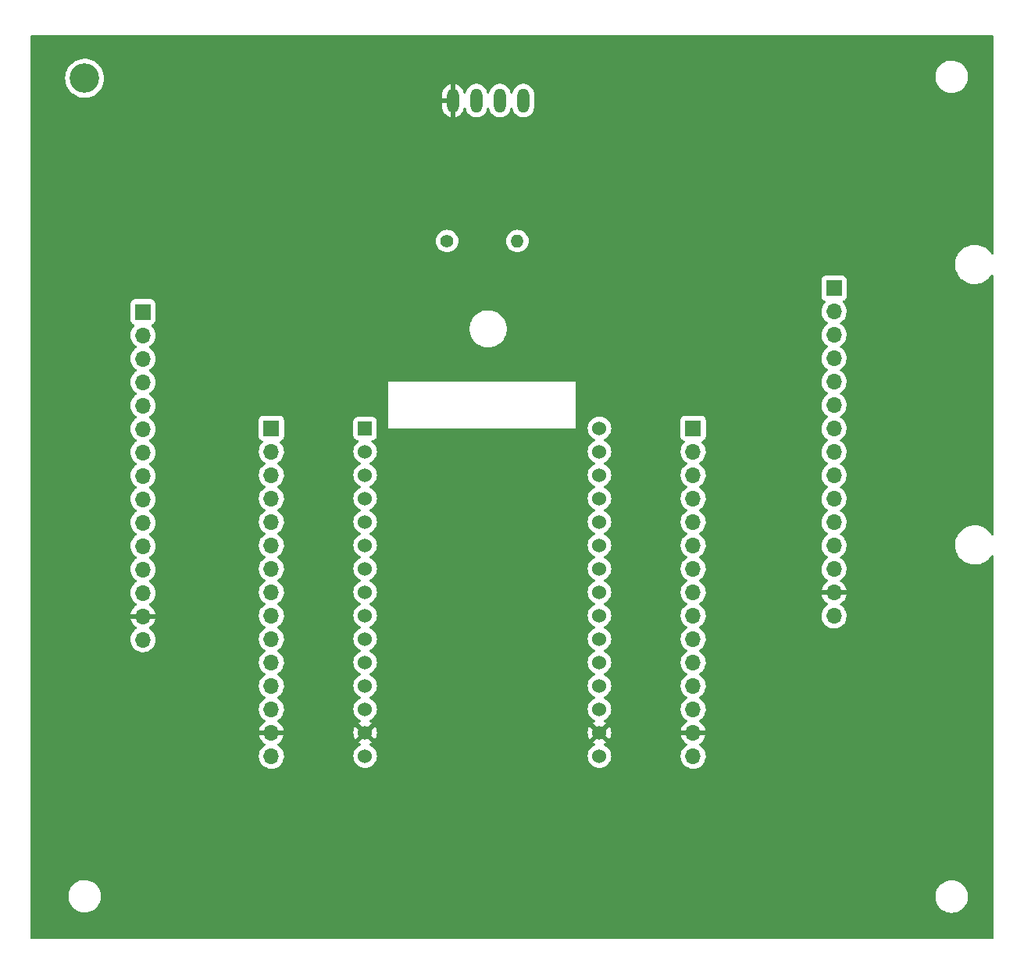
<source format=gbl>
G04 #@! TF.GenerationSoftware,KiCad,Pcbnew,(6.0.11-0)*
G04 #@! TF.CreationDate,2023-03-27T16:27:17-06:00*
G04 #@! TF.ProjectId,ESP_PCB,4553505f-5043-4422-9e6b-696361645f70,rev?*
G04 #@! TF.SameCoordinates,Original*
G04 #@! TF.FileFunction,Copper,L2,Bot*
G04 #@! TF.FilePolarity,Positive*
%FSLAX46Y46*%
G04 Gerber Fmt 4.6, Leading zero omitted, Abs format (unit mm)*
G04 Created by KiCad (PCBNEW (6.0.11-0)) date 2023-03-27 16:27:17*
%MOMM*%
%LPD*%
G01*
G04 APERTURE LIST*
G04 #@! TA.AperFunction,ComponentPad*
%ADD10R,1.700000X1.700000*%
G04 #@! TD*
G04 #@! TA.AperFunction,ComponentPad*
%ADD11O,1.700000X1.700000*%
G04 #@! TD*
G04 #@! TA.AperFunction,ComponentPad*
%ADD12C,1.400000*%
G04 #@! TD*
G04 #@! TA.AperFunction,ComponentPad*
%ADD13O,1.400000X1.400000*%
G04 #@! TD*
G04 #@! TA.AperFunction,WasherPad*
%ADD14C,3.200000*%
G04 #@! TD*
G04 #@! TA.AperFunction,ComponentPad*
%ADD15R,1.524000X1.524000*%
G04 #@! TD*
G04 #@! TA.AperFunction,ComponentPad*
%ADD16C,1.524000*%
G04 #@! TD*
G04 #@! TA.AperFunction,ComponentPad*
%ADD17O,1.308000X2.616000*%
G04 #@! TD*
G04 APERTURE END LIST*
D10*
X134645000Y-68610000D03*
D11*
X134645000Y-71150000D03*
X134645000Y-73690000D03*
X134645000Y-76230000D03*
X134645000Y-78770000D03*
X134645000Y-81310000D03*
X134645000Y-83850000D03*
X134645000Y-86390000D03*
X134645000Y-88930000D03*
X134645000Y-91470000D03*
X134645000Y-94010000D03*
X134645000Y-96550000D03*
X134645000Y-99090000D03*
X134645000Y-101630000D03*
X134645000Y-104170000D03*
D12*
X92710000Y-63500000D03*
D13*
X100330000Y-63500000D03*
D14*
X53420000Y-45840000D03*
D15*
X83820000Y-83820000D03*
D16*
X83820000Y-86360000D03*
X83820000Y-88900000D03*
X83820000Y-91440000D03*
X83820000Y-93980000D03*
X83820000Y-96520000D03*
X83820000Y-99060000D03*
X83820000Y-101600000D03*
X83820000Y-104140000D03*
X83820000Y-106680000D03*
X83820000Y-109220000D03*
X83820000Y-111760000D03*
X83820000Y-114300000D03*
X83820000Y-116840000D03*
X83820000Y-119380000D03*
X109220000Y-119380000D03*
X109220000Y-116840000D03*
X109220000Y-114300000D03*
X109220000Y-111760000D03*
X109220000Y-109220000D03*
X109220000Y-106680000D03*
X109220000Y-104140000D03*
X109220000Y-101600000D03*
X109220000Y-99060000D03*
X109220000Y-96520000D03*
X109220000Y-93980000D03*
X109220000Y-91440000D03*
X109220000Y-88900000D03*
X109220000Y-86360000D03*
X109220000Y-83820000D03*
D10*
X73660000Y-83820000D03*
D11*
X73660000Y-86360000D03*
X73660000Y-88900000D03*
X73660000Y-91440000D03*
X73660000Y-93980000D03*
X73660000Y-96520000D03*
X73660000Y-99060000D03*
X73660000Y-101600000D03*
X73660000Y-104140000D03*
X73660000Y-106680000D03*
X73660000Y-109220000D03*
X73660000Y-111760000D03*
X73660000Y-114300000D03*
X73660000Y-116840000D03*
X73660000Y-119380000D03*
D10*
X119380000Y-83820000D03*
D11*
X119380000Y-86360000D03*
X119380000Y-88900000D03*
X119380000Y-91440000D03*
X119380000Y-93980000D03*
X119380000Y-96520000D03*
X119380000Y-99060000D03*
X119380000Y-101600000D03*
X119380000Y-104140000D03*
X119380000Y-106680000D03*
X119380000Y-109220000D03*
X119380000Y-111760000D03*
X119380000Y-114300000D03*
X119380000Y-116840000D03*
X119380000Y-119380000D03*
D10*
X59740000Y-71180000D03*
D11*
X59740000Y-73720000D03*
X59740000Y-76260000D03*
X59740000Y-78800000D03*
X59740000Y-81340000D03*
X59740000Y-83880000D03*
X59740000Y-86420000D03*
X59740000Y-88960000D03*
X59740000Y-91500000D03*
X59740000Y-94040000D03*
X59740000Y-96580000D03*
X59740000Y-99120000D03*
X59740000Y-101660000D03*
X59740000Y-104200000D03*
X59740000Y-106740000D03*
D17*
X100965000Y-48260000D03*
X98425000Y-48260000D03*
X95885000Y-48260000D03*
X93345000Y-48260000D03*
G04 #@! TA.AperFunction,Conductor*
G36*
X151873621Y-41168502D02*
G01*
X151920114Y-41222158D01*
X151931500Y-41274500D01*
X151931500Y-64843425D01*
X151911498Y-64911546D01*
X151857842Y-64958039D01*
X151787568Y-64968143D01*
X151722988Y-64938649D01*
X151697384Y-64908132D01*
X151647785Y-64825258D01*
X151466755Y-64599295D01*
X151256733Y-64399992D01*
X151021605Y-64231036D01*
X150765723Y-64095553D01*
X150493822Y-63996051D01*
X150210932Y-63934371D01*
X150206663Y-63934035D01*
X149986309Y-63916693D01*
X149986300Y-63916693D01*
X149983852Y-63916500D01*
X149827215Y-63916500D01*
X149825079Y-63916646D01*
X149825068Y-63916646D01*
X149615412Y-63930939D01*
X149615406Y-63930940D01*
X149611135Y-63931231D01*
X149606940Y-63932100D01*
X149606938Y-63932100D01*
X149469374Y-63960588D01*
X149327614Y-63989945D01*
X149054686Y-64086594D01*
X148797399Y-64219390D01*
X148560515Y-64385874D01*
X148557370Y-64388797D01*
X148557367Y-64388799D01*
X148383261Y-64550589D01*
X148348418Y-64582967D01*
X148165031Y-64807022D01*
X148013749Y-65053892D01*
X147897371Y-65319009D01*
X147818050Y-65597468D01*
X147777254Y-65884115D01*
X147775738Y-66173647D01*
X147813530Y-66460706D01*
X147889931Y-66739980D01*
X148003526Y-67006302D01*
X148152215Y-67254742D01*
X148333245Y-67480705D01*
X148484579Y-67624315D01*
X148519591Y-67657540D01*
X148543267Y-67680008D01*
X148778395Y-67848964D01*
X149034277Y-67984447D01*
X149306178Y-68083949D01*
X149589068Y-68145629D01*
X149593337Y-68145965D01*
X149813691Y-68163307D01*
X149813700Y-68163307D01*
X149816148Y-68163500D01*
X149972785Y-68163500D01*
X149974921Y-68163354D01*
X149974932Y-68163354D01*
X150184588Y-68149061D01*
X150184594Y-68149060D01*
X150188865Y-68148769D01*
X150193060Y-68147900D01*
X150193062Y-68147900D01*
X150330626Y-68119412D01*
X150472386Y-68090055D01*
X150745314Y-67993406D01*
X151002601Y-67860610D01*
X151239485Y-67694126D01*
X151242633Y-67691201D01*
X151448439Y-67499954D01*
X151448442Y-67499951D01*
X151451582Y-67497033D01*
X151634969Y-67272978D01*
X151698067Y-67170011D01*
X151750715Y-67122380D01*
X151820756Y-67110773D01*
X151885954Y-67138876D01*
X151925608Y-67197766D01*
X151931500Y-67235846D01*
X151931500Y-95283425D01*
X151911498Y-95351546D01*
X151857842Y-95398039D01*
X151787568Y-95408143D01*
X151722988Y-95378649D01*
X151697384Y-95348132D01*
X151647785Y-95265258D01*
X151636362Y-95250999D01*
X151500432Y-95081331D01*
X151466755Y-95039295D01*
X151313107Y-94893489D01*
X151259842Y-94842942D01*
X151259839Y-94842940D01*
X151256733Y-94839992D01*
X151021605Y-94671036D01*
X150765723Y-94535553D01*
X150493822Y-94436051D01*
X150210932Y-94374371D01*
X150206663Y-94374035D01*
X149986309Y-94356693D01*
X149986300Y-94356693D01*
X149983852Y-94356500D01*
X149827215Y-94356500D01*
X149825079Y-94356646D01*
X149825068Y-94356646D01*
X149615412Y-94370939D01*
X149615406Y-94370940D01*
X149611135Y-94371231D01*
X149606940Y-94372100D01*
X149606938Y-94372100D01*
X149556255Y-94382596D01*
X149327614Y-94429945D01*
X149054686Y-94526594D01*
X148797399Y-94659390D01*
X148560515Y-94825874D01*
X148557370Y-94828797D01*
X148557367Y-94828799D01*
X148362339Y-95010031D01*
X148348418Y-95022967D01*
X148165031Y-95247022D01*
X148013749Y-95493892D01*
X147897371Y-95759009D01*
X147818050Y-96037468D01*
X147817446Y-96041710D01*
X147817445Y-96041716D01*
X147777898Y-96319588D01*
X147777254Y-96324115D01*
X147777080Y-96357361D01*
X147775880Y-96586590D01*
X147775738Y-96613647D01*
X147813530Y-96900706D01*
X147814663Y-96904846D01*
X147814663Y-96904848D01*
X147854868Y-97051811D01*
X147889931Y-97179980D01*
X148003526Y-97446302D01*
X148152215Y-97694742D01*
X148154899Y-97698093D01*
X148154901Y-97698095D01*
X148237261Y-97800897D01*
X148333245Y-97920705D01*
X148403949Y-97987800D01*
X148518885Y-98096870D01*
X148543267Y-98120008D01*
X148778395Y-98288964D01*
X149034277Y-98424447D01*
X149306178Y-98523949D01*
X149589068Y-98585629D01*
X149593337Y-98585965D01*
X149813691Y-98603307D01*
X149813700Y-98603307D01*
X149816148Y-98603500D01*
X149972785Y-98603500D01*
X149974921Y-98603354D01*
X149974932Y-98603354D01*
X150184588Y-98589061D01*
X150184594Y-98589060D01*
X150188865Y-98588769D01*
X150193060Y-98587900D01*
X150193062Y-98587900D01*
X150330626Y-98559412D01*
X150472386Y-98530055D01*
X150745314Y-98433406D01*
X151002601Y-98300610D01*
X151239485Y-98134126D01*
X151242633Y-98131201D01*
X151448439Y-97939954D01*
X151448442Y-97939951D01*
X151451582Y-97937033D01*
X151634969Y-97712978D01*
X151698067Y-97610011D01*
X151750715Y-97562380D01*
X151820756Y-97550773D01*
X151885954Y-97578876D01*
X151925608Y-97637766D01*
X151931500Y-97675846D01*
X151931500Y-139065500D01*
X151911498Y-139133621D01*
X151857842Y-139180114D01*
X151805500Y-139191500D01*
X47664500Y-139191500D01*
X47596379Y-139171498D01*
X47549886Y-139117842D01*
X47538500Y-139065500D01*
X47538500Y-134687655D01*
X51659858Y-134687655D01*
X51695104Y-134946638D01*
X51696412Y-134951124D01*
X51696412Y-134951126D01*
X51716098Y-135018664D01*
X51768243Y-135197567D01*
X51877668Y-135434928D01*
X51880231Y-135438837D01*
X52018410Y-135649596D01*
X52018414Y-135649601D01*
X52020976Y-135653509D01*
X52195018Y-135848506D01*
X52395970Y-136015637D01*
X52399973Y-136018066D01*
X52615422Y-136148804D01*
X52615426Y-136148806D01*
X52619419Y-136151229D01*
X52860455Y-136252303D01*
X53113783Y-136316641D01*
X53118434Y-136317109D01*
X53118438Y-136317110D01*
X53311308Y-136336531D01*
X53330867Y-136338500D01*
X53486354Y-136338500D01*
X53488679Y-136338327D01*
X53488685Y-136338327D01*
X53676000Y-136324407D01*
X53676004Y-136324406D01*
X53680652Y-136324061D01*
X53685200Y-136323032D01*
X53685206Y-136323031D01*
X53871601Y-136280853D01*
X53935577Y-136266377D01*
X53971769Y-136252303D01*
X54174824Y-136173340D01*
X54174827Y-136173339D01*
X54179177Y-136171647D01*
X54406098Y-136041951D01*
X54611357Y-135880138D01*
X54790443Y-135689763D01*
X54939424Y-135475009D01*
X55035299Y-135280593D01*
X55052960Y-135244781D01*
X55052961Y-135244778D01*
X55055025Y-135240593D01*
X55134707Y-134991665D01*
X55176721Y-134733693D01*
X55176800Y-134727655D01*
X145639858Y-134727655D01*
X145675104Y-134986638D01*
X145676412Y-134991124D01*
X145676412Y-134991126D01*
X145696098Y-135058664D01*
X145748243Y-135237567D01*
X145857668Y-135474928D01*
X145860231Y-135478837D01*
X145998410Y-135689596D01*
X145998414Y-135689601D01*
X146000976Y-135693509D01*
X146175018Y-135888506D01*
X146375970Y-136055637D01*
X146379973Y-136058066D01*
X146595422Y-136188804D01*
X146595426Y-136188806D01*
X146599419Y-136191229D01*
X146840455Y-136292303D01*
X147093783Y-136356641D01*
X147098434Y-136357109D01*
X147098438Y-136357110D01*
X147291308Y-136376531D01*
X147310867Y-136378500D01*
X147466354Y-136378500D01*
X147468679Y-136378327D01*
X147468685Y-136378327D01*
X147656000Y-136364407D01*
X147656004Y-136364406D01*
X147660652Y-136364061D01*
X147665200Y-136363032D01*
X147665206Y-136363031D01*
X147875308Y-136315489D01*
X147915577Y-136306377D01*
X147951769Y-136292303D01*
X148154824Y-136213340D01*
X148154827Y-136213339D01*
X148159177Y-136211647D01*
X148386098Y-136081951D01*
X148591357Y-135920138D01*
X148770443Y-135729763D01*
X148919424Y-135515009D01*
X148958916Y-135434928D01*
X149032960Y-135284781D01*
X149032961Y-135284778D01*
X149035025Y-135280593D01*
X149046489Y-135244781D01*
X149113280Y-135036123D01*
X149114707Y-135031665D01*
X149156721Y-134773693D01*
X149160142Y-134512345D01*
X149124896Y-134253362D01*
X149110473Y-134203877D01*
X149053068Y-134006932D01*
X149051757Y-134002433D01*
X148942332Y-133765072D01*
X148887310Y-133681149D01*
X148801590Y-133550404D01*
X148801586Y-133550399D01*
X148799024Y-133546491D01*
X148624982Y-133351494D01*
X148424030Y-133184363D01*
X148310926Y-133115730D01*
X148204578Y-133051196D01*
X148204574Y-133051194D01*
X148200581Y-133048771D01*
X147959545Y-132947697D01*
X147706217Y-132883359D01*
X147701566Y-132882891D01*
X147701562Y-132882890D01*
X147492271Y-132861816D01*
X147489133Y-132861500D01*
X147333646Y-132861500D01*
X147331321Y-132861673D01*
X147331315Y-132861673D01*
X147144000Y-132875593D01*
X147143996Y-132875594D01*
X147139348Y-132875939D01*
X147134800Y-132876968D01*
X147134794Y-132876969D01*
X146948399Y-132919147D01*
X146884423Y-132933623D01*
X146880071Y-132935315D01*
X146880069Y-132935316D01*
X146645176Y-133026660D01*
X146645173Y-133026661D01*
X146640823Y-133028353D01*
X146413902Y-133158049D01*
X146208643Y-133319862D01*
X146029557Y-133510237D01*
X145880576Y-133724991D01*
X145878510Y-133729181D01*
X145878508Y-133729184D01*
X145782509Y-133923852D01*
X145764975Y-133959407D01*
X145685293Y-134208335D01*
X145643279Y-134466307D01*
X145643218Y-134470980D01*
X145640382Y-134687655D01*
X145639858Y-134727655D01*
X55176800Y-134727655D01*
X55179557Y-134517022D01*
X55180081Y-134477022D01*
X55180081Y-134477019D01*
X55180142Y-134472345D01*
X55144896Y-134213362D01*
X55142132Y-134203877D01*
X55073068Y-133966932D01*
X55071757Y-133962433D01*
X54962332Y-133725072D01*
X54847815Y-133550404D01*
X54821590Y-133510404D01*
X54821586Y-133510399D01*
X54819024Y-133506491D01*
X54644982Y-133311494D01*
X54444030Y-133144363D01*
X54396844Y-133115730D01*
X54224578Y-133011196D01*
X54224574Y-133011194D01*
X54220581Y-133008771D01*
X53979545Y-132907697D01*
X53726217Y-132843359D01*
X53721566Y-132842891D01*
X53721562Y-132842890D01*
X53512271Y-132821816D01*
X53509133Y-132821500D01*
X53353646Y-132821500D01*
X53351321Y-132821673D01*
X53351315Y-132821673D01*
X53164000Y-132835593D01*
X53163996Y-132835594D01*
X53159348Y-132835939D01*
X53154800Y-132836968D01*
X53154794Y-132836969D01*
X52978023Y-132876969D01*
X52904423Y-132893623D01*
X52900071Y-132895315D01*
X52900069Y-132895316D01*
X52665176Y-132986660D01*
X52665173Y-132986661D01*
X52660823Y-132988353D01*
X52433902Y-133118049D01*
X52228643Y-133279862D01*
X52049557Y-133470237D01*
X51900576Y-133684991D01*
X51898510Y-133689181D01*
X51898508Y-133689184D01*
X51858991Y-133769318D01*
X51784975Y-133919407D01*
X51783553Y-133923850D01*
X51783552Y-133923852D01*
X51772564Y-133958179D01*
X51705293Y-134168335D01*
X51663279Y-134426307D01*
X51659858Y-134687655D01*
X47538500Y-134687655D01*
X47538500Y-119346695D01*
X72297251Y-119346695D01*
X72297548Y-119351848D01*
X72297548Y-119351851D01*
X72303011Y-119446590D01*
X72310110Y-119569715D01*
X72311247Y-119574761D01*
X72311248Y-119574767D01*
X72318462Y-119606776D01*
X72359222Y-119787639D01*
X72443266Y-119994616D01*
X72559987Y-120185088D01*
X72706250Y-120353938D01*
X72878126Y-120496632D01*
X73071000Y-120609338D01*
X73279692Y-120689030D01*
X73284760Y-120690061D01*
X73284763Y-120690062D01*
X73392017Y-120711883D01*
X73498597Y-120733567D01*
X73503772Y-120733757D01*
X73503774Y-120733757D01*
X73716673Y-120741564D01*
X73716677Y-120741564D01*
X73721837Y-120741753D01*
X73726957Y-120741097D01*
X73726959Y-120741097D01*
X73938288Y-120714025D01*
X73938289Y-120714025D01*
X73943416Y-120713368D01*
X73948366Y-120711883D01*
X74152429Y-120650661D01*
X74152434Y-120650659D01*
X74157384Y-120649174D01*
X74357994Y-120550896D01*
X74539860Y-120421173D01*
X74698096Y-120263489D01*
X74757594Y-120180689D01*
X74825435Y-120086277D01*
X74828453Y-120082077D01*
X74858054Y-120022185D01*
X74925136Y-119886453D01*
X74925137Y-119886451D01*
X74927430Y-119881811D01*
X74992370Y-119668069D01*
X75021529Y-119446590D01*
X75023156Y-119380000D01*
X82544647Y-119380000D01*
X82564022Y-119601463D01*
X82565446Y-119606776D01*
X82615191Y-119792425D01*
X82621560Y-119816196D01*
X82623882Y-119821177D01*
X82623883Y-119821178D01*
X82713186Y-120012689D01*
X82713189Y-120012694D01*
X82715512Y-120017676D01*
X82718668Y-120022183D01*
X82718669Y-120022185D01*
X82829655Y-120180689D01*
X82843023Y-120199781D01*
X83000219Y-120356977D01*
X83004727Y-120360134D01*
X83004730Y-120360136D01*
X83080495Y-120413187D01*
X83182323Y-120484488D01*
X83187305Y-120486811D01*
X83187310Y-120486814D01*
X83378822Y-120576117D01*
X83383804Y-120578440D01*
X83389112Y-120579862D01*
X83389114Y-120579863D01*
X83454949Y-120597503D01*
X83598537Y-120635978D01*
X83820000Y-120655353D01*
X84041463Y-120635978D01*
X84185051Y-120597503D01*
X84250886Y-120579863D01*
X84250888Y-120579862D01*
X84256196Y-120578440D01*
X84261178Y-120576117D01*
X84452690Y-120486814D01*
X84452695Y-120486811D01*
X84457677Y-120484488D01*
X84559505Y-120413187D01*
X84635270Y-120360136D01*
X84635273Y-120360134D01*
X84639781Y-120356977D01*
X84796977Y-120199781D01*
X84810346Y-120180689D01*
X84921331Y-120022185D01*
X84921332Y-120022183D01*
X84924488Y-120017676D01*
X84926811Y-120012694D01*
X84926814Y-120012689D01*
X85016117Y-119821178D01*
X85016118Y-119821177D01*
X85018440Y-119816196D01*
X85024810Y-119792425D01*
X85074554Y-119606776D01*
X85075978Y-119601463D01*
X85095353Y-119380000D01*
X107944647Y-119380000D01*
X107964022Y-119601463D01*
X107965446Y-119606776D01*
X108015191Y-119792425D01*
X108021560Y-119816196D01*
X108023882Y-119821177D01*
X108023883Y-119821178D01*
X108113186Y-120012689D01*
X108113189Y-120012694D01*
X108115512Y-120017676D01*
X108118668Y-120022183D01*
X108118669Y-120022185D01*
X108229655Y-120180689D01*
X108243023Y-120199781D01*
X108400219Y-120356977D01*
X108404727Y-120360134D01*
X108404730Y-120360136D01*
X108480495Y-120413187D01*
X108582323Y-120484488D01*
X108587305Y-120486811D01*
X108587310Y-120486814D01*
X108778822Y-120576117D01*
X108783804Y-120578440D01*
X108789112Y-120579862D01*
X108789114Y-120579863D01*
X108854949Y-120597503D01*
X108998537Y-120635978D01*
X109220000Y-120655353D01*
X109441463Y-120635978D01*
X109585051Y-120597503D01*
X109650886Y-120579863D01*
X109650888Y-120579862D01*
X109656196Y-120578440D01*
X109661178Y-120576117D01*
X109852690Y-120486814D01*
X109852695Y-120486811D01*
X109857677Y-120484488D01*
X109959505Y-120413187D01*
X110035270Y-120360136D01*
X110035273Y-120360134D01*
X110039781Y-120356977D01*
X110196977Y-120199781D01*
X110210346Y-120180689D01*
X110321331Y-120022185D01*
X110321332Y-120022183D01*
X110324488Y-120017676D01*
X110326811Y-120012694D01*
X110326814Y-120012689D01*
X110416117Y-119821178D01*
X110416118Y-119821177D01*
X110418440Y-119816196D01*
X110424810Y-119792425D01*
X110474554Y-119606776D01*
X110475978Y-119601463D01*
X110495353Y-119380000D01*
X110492439Y-119346695D01*
X118017251Y-119346695D01*
X118017548Y-119351848D01*
X118017548Y-119351851D01*
X118023011Y-119446590D01*
X118030110Y-119569715D01*
X118031247Y-119574761D01*
X118031248Y-119574767D01*
X118038462Y-119606776D01*
X118079222Y-119787639D01*
X118163266Y-119994616D01*
X118279987Y-120185088D01*
X118426250Y-120353938D01*
X118598126Y-120496632D01*
X118791000Y-120609338D01*
X118999692Y-120689030D01*
X119004760Y-120690061D01*
X119004763Y-120690062D01*
X119112017Y-120711883D01*
X119218597Y-120733567D01*
X119223772Y-120733757D01*
X119223774Y-120733757D01*
X119436673Y-120741564D01*
X119436677Y-120741564D01*
X119441837Y-120741753D01*
X119446957Y-120741097D01*
X119446959Y-120741097D01*
X119658288Y-120714025D01*
X119658289Y-120714025D01*
X119663416Y-120713368D01*
X119668366Y-120711883D01*
X119872429Y-120650661D01*
X119872434Y-120650659D01*
X119877384Y-120649174D01*
X120077994Y-120550896D01*
X120259860Y-120421173D01*
X120418096Y-120263489D01*
X120477594Y-120180689D01*
X120545435Y-120086277D01*
X120548453Y-120082077D01*
X120578054Y-120022185D01*
X120645136Y-119886453D01*
X120645137Y-119886451D01*
X120647430Y-119881811D01*
X120712370Y-119668069D01*
X120741529Y-119446590D01*
X120743156Y-119380000D01*
X120724852Y-119157361D01*
X120670431Y-118940702D01*
X120581354Y-118735840D01*
X120460014Y-118548277D01*
X120309670Y-118383051D01*
X120305619Y-118379852D01*
X120305615Y-118379848D01*
X120138414Y-118247800D01*
X120138410Y-118247798D01*
X120134359Y-118244598D01*
X120092569Y-118221529D01*
X120042598Y-118171097D01*
X120027826Y-118101654D01*
X120052942Y-118035248D01*
X120080294Y-118008641D01*
X120255328Y-117883792D01*
X120263200Y-117877139D01*
X120414052Y-117726812D01*
X120420730Y-117718965D01*
X120545003Y-117546020D01*
X120550313Y-117537183D01*
X120644670Y-117346267D01*
X120648469Y-117336672D01*
X120710377Y-117132910D01*
X120712555Y-117122837D01*
X120713986Y-117111962D01*
X120711775Y-117097778D01*
X120698617Y-117094000D01*
X118063225Y-117094000D01*
X118049694Y-117097973D01*
X118048257Y-117107966D01*
X118078565Y-117242446D01*
X118081645Y-117252275D01*
X118161770Y-117449603D01*
X118166413Y-117458794D01*
X118277694Y-117640388D01*
X118283777Y-117648699D01*
X118423213Y-117809667D01*
X118430580Y-117816883D01*
X118594434Y-117952916D01*
X118602881Y-117958831D01*
X118671969Y-117999203D01*
X118720693Y-118050842D01*
X118733764Y-118120625D01*
X118707033Y-118186396D01*
X118666584Y-118219752D01*
X118653607Y-118226507D01*
X118649474Y-118229610D01*
X118649471Y-118229612D01*
X118479100Y-118357530D01*
X118474965Y-118360635D01*
X118320629Y-118522138D01*
X118194743Y-118706680D01*
X118100688Y-118909305D01*
X118040989Y-119124570D01*
X118017251Y-119346695D01*
X110492439Y-119346695D01*
X110475978Y-119158537D01*
X110418440Y-118943804D01*
X110416117Y-118938822D01*
X110326814Y-118747311D01*
X110326811Y-118747306D01*
X110324488Y-118742324D01*
X110319948Y-118735840D01*
X110200136Y-118564730D01*
X110200134Y-118564727D01*
X110196977Y-118560219D01*
X110039781Y-118403023D01*
X110035273Y-118399866D01*
X110035270Y-118399864D01*
X109959505Y-118346813D01*
X109857677Y-118275512D01*
X109852695Y-118273189D01*
X109852690Y-118273186D01*
X109747035Y-118223919D01*
X109693750Y-118177002D01*
X109674289Y-118108725D01*
X109694831Y-118040765D01*
X109747035Y-117995529D01*
X109852445Y-117946376D01*
X109861931Y-117940898D01*
X109905764Y-117910207D01*
X109914139Y-117899729D01*
X109907071Y-117886281D01*
X109232812Y-117212022D01*
X109218868Y-117204408D01*
X109217035Y-117204539D01*
X109210420Y-117208790D01*
X108532207Y-117887003D01*
X108525777Y-117898777D01*
X108535074Y-117910793D01*
X108578069Y-117940898D01*
X108587555Y-117946376D01*
X108692965Y-117995529D01*
X108746250Y-118042446D01*
X108765711Y-118110723D01*
X108745169Y-118178683D01*
X108692965Y-118223919D01*
X108587311Y-118273186D01*
X108587306Y-118273189D01*
X108582324Y-118275512D01*
X108577817Y-118278668D01*
X108577815Y-118278669D01*
X108404730Y-118399864D01*
X108404727Y-118399866D01*
X108400219Y-118403023D01*
X108243023Y-118560219D01*
X108239866Y-118564727D01*
X108239864Y-118564730D01*
X108120052Y-118735840D01*
X108115512Y-118742324D01*
X108113189Y-118747306D01*
X108113186Y-118747311D01*
X108023883Y-118938822D01*
X108021560Y-118943804D01*
X107964022Y-119158537D01*
X107944647Y-119380000D01*
X85095353Y-119380000D01*
X85075978Y-119158537D01*
X85018440Y-118943804D01*
X85016117Y-118938822D01*
X84926814Y-118747311D01*
X84926811Y-118747306D01*
X84924488Y-118742324D01*
X84919948Y-118735840D01*
X84800136Y-118564730D01*
X84800134Y-118564727D01*
X84796977Y-118560219D01*
X84639781Y-118403023D01*
X84635273Y-118399866D01*
X84635270Y-118399864D01*
X84559505Y-118346813D01*
X84457677Y-118275512D01*
X84452695Y-118273189D01*
X84452690Y-118273186D01*
X84347035Y-118223919D01*
X84293750Y-118177002D01*
X84274289Y-118108725D01*
X84294831Y-118040765D01*
X84347035Y-117995529D01*
X84452445Y-117946376D01*
X84461931Y-117940898D01*
X84505764Y-117910207D01*
X84514139Y-117899729D01*
X84507071Y-117886281D01*
X83832812Y-117212022D01*
X83818868Y-117204408D01*
X83817035Y-117204539D01*
X83810420Y-117208790D01*
X83132207Y-117887003D01*
X83125777Y-117898777D01*
X83135074Y-117910793D01*
X83178069Y-117940898D01*
X83187555Y-117946376D01*
X83292965Y-117995529D01*
X83346250Y-118042446D01*
X83365711Y-118110723D01*
X83345169Y-118178683D01*
X83292965Y-118223919D01*
X83187311Y-118273186D01*
X83187306Y-118273189D01*
X83182324Y-118275512D01*
X83177817Y-118278668D01*
X83177815Y-118278669D01*
X83004730Y-118399864D01*
X83004727Y-118399866D01*
X83000219Y-118403023D01*
X82843023Y-118560219D01*
X82839866Y-118564727D01*
X82839864Y-118564730D01*
X82720052Y-118735840D01*
X82715512Y-118742324D01*
X82713189Y-118747306D01*
X82713186Y-118747311D01*
X82623883Y-118938822D01*
X82621560Y-118943804D01*
X82564022Y-119158537D01*
X82544647Y-119380000D01*
X75023156Y-119380000D01*
X75004852Y-119157361D01*
X74950431Y-118940702D01*
X74861354Y-118735840D01*
X74740014Y-118548277D01*
X74589670Y-118383051D01*
X74585619Y-118379852D01*
X74585615Y-118379848D01*
X74418414Y-118247800D01*
X74418410Y-118247798D01*
X74414359Y-118244598D01*
X74372569Y-118221529D01*
X74322598Y-118171097D01*
X74307826Y-118101654D01*
X74332942Y-118035248D01*
X74360294Y-118008641D01*
X74535328Y-117883792D01*
X74543200Y-117877139D01*
X74694052Y-117726812D01*
X74700730Y-117718965D01*
X74825003Y-117546020D01*
X74830313Y-117537183D01*
X74924670Y-117346267D01*
X74928469Y-117336672D01*
X74990377Y-117132910D01*
X74992555Y-117122837D01*
X74993986Y-117111962D01*
X74991775Y-117097778D01*
X74978617Y-117094000D01*
X72343225Y-117094000D01*
X72329694Y-117097973D01*
X72328257Y-117107966D01*
X72358565Y-117242446D01*
X72361645Y-117252275D01*
X72441770Y-117449603D01*
X72446413Y-117458794D01*
X72557694Y-117640388D01*
X72563777Y-117648699D01*
X72703213Y-117809667D01*
X72710580Y-117816883D01*
X72874434Y-117952916D01*
X72882881Y-117958831D01*
X72951969Y-117999203D01*
X73000693Y-118050842D01*
X73013764Y-118120625D01*
X72987033Y-118186396D01*
X72946584Y-118219752D01*
X72933607Y-118226507D01*
X72929474Y-118229610D01*
X72929471Y-118229612D01*
X72759100Y-118357530D01*
X72754965Y-118360635D01*
X72600629Y-118522138D01*
X72474743Y-118706680D01*
X72380688Y-118909305D01*
X72320989Y-119124570D01*
X72297251Y-119346695D01*
X47538500Y-119346695D01*
X47538500Y-116845475D01*
X82545628Y-116845475D01*
X82564038Y-117055896D01*
X82565941Y-117066691D01*
X82620609Y-117270715D01*
X82624355Y-117281007D01*
X82713623Y-117472441D01*
X82719103Y-117481932D01*
X82749794Y-117525765D01*
X82760271Y-117534140D01*
X82773718Y-117527072D01*
X83447978Y-116852812D01*
X83454356Y-116841132D01*
X84184408Y-116841132D01*
X84184539Y-116842965D01*
X84188790Y-116849580D01*
X84867003Y-117527793D01*
X84878777Y-117534223D01*
X84890793Y-117524926D01*
X84920897Y-117481932D01*
X84926377Y-117472441D01*
X85015645Y-117281007D01*
X85019391Y-117270715D01*
X85074059Y-117066691D01*
X85075962Y-117055896D01*
X85094372Y-116845475D01*
X107945628Y-116845475D01*
X107964038Y-117055896D01*
X107965941Y-117066691D01*
X108020609Y-117270715D01*
X108024355Y-117281007D01*
X108113623Y-117472441D01*
X108119103Y-117481932D01*
X108149794Y-117525765D01*
X108160271Y-117534140D01*
X108173718Y-117527072D01*
X108847978Y-116852812D01*
X108854356Y-116841132D01*
X109584408Y-116841132D01*
X109584539Y-116842965D01*
X109588790Y-116849580D01*
X110267003Y-117527793D01*
X110278777Y-117534223D01*
X110290793Y-117524926D01*
X110320897Y-117481932D01*
X110326377Y-117472441D01*
X110415645Y-117281007D01*
X110419391Y-117270715D01*
X110474059Y-117066691D01*
X110475962Y-117055896D01*
X110494372Y-116845475D01*
X110494372Y-116834525D01*
X110475962Y-116624104D01*
X110474059Y-116613309D01*
X110419391Y-116409285D01*
X110415645Y-116398993D01*
X110326377Y-116207559D01*
X110320897Y-116198068D01*
X110290206Y-116154235D01*
X110279729Y-116145860D01*
X110266282Y-116152928D01*
X109592022Y-116827188D01*
X109584408Y-116841132D01*
X108854356Y-116841132D01*
X108855592Y-116838868D01*
X108855461Y-116837035D01*
X108851210Y-116830420D01*
X108172997Y-116152207D01*
X108161223Y-116145777D01*
X108149207Y-116155074D01*
X108119103Y-116198068D01*
X108113623Y-116207559D01*
X108024355Y-116398993D01*
X108020609Y-116409285D01*
X107965941Y-116613309D01*
X107964038Y-116624104D01*
X107945628Y-116834525D01*
X107945628Y-116845475D01*
X85094372Y-116845475D01*
X85094372Y-116834525D01*
X85075962Y-116624104D01*
X85074059Y-116613309D01*
X85019391Y-116409285D01*
X85015645Y-116398993D01*
X84926377Y-116207559D01*
X84920897Y-116198068D01*
X84890206Y-116154235D01*
X84879729Y-116145860D01*
X84866282Y-116152928D01*
X84192022Y-116827188D01*
X84184408Y-116841132D01*
X83454356Y-116841132D01*
X83455592Y-116838868D01*
X83455461Y-116837035D01*
X83451210Y-116830420D01*
X82772997Y-116152207D01*
X82761223Y-116145777D01*
X82749207Y-116155074D01*
X82719103Y-116198068D01*
X82713623Y-116207559D01*
X82624355Y-116398993D01*
X82620609Y-116409285D01*
X82565941Y-116613309D01*
X82564038Y-116624104D01*
X82545628Y-116834525D01*
X82545628Y-116845475D01*
X47538500Y-116845475D01*
X47538500Y-114266695D01*
X72297251Y-114266695D01*
X72297548Y-114271848D01*
X72297548Y-114271851D01*
X72303011Y-114366590D01*
X72310110Y-114489715D01*
X72311247Y-114494761D01*
X72311248Y-114494767D01*
X72318462Y-114526776D01*
X72359222Y-114707639D01*
X72443266Y-114914616D01*
X72559987Y-115105088D01*
X72706250Y-115273938D01*
X72878126Y-115416632D01*
X72945635Y-115456081D01*
X72951955Y-115459774D01*
X73000679Y-115511412D01*
X73013750Y-115581195D01*
X72987019Y-115646967D01*
X72946562Y-115680327D01*
X72938457Y-115684546D01*
X72929738Y-115690036D01*
X72759433Y-115817905D01*
X72751726Y-115824748D01*
X72604590Y-115978717D01*
X72598104Y-115986727D01*
X72478098Y-116162649D01*
X72473000Y-116171623D01*
X72383338Y-116364783D01*
X72379775Y-116374470D01*
X72324389Y-116574183D01*
X72325912Y-116582607D01*
X72338292Y-116586000D01*
X74978344Y-116586000D01*
X74991875Y-116582027D01*
X74993180Y-116572947D01*
X74951214Y-116405875D01*
X74947894Y-116396124D01*
X74862972Y-116200814D01*
X74858105Y-116191739D01*
X74742426Y-116012926D01*
X74736136Y-116004757D01*
X74592806Y-115847240D01*
X74585273Y-115840215D01*
X74418139Y-115708222D01*
X74409556Y-115702520D01*
X74372602Y-115682120D01*
X74322631Y-115631687D01*
X74307859Y-115562245D01*
X74332975Y-115495839D01*
X74360327Y-115469232D01*
X74383797Y-115452491D01*
X74539860Y-115341173D01*
X74698096Y-115183489D01*
X74757594Y-115100689D01*
X74825435Y-115006277D01*
X74828453Y-115002077D01*
X74858054Y-114942185D01*
X74925136Y-114806453D01*
X74925137Y-114806451D01*
X74927430Y-114801811D01*
X74992370Y-114588069D01*
X75021529Y-114366590D01*
X75023156Y-114300000D01*
X82544647Y-114300000D01*
X82564022Y-114521463D01*
X82565446Y-114526776D01*
X82615191Y-114712425D01*
X82621560Y-114736196D01*
X82623882Y-114741177D01*
X82623883Y-114741178D01*
X82713186Y-114932689D01*
X82713189Y-114932694D01*
X82715512Y-114937676D01*
X82718668Y-114942183D01*
X82718669Y-114942185D01*
X82829655Y-115100689D01*
X82843023Y-115119781D01*
X83000219Y-115276977D01*
X83004727Y-115280134D01*
X83004730Y-115280136D01*
X83080495Y-115333187D01*
X83182323Y-115404488D01*
X83187305Y-115406811D01*
X83187310Y-115406814D01*
X83292965Y-115456081D01*
X83346250Y-115502998D01*
X83365711Y-115571275D01*
X83345169Y-115639235D01*
X83292965Y-115684471D01*
X83187559Y-115733623D01*
X83178068Y-115739103D01*
X83134235Y-115769794D01*
X83125860Y-115780271D01*
X83132928Y-115793718D01*
X83807188Y-116467978D01*
X83821132Y-116475592D01*
X83822965Y-116475461D01*
X83829580Y-116471210D01*
X84507793Y-115792997D01*
X84514223Y-115781223D01*
X84504926Y-115769207D01*
X84461931Y-115739102D01*
X84452445Y-115733624D01*
X84347035Y-115684471D01*
X84293750Y-115637554D01*
X84274289Y-115569277D01*
X84294831Y-115501317D01*
X84347035Y-115456081D01*
X84452690Y-115406814D01*
X84452695Y-115406811D01*
X84457677Y-115404488D01*
X84559505Y-115333187D01*
X84635270Y-115280136D01*
X84635273Y-115280134D01*
X84639781Y-115276977D01*
X84796977Y-115119781D01*
X84810346Y-115100689D01*
X84921331Y-114942185D01*
X84921332Y-114942183D01*
X84924488Y-114937676D01*
X84926811Y-114932694D01*
X84926814Y-114932689D01*
X85016117Y-114741178D01*
X85016118Y-114741177D01*
X85018440Y-114736196D01*
X85024810Y-114712425D01*
X85074554Y-114526776D01*
X85075978Y-114521463D01*
X85095353Y-114300000D01*
X107944647Y-114300000D01*
X107964022Y-114521463D01*
X107965446Y-114526776D01*
X108015191Y-114712425D01*
X108021560Y-114736196D01*
X108023882Y-114741177D01*
X108023883Y-114741178D01*
X108113186Y-114932689D01*
X108113189Y-114932694D01*
X108115512Y-114937676D01*
X108118668Y-114942183D01*
X108118669Y-114942185D01*
X108229655Y-115100689D01*
X108243023Y-115119781D01*
X108400219Y-115276977D01*
X108404727Y-115280134D01*
X108404730Y-115280136D01*
X108480495Y-115333187D01*
X108582323Y-115404488D01*
X108587305Y-115406811D01*
X108587310Y-115406814D01*
X108692965Y-115456081D01*
X108746250Y-115502998D01*
X108765711Y-115571275D01*
X108745169Y-115639235D01*
X108692965Y-115684471D01*
X108587559Y-115733623D01*
X108578068Y-115739103D01*
X108534235Y-115769794D01*
X108525860Y-115780271D01*
X108532928Y-115793718D01*
X109207188Y-116467978D01*
X109221132Y-116475592D01*
X109222965Y-116475461D01*
X109229580Y-116471210D01*
X109907793Y-115792997D01*
X109914223Y-115781223D01*
X109904926Y-115769207D01*
X109861931Y-115739102D01*
X109852445Y-115733624D01*
X109747035Y-115684471D01*
X109693750Y-115637554D01*
X109674289Y-115569277D01*
X109694831Y-115501317D01*
X109747035Y-115456081D01*
X109852690Y-115406814D01*
X109852695Y-115406811D01*
X109857677Y-115404488D01*
X109959505Y-115333187D01*
X110035270Y-115280136D01*
X110035273Y-115280134D01*
X110039781Y-115276977D01*
X110196977Y-115119781D01*
X110210346Y-115100689D01*
X110321331Y-114942185D01*
X110321332Y-114942183D01*
X110324488Y-114937676D01*
X110326811Y-114932694D01*
X110326814Y-114932689D01*
X110416117Y-114741178D01*
X110416118Y-114741177D01*
X110418440Y-114736196D01*
X110424810Y-114712425D01*
X110474554Y-114526776D01*
X110475978Y-114521463D01*
X110495353Y-114300000D01*
X110492439Y-114266695D01*
X118017251Y-114266695D01*
X118017548Y-114271848D01*
X118017548Y-114271851D01*
X118023011Y-114366590D01*
X118030110Y-114489715D01*
X118031247Y-114494761D01*
X118031248Y-114494767D01*
X118038462Y-114526776D01*
X118079222Y-114707639D01*
X118163266Y-114914616D01*
X118279987Y-115105088D01*
X118426250Y-115273938D01*
X118598126Y-115416632D01*
X118665635Y-115456081D01*
X118671955Y-115459774D01*
X118720679Y-115511412D01*
X118733750Y-115581195D01*
X118707019Y-115646967D01*
X118666562Y-115680327D01*
X118658457Y-115684546D01*
X118649738Y-115690036D01*
X118479433Y-115817905D01*
X118471726Y-115824748D01*
X118324590Y-115978717D01*
X118318104Y-115986727D01*
X118198098Y-116162649D01*
X118193000Y-116171623D01*
X118103338Y-116364783D01*
X118099775Y-116374470D01*
X118044389Y-116574183D01*
X118045912Y-116582607D01*
X118058292Y-116586000D01*
X120698344Y-116586000D01*
X120711875Y-116582027D01*
X120713180Y-116572947D01*
X120671214Y-116405875D01*
X120667894Y-116396124D01*
X120582972Y-116200814D01*
X120578105Y-116191739D01*
X120462426Y-116012926D01*
X120456136Y-116004757D01*
X120312806Y-115847240D01*
X120305273Y-115840215D01*
X120138139Y-115708222D01*
X120129556Y-115702520D01*
X120092602Y-115682120D01*
X120042631Y-115631687D01*
X120027859Y-115562245D01*
X120052975Y-115495839D01*
X120080327Y-115469232D01*
X120103797Y-115452491D01*
X120259860Y-115341173D01*
X120418096Y-115183489D01*
X120477594Y-115100689D01*
X120545435Y-115006277D01*
X120548453Y-115002077D01*
X120578054Y-114942185D01*
X120645136Y-114806453D01*
X120645137Y-114806451D01*
X120647430Y-114801811D01*
X120712370Y-114588069D01*
X120741529Y-114366590D01*
X120743156Y-114300000D01*
X120724852Y-114077361D01*
X120670431Y-113860702D01*
X120581354Y-113655840D01*
X120460014Y-113468277D01*
X120309670Y-113303051D01*
X120305619Y-113299852D01*
X120305615Y-113299848D01*
X120138414Y-113167800D01*
X120138410Y-113167798D01*
X120134359Y-113164598D01*
X120093053Y-113141796D01*
X120043084Y-113091364D01*
X120028312Y-113021921D01*
X120053428Y-112955516D01*
X120080780Y-112928909D01*
X120124603Y-112897650D01*
X120259860Y-112801173D01*
X120418096Y-112643489D01*
X120477594Y-112560689D01*
X120545435Y-112466277D01*
X120548453Y-112462077D01*
X120578054Y-112402185D01*
X120645136Y-112266453D01*
X120645137Y-112266451D01*
X120647430Y-112261811D01*
X120712370Y-112048069D01*
X120741529Y-111826590D01*
X120743156Y-111760000D01*
X120724852Y-111537361D01*
X120670431Y-111320702D01*
X120581354Y-111115840D01*
X120460014Y-110928277D01*
X120309670Y-110763051D01*
X120305619Y-110759852D01*
X120305615Y-110759848D01*
X120138414Y-110627800D01*
X120138410Y-110627798D01*
X120134359Y-110624598D01*
X120093053Y-110601796D01*
X120043084Y-110551364D01*
X120028312Y-110481921D01*
X120053428Y-110415516D01*
X120080780Y-110388909D01*
X120124603Y-110357650D01*
X120259860Y-110261173D01*
X120418096Y-110103489D01*
X120477594Y-110020689D01*
X120545435Y-109926277D01*
X120548453Y-109922077D01*
X120578054Y-109862185D01*
X120645136Y-109726453D01*
X120645137Y-109726451D01*
X120647430Y-109721811D01*
X120712370Y-109508069D01*
X120741529Y-109286590D01*
X120743156Y-109220000D01*
X120724852Y-108997361D01*
X120670431Y-108780702D01*
X120581354Y-108575840D01*
X120460014Y-108388277D01*
X120309670Y-108223051D01*
X120305619Y-108219852D01*
X120305615Y-108219848D01*
X120138414Y-108087800D01*
X120138410Y-108087798D01*
X120134359Y-108084598D01*
X120093053Y-108061796D01*
X120043084Y-108011364D01*
X120028312Y-107941921D01*
X120053428Y-107875516D01*
X120080780Y-107848909D01*
X120124603Y-107817650D01*
X120259860Y-107721173D01*
X120267121Y-107713938D01*
X120414435Y-107567137D01*
X120418096Y-107563489D01*
X120431319Y-107545088D01*
X120545435Y-107386277D01*
X120548453Y-107382077D01*
X120559849Y-107359020D01*
X120645136Y-107186453D01*
X120645137Y-107186451D01*
X120647430Y-107181811D01*
X120712370Y-106968069D01*
X120741529Y-106746590D01*
X120743156Y-106680000D01*
X120724852Y-106457361D01*
X120670431Y-106240702D01*
X120581354Y-106035840D01*
X120541906Y-105974862D01*
X120462822Y-105852617D01*
X120462820Y-105852614D01*
X120460014Y-105848277D01*
X120309670Y-105683051D01*
X120305619Y-105679852D01*
X120305615Y-105679848D01*
X120138414Y-105547800D01*
X120138410Y-105547798D01*
X120134359Y-105544598D01*
X120093053Y-105521796D01*
X120043084Y-105471364D01*
X120028312Y-105401921D01*
X120053428Y-105335516D01*
X120080780Y-105308909D01*
X120124603Y-105277650D01*
X120259860Y-105181173D01*
X120418096Y-105023489D01*
X120452876Y-104975088D01*
X120545435Y-104846277D01*
X120548453Y-104842077D01*
X120578054Y-104782185D01*
X120645136Y-104646453D01*
X120645137Y-104646451D01*
X120647430Y-104641811D01*
X120703255Y-104458069D01*
X120710865Y-104433023D01*
X120710865Y-104433021D01*
X120712370Y-104428069D01*
X120741529Y-104206590D01*
X120743156Y-104140000D01*
X120742884Y-104136695D01*
X133282251Y-104136695D01*
X133282548Y-104141848D01*
X133282548Y-104141851D01*
X133294812Y-104354547D01*
X133295110Y-104359715D01*
X133296247Y-104364761D01*
X133296248Y-104364767D01*
X133296701Y-104366776D01*
X133344222Y-104577639D01*
X133382461Y-104671811D01*
X133417873Y-104759020D01*
X133428266Y-104784616D01*
X133430965Y-104789020D01*
X133532843Y-104955270D01*
X133544987Y-104975088D01*
X133691250Y-105143938D01*
X133863126Y-105286632D01*
X134056000Y-105399338D01*
X134264692Y-105479030D01*
X134269760Y-105480061D01*
X134269763Y-105480062D01*
X134377017Y-105501883D01*
X134483597Y-105523567D01*
X134488772Y-105523757D01*
X134488774Y-105523757D01*
X134701673Y-105531564D01*
X134701677Y-105531564D01*
X134706837Y-105531753D01*
X134711957Y-105531097D01*
X134711959Y-105531097D01*
X134923288Y-105504025D01*
X134923289Y-105504025D01*
X134928416Y-105503368D01*
X134950848Y-105496638D01*
X135137429Y-105440661D01*
X135137434Y-105440659D01*
X135142384Y-105439174D01*
X135342994Y-105340896D01*
X135524860Y-105211173D01*
X135683096Y-105053489D01*
X135742594Y-104970689D01*
X135810435Y-104876277D01*
X135813453Y-104872077D01*
X135844330Y-104809603D01*
X135910136Y-104676453D01*
X135910137Y-104676451D01*
X135912430Y-104671811D01*
X135951689Y-104542596D01*
X135975865Y-104463023D01*
X135975865Y-104463021D01*
X135977370Y-104458069D01*
X136006529Y-104236590D01*
X136008156Y-104170000D01*
X135989852Y-103947361D01*
X135935431Y-103730702D01*
X135846354Y-103525840D01*
X135805313Y-103462401D01*
X135727822Y-103342617D01*
X135727820Y-103342614D01*
X135725014Y-103338277D01*
X135574670Y-103173051D01*
X135570619Y-103169852D01*
X135570615Y-103169848D01*
X135403414Y-103037800D01*
X135403410Y-103037798D01*
X135399359Y-103034598D01*
X135357569Y-103011529D01*
X135307598Y-102961097D01*
X135292826Y-102891654D01*
X135317942Y-102825248D01*
X135345294Y-102798641D01*
X135520328Y-102673792D01*
X135528200Y-102667139D01*
X135679052Y-102516812D01*
X135685730Y-102508965D01*
X135810003Y-102336020D01*
X135815313Y-102327183D01*
X135909670Y-102136267D01*
X135913469Y-102126672D01*
X135975377Y-101922910D01*
X135977555Y-101912837D01*
X135978986Y-101901962D01*
X135976775Y-101887778D01*
X135963617Y-101884000D01*
X133328225Y-101884000D01*
X133314694Y-101887973D01*
X133313257Y-101897966D01*
X133343565Y-102032446D01*
X133346645Y-102042275D01*
X133426770Y-102239603D01*
X133431413Y-102248794D01*
X133542694Y-102430388D01*
X133548777Y-102438699D01*
X133688213Y-102599667D01*
X133695580Y-102606883D01*
X133859434Y-102742916D01*
X133867881Y-102748831D01*
X133936969Y-102789203D01*
X133985693Y-102840842D01*
X133998764Y-102910625D01*
X133972033Y-102976396D01*
X133931584Y-103009752D01*
X133918607Y-103016507D01*
X133914474Y-103019610D01*
X133914471Y-103019612D01*
X133744100Y-103147530D01*
X133739965Y-103150635D01*
X133736393Y-103154373D01*
X133589319Y-103308277D01*
X133585629Y-103312138D01*
X133582715Y-103316410D01*
X133582714Y-103316411D01*
X133577039Y-103324730D01*
X133459743Y-103496680D01*
X133365688Y-103699305D01*
X133305989Y-103914570D01*
X133282251Y-104136695D01*
X120742884Y-104136695D01*
X120724852Y-103917361D01*
X120670431Y-103700702D01*
X120581354Y-103495840D01*
X120496553Y-103364757D01*
X120462822Y-103312617D01*
X120462820Y-103312614D01*
X120460014Y-103308277D01*
X120309670Y-103143051D01*
X120305619Y-103139852D01*
X120305615Y-103139848D01*
X120138414Y-103007800D01*
X120138410Y-103007798D01*
X120134359Y-103004598D01*
X120093053Y-102981796D01*
X120043084Y-102931364D01*
X120028312Y-102861921D01*
X120053428Y-102795516D01*
X120080780Y-102768909D01*
X120124603Y-102737650D01*
X120259860Y-102641173D01*
X120267121Y-102633938D01*
X120414435Y-102487137D01*
X120418096Y-102483489D01*
X120431319Y-102465088D01*
X120545435Y-102306277D01*
X120548453Y-102302077D01*
X120559849Y-102279020D01*
X120645136Y-102106453D01*
X120645137Y-102106451D01*
X120647430Y-102101811D01*
X120695699Y-101942939D01*
X120710865Y-101893023D01*
X120710865Y-101893021D01*
X120712370Y-101888069D01*
X120741529Y-101666590D01*
X120743156Y-101600000D01*
X120724852Y-101377361D01*
X120670431Y-101160702D01*
X120581354Y-100955840D01*
X120541906Y-100894862D01*
X120462822Y-100772617D01*
X120462820Y-100772614D01*
X120460014Y-100768277D01*
X120309670Y-100603051D01*
X120305619Y-100599852D01*
X120305615Y-100599848D01*
X120138414Y-100467800D01*
X120138410Y-100467798D01*
X120134359Y-100464598D01*
X120093053Y-100441796D01*
X120043084Y-100391364D01*
X120028312Y-100321921D01*
X120053428Y-100255516D01*
X120080780Y-100228909D01*
X120124603Y-100197650D01*
X120259860Y-100101173D01*
X120267121Y-100093938D01*
X120414435Y-99947137D01*
X120418096Y-99943489D01*
X120431319Y-99925088D01*
X120545435Y-99766277D01*
X120548453Y-99762077D01*
X120559849Y-99739020D01*
X120645136Y-99566453D01*
X120645137Y-99566451D01*
X120647430Y-99561811D01*
X120712370Y-99348069D01*
X120741529Y-99126590D01*
X120743156Y-99060000D01*
X120742884Y-99056695D01*
X133282251Y-99056695D01*
X133282548Y-99061848D01*
X133282548Y-99061851D01*
X133294812Y-99274547D01*
X133295110Y-99279715D01*
X133296247Y-99284761D01*
X133296248Y-99284767D01*
X133303009Y-99314767D01*
X133344222Y-99497639D01*
X133382461Y-99591811D01*
X133417873Y-99679020D01*
X133428266Y-99704616D01*
X133446650Y-99734616D01*
X133532843Y-99875270D01*
X133544987Y-99895088D01*
X133691250Y-100063938D01*
X133863126Y-100206632D01*
X133878824Y-100215805D01*
X133936955Y-100249774D01*
X133985679Y-100301412D01*
X133998750Y-100371195D01*
X133972019Y-100436967D01*
X133931562Y-100470327D01*
X133923457Y-100474546D01*
X133914738Y-100480036D01*
X133744433Y-100607905D01*
X133736726Y-100614748D01*
X133589590Y-100768717D01*
X133583104Y-100776727D01*
X133463098Y-100952649D01*
X133458000Y-100961623D01*
X133368338Y-101154783D01*
X133364775Y-101164470D01*
X133309389Y-101364183D01*
X133310912Y-101372607D01*
X133323292Y-101376000D01*
X135963344Y-101376000D01*
X135976875Y-101372027D01*
X135978180Y-101362947D01*
X135936214Y-101195875D01*
X135932894Y-101186124D01*
X135847972Y-100990814D01*
X135843105Y-100981739D01*
X135727426Y-100802926D01*
X135721136Y-100794757D01*
X135577806Y-100637240D01*
X135570273Y-100630215D01*
X135403139Y-100498222D01*
X135394556Y-100492520D01*
X135357602Y-100472120D01*
X135307631Y-100421687D01*
X135292859Y-100352245D01*
X135317975Y-100285839D01*
X135345327Y-100259232D01*
X135377011Y-100236632D01*
X135524860Y-100131173D01*
X135683096Y-99973489D01*
X135717876Y-99925088D01*
X135810435Y-99796277D01*
X135813453Y-99792077D01*
X135862574Y-99692689D01*
X135910136Y-99596453D01*
X135910137Y-99596451D01*
X135912430Y-99591811D01*
X135977370Y-99378069D01*
X136006529Y-99156590D01*
X136008156Y-99090000D01*
X135989852Y-98867361D01*
X135935431Y-98650702D01*
X135846354Y-98445840D01*
X135753674Y-98302578D01*
X135727822Y-98262617D01*
X135727820Y-98262614D01*
X135725014Y-98258277D01*
X135574670Y-98093051D01*
X135570619Y-98089852D01*
X135570615Y-98089848D01*
X135403414Y-97957800D01*
X135403410Y-97957798D01*
X135399359Y-97954598D01*
X135358053Y-97931796D01*
X135308084Y-97881364D01*
X135293312Y-97811921D01*
X135318428Y-97745516D01*
X135345780Y-97718909D01*
X135406210Y-97675805D01*
X135524860Y-97591173D01*
X135565402Y-97550773D01*
X135679435Y-97437137D01*
X135683096Y-97433489D01*
X135717876Y-97385088D01*
X135810435Y-97256277D01*
X135813453Y-97252077D01*
X135849086Y-97179980D01*
X135910136Y-97056453D01*
X135910137Y-97056451D01*
X135912430Y-97051811D01*
X135958339Y-96900706D01*
X135975865Y-96843023D01*
X135975865Y-96843021D01*
X135977370Y-96838069D01*
X136006529Y-96616590D01*
X136008156Y-96550000D01*
X135989852Y-96327361D01*
X135935431Y-96110702D01*
X135846354Y-95905840D01*
X135805313Y-95842401D01*
X135727822Y-95722617D01*
X135727820Y-95722614D01*
X135725014Y-95718277D01*
X135574670Y-95553051D01*
X135570619Y-95549852D01*
X135570615Y-95549848D01*
X135403414Y-95417800D01*
X135403410Y-95417798D01*
X135399359Y-95414598D01*
X135358053Y-95391796D01*
X135308084Y-95341364D01*
X135293312Y-95271921D01*
X135318428Y-95205516D01*
X135345780Y-95178909D01*
X135406210Y-95135805D01*
X135524860Y-95051173D01*
X135683096Y-94893489D01*
X135717876Y-94845088D01*
X135810435Y-94716277D01*
X135813453Y-94712077D01*
X135839493Y-94659390D01*
X135910136Y-94516453D01*
X135910137Y-94516451D01*
X135912430Y-94511811D01*
X135977370Y-94298069D01*
X136006529Y-94076590D01*
X136008156Y-94010000D01*
X135989852Y-93787361D01*
X135935431Y-93570702D01*
X135846354Y-93365840D01*
X135725014Y-93178277D01*
X135574670Y-93013051D01*
X135570619Y-93009852D01*
X135570615Y-93009848D01*
X135403414Y-92877800D01*
X135403410Y-92877798D01*
X135399359Y-92874598D01*
X135358053Y-92851796D01*
X135308084Y-92801364D01*
X135293312Y-92731921D01*
X135318428Y-92665516D01*
X135345780Y-92638909D01*
X135406210Y-92595805D01*
X135524860Y-92511173D01*
X135683096Y-92353489D01*
X135717876Y-92305088D01*
X135810435Y-92176277D01*
X135813453Y-92172077D01*
X135862574Y-92072689D01*
X135910136Y-91976453D01*
X135910137Y-91976451D01*
X135912430Y-91971811D01*
X135977370Y-91758069D01*
X136006529Y-91536590D01*
X136008156Y-91470000D01*
X135989852Y-91247361D01*
X135935431Y-91030702D01*
X135846354Y-90825840D01*
X135725014Y-90638277D01*
X135574670Y-90473051D01*
X135570619Y-90469852D01*
X135570615Y-90469848D01*
X135403414Y-90337800D01*
X135403410Y-90337798D01*
X135399359Y-90334598D01*
X135358053Y-90311796D01*
X135308084Y-90261364D01*
X135293312Y-90191921D01*
X135318428Y-90125516D01*
X135345780Y-90098909D01*
X135406210Y-90055805D01*
X135524860Y-89971173D01*
X135683096Y-89813489D01*
X135717876Y-89765088D01*
X135810435Y-89636277D01*
X135813453Y-89632077D01*
X135862574Y-89532689D01*
X135910136Y-89436453D01*
X135910137Y-89436451D01*
X135912430Y-89431811D01*
X135977370Y-89218069D01*
X136006529Y-88996590D01*
X136008156Y-88930000D01*
X135989852Y-88707361D01*
X135935431Y-88490702D01*
X135846354Y-88285840D01*
X135725014Y-88098277D01*
X135574670Y-87933051D01*
X135570619Y-87929852D01*
X135570615Y-87929848D01*
X135403414Y-87797800D01*
X135403410Y-87797798D01*
X135399359Y-87794598D01*
X135358053Y-87771796D01*
X135308084Y-87721364D01*
X135293312Y-87651921D01*
X135318428Y-87585516D01*
X135345780Y-87558909D01*
X135406210Y-87515805D01*
X135524860Y-87431173D01*
X135683096Y-87273489D01*
X135717876Y-87225088D01*
X135810435Y-87096277D01*
X135813453Y-87092077D01*
X135862574Y-86992689D01*
X135910136Y-86896453D01*
X135910137Y-86896451D01*
X135912430Y-86891811D01*
X135977370Y-86678069D01*
X136006529Y-86456590D01*
X136008156Y-86390000D01*
X135989852Y-86167361D01*
X135935431Y-85950702D01*
X135846354Y-85745840D01*
X135725014Y-85558277D01*
X135574670Y-85393051D01*
X135570619Y-85389852D01*
X135570615Y-85389848D01*
X135403414Y-85257800D01*
X135403410Y-85257798D01*
X135399359Y-85254598D01*
X135358053Y-85231796D01*
X135308084Y-85181364D01*
X135293312Y-85111921D01*
X135318428Y-85045516D01*
X135345780Y-85018909D01*
X135406210Y-84975805D01*
X135524860Y-84891173D01*
X135683096Y-84733489D01*
X135717876Y-84685088D01*
X135810435Y-84556277D01*
X135813453Y-84552077D01*
X135862574Y-84452689D01*
X135910136Y-84356453D01*
X135910137Y-84356451D01*
X135912430Y-84351811D01*
X135977370Y-84138069D01*
X136006529Y-83916590D01*
X136008156Y-83850000D01*
X135989852Y-83627361D01*
X135935431Y-83410702D01*
X135846354Y-83205840D01*
X135725014Y-83018277D01*
X135574670Y-82853051D01*
X135570619Y-82849852D01*
X135570615Y-82849848D01*
X135403414Y-82717800D01*
X135403410Y-82717798D01*
X135399359Y-82714598D01*
X135358053Y-82691796D01*
X135308084Y-82641364D01*
X135293312Y-82571921D01*
X135318428Y-82505516D01*
X135345780Y-82478909D01*
X135389603Y-82447650D01*
X135524860Y-82351173D01*
X135683096Y-82193489D01*
X135717876Y-82145088D01*
X135810435Y-82016277D01*
X135813453Y-82012077D01*
X135912430Y-81811811D01*
X135977370Y-81598069D01*
X136006529Y-81376590D01*
X136008156Y-81310000D01*
X135989852Y-81087361D01*
X135935431Y-80870702D01*
X135846354Y-80665840D01*
X135725014Y-80478277D01*
X135574670Y-80313051D01*
X135570619Y-80309852D01*
X135570615Y-80309848D01*
X135403414Y-80177800D01*
X135403410Y-80177798D01*
X135399359Y-80174598D01*
X135358053Y-80151796D01*
X135308084Y-80101364D01*
X135293312Y-80031921D01*
X135318428Y-79965516D01*
X135345780Y-79938909D01*
X135389603Y-79907650D01*
X135524860Y-79811173D01*
X135683096Y-79653489D01*
X135717876Y-79605088D01*
X135810435Y-79476277D01*
X135813453Y-79472077D01*
X135912430Y-79271811D01*
X135977370Y-79058069D01*
X136006529Y-78836590D01*
X136008156Y-78770000D01*
X135989852Y-78547361D01*
X135935431Y-78330702D01*
X135846354Y-78125840D01*
X135725014Y-77938277D01*
X135574670Y-77773051D01*
X135570619Y-77769852D01*
X135570615Y-77769848D01*
X135403414Y-77637800D01*
X135403410Y-77637798D01*
X135399359Y-77634598D01*
X135358053Y-77611796D01*
X135308084Y-77561364D01*
X135293312Y-77491921D01*
X135318428Y-77425516D01*
X135345780Y-77398909D01*
X135389603Y-77367650D01*
X135524860Y-77271173D01*
X135683096Y-77113489D01*
X135717876Y-77065088D01*
X135810435Y-76936277D01*
X135813453Y-76932077D01*
X135912430Y-76731811D01*
X135977370Y-76518069D01*
X136006529Y-76296590D01*
X136008156Y-76230000D01*
X135989852Y-76007361D01*
X135935431Y-75790702D01*
X135846354Y-75585840D01*
X135725014Y-75398277D01*
X135574670Y-75233051D01*
X135570619Y-75229852D01*
X135570615Y-75229848D01*
X135403414Y-75097800D01*
X135403410Y-75097798D01*
X135399359Y-75094598D01*
X135358053Y-75071796D01*
X135308084Y-75021364D01*
X135293312Y-74951921D01*
X135318428Y-74885516D01*
X135345780Y-74858909D01*
X135389603Y-74827650D01*
X135524860Y-74731173D01*
X135683096Y-74573489D01*
X135717876Y-74525088D01*
X135810435Y-74396277D01*
X135813453Y-74392077D01*
X135823262Y-74372231D01*
X135910136Y-74196453D01*
X135910137Y-74196451D01*
X135912430Y-74191811D01*
X135977370Y-73978069D01*
X136006529Y-73756590D01*
X136008156Y-73690000D01*
X135989852Y-73467361D01*
X135935431Y-73250702D01*
X135846354Y-73045840D01*
X135725014Y-72858277D01*
X135574670Y-72693051D01*
X135570619Y-72689852D01*
X135570615Y-72689848D01*
X135403414Y-72557800D01*
X135403410Y-72557798D01*
X135399359Y-72554598D01*
X135358053Y-72531796D01*
X135308084Y-72481364D01*
X135293312Y-72411921D01*
X135318428Y-72345516D01*
X135345780Y-72318909D01*
X135413275Y-72270765D01*
X135524860Y-72191173D01*
X135683096Y-72033489D01*
X135742594Y-71950689D01*
X135810435Y-71856277D01*
X135813453Y-71852077D01*
X135844591Y-71789075D01*
X135910136Y-71656453D01*
X135910137Y-71656451D01*
X135912430Y-71651811D01*
X135977370Y-71438069D01*
X136006529Y-71216590D01*
X136008156Y-71150000D01*
X135989852Y-70927361D01*
X135935431Y-70710702D01*
X135846354Y-70505840D01*
X135725014Y-70318277D01*
X135721532Y-70314450D01*
X135577798Y-70156488D01*
X135546746Y-70092642D01*
X135555141Y-70022143D01*
X135600317Y-69967375D01*
X135626761Y-69953706D01*
X135733297Y-69913767D01*
X135741705Y-69910615D01*
X135858261Y-69823261D01*
X135945615Y-69706705D01*
X135996745Y-69570316D01*
X136003500Y-69508134D01*
X136003500Y-67711866D01*
X135996745Y-67649684D01*
X135945615Y-67513295D01*
X135858261Y-67396739D01*
X135741705Y-67309385D01*
X135605316Y-67258255D01*
X135543134Y-67251500D01*
X133746866Y-67251500D01*
X133684684Y-67258255D01*
X133548295Y-67309385D01*
X133431739Y-67396739D01*
X133344385Y-67513295D01*
X133293255Y-67649684D01*
X133286500Y-67711866D01*
X133286500Y-69508134D01*
X133293255Y-69570316D01*
X133344385Y-69706705D01*
X133431739Y-69823261D01*
X133548295Y-69910615D01*
X133556704Y-69913767D01*
X133556705Y-69913768D01*
X133665451Y-69954535D01*
X133722216Y-69997176D01*
X133746916Y-70063738D01*
X133731709Y-70133087D01*
X133712316Y-70159568D01*
X133585629Y-70292138D01*
X133459743Y-70476680D01*
X133365688Y-70679305D01*
X133305989Y-70894570D01*
X133282251Y-71116695D01*
X133282548Y-71121848D01*
X133282548Y-71121851D01*
X133288011Y-71216590D01*
X133295110Y-71339715D01*
X133296247Y-71344761D01*
X133296248Y-71344767D01*
X133307296Y-71393789D01*
X133344222Y-71557639D01*
X133428266Y-71764616D01*
X133544987Y-71955088D01*
X133691250Y-72123938D01*
X133863126Y-72266632D01*
X133933595Y-72307811D01*
X133936445Y-72309476D01*
X133985169Y-72361114D01*
X133998240Y-72430897D01*
X133971509Y-72496669D01*
X133931055Y-72530027D01*
X133918607Y-72536507D01*
X133914474Y-72539610D01*
X133914471Y-72539612D01*
X133744100Y-72667530D01*
X133739965Y-72670635D01*
X133585629Y-72832138D01*
X133582715Y-72836410D01*
X133582714Y-72836411D01*
X133544373Y-72892617D01*
X133459743Y-73016680D01*
X133365688Y-73219305D01*
X133305989Y-73434570D01*
X133282251Y-73656695D01*
X133282548Y-73661848D01*
X133282548Y-73661851D01*
X133289932Y-73789908D01*
X133295110Y-73879715D01*
X133296247Y-73884761D01*
X133296248Y-73884767D01*
X133303009Y-73914767D01*
X133344222Y-74097639D01*
X133428266Y-74304616D01*
X133544987Y-74495088D01*
X133691250Y-74663938D01*
X133863126Y-74806632D01*
X133908809Y-74833327D01*
X133936445Y-74849476D01*
X133985169Y-74901114D01*
X133998240Y-74970897D01*
X133971509Y-75036669D01*
X133931055Y-75070027D01*
X133918607Y-75076507D01*
X133914474Y-75079610D01*
X133914471Y-75079612D01*
X133850291Y-75127800D01*
X133739965Y-75210635D01*
X133585629Y-75372138D01*
X133582715Y-75376410D01*
X133582714Y-75376411D01*
X133544373Y-75432617D01*
X133459743Y-75556680D01*
X133365688Y-75759305D01*
X133305989Y-75974570D01*
X133282251Y-76196695D01*
X133282548Y-76201848D01*
X133282548Y-76201851D01*
X133289932Y-76329908D01*
X133295110Y-76419715D01*
X133296247Y-76424761D01*
X133296248Y-76424767D01*
X133303009Y-76454767D01*
X133344222Y-76637639D01*
X133428266Y-76844616D01*
X133544987Y-77035088D01*
X133691250Y-77203938D01*
X133863126Y-77346632D01*
X133908809Y-77373327D01*
X133936445Y-77389476D01*
X133985169Y-77441114D01*
X133998240Y-77510897D01*
X133971509Y-77576669D01*
X133931055Y-77610027D01*
X133918607Y-77616507D01*
X133914474Y-77619610D01*
X133914471Y-77619612D01*
X133850291Y-77667800D01*
X133739965Y-77750635D01*
X133585629Y-77912138D01*
X133582715Y-77916410D01*
X133582714Y-77916411D01*
X133544373Y-77972617D01*
X133459743Y-78096680D01*
X133365688Y-78299305D01*
X133305989Y-78514570D01*
X133282251Y-78736695D01*
X133282548Y-78741848D01*
X133282548Y-78741851D01*
X133289932Y-78869908D01*
X133295110Y-78959715D01*
X133296247Y-78964761D01*
X133296248Y-78964767D01*
X133303009Y-78994767D01*
X133344222Y-79177639D01*
X133428266Y-79384616D01*
X133544987Y-79575088D01*
X133691250Y-79743938D01*
X133863126Y-79886632D01*
X133908809Y-79913327D01*
X133936445Y-79929476D01*
X133985169Y-79981114D01*
X133998240Y-80050897D01*
X133971509Y-80116669D01*
X133931055Y-80150027D01*
X133918607Y-80156507D01*
X133914474Y-80159610D01*
X133914471Y-80159612D01*
X133850291Y-80207800D01*
X133739965Y-80290635D01*
X133585629Y-80452138D01*
X133582715Y-80456410D01*
X133582714Y-80456411D01*
X133544373Y-80512617D01*
X133459743Y-80636680D01*
X133365688Y-80839305D01*
X133305989Y-81054570D01*
X133282251Y-81276695D01*
X133282548Y-81281848D01*
X133282548Y-81281851D01*
X133289932Y-81409908D01*
X133295110Y-81499715D01*
X133296247Y-81504761D01*
X133296248Y-81504767D01*
X133303009Y-81534767D01*
X133344222Y-81717639D01*
X133428266Y-81924616D01*
X133544987Y-82115088D01*
X133691250Y-82283938D01*
X133863126Y-82426632D01*
X133908809Y-82453327D01*
X133936445Y-82469476D01*
X133985169Y-82521114D01*
X133998240Y-82590897D01*
X133971509Y-82656669D01*
X133931055Y-82690027D01*
X133918607Y-82696507D01*
X133914474Y-82699610D01*
X133914471Y-82699612D01*
X133754525Y-82819703D01*
X133739965Y-82830635D01*
X133585629Y-82992138D01*
X133582715Y-82996410D01*
X133582714Y-82996411D01*
X133544373Y-83052617D01*
X133459743Y-83176680D01*
X133365688Y-83379305D01*
X133305989Y-83594570D01*
X133282251Y-83816695D01*
X133282548Y-83821848D01*
X133282548Y-83821851D01*
X133289932Y-83949908D01*
X133295110Y-84039715D01*
X133296247Y-84044761D01*
X133296248Y-84044767D01*
X133303009Y-84074767D01*
X133344222Y-84257639D01*
X133428266Y-84464616D01*
X133446650Y-84494616D01*
X133532843Y-84635270D01*
X133544987Y-84655088D01*
X133691250Y-84823938D01*
X133863126Y-84966632D01*
X133878824Y-84975805D01*
X133936445Y-85009476D01*
X133985169Y-85061114D01*
X133998240Y-85130897D01*
X133971509Y-85196669D01*
X133931055Y-85230027D01*
X133918607Y-85236507D01*
X133914474Y-85239610D01*
X133914471Y-85239612D01*
X133745488Y-85366488D01*
X133739965Y-85370635D01*
X133736393Y-85374373D01*
X133589319Y-85528277D01*
X133585629Y-85532138D01*
X133582715Y-85536410D01*
X133582714Y-85536411D01*
X133544373Y-85592617D01*
X133459743Y-85716680D01*
X133365688Y-85919305D01*
X133305989Y-86134570D01*
X133282251Y-86356695D01*
X133282548Y-86361848D01*
X133282548Y-86361851D01*
X133294812Y-86574547D01*
X133295110Y-86579715D01*
X133296247Y-86584761D01*
X133296248Y-86584767D01*
X133303009Y-86614767D01*
X133344222Y-86797639D01*
X133382461Y-86891811D01*
X133417873Y-86979020D01*
X133428266Y-87004616D01*
X133446650Y-87034616D01*
X133532843Y-87175270D01*
X133544987Y-87195088D01*
X133691250Y-87363938D01*
X133863126Y-87506632D01*
X133878824Y-87515805D01*
X133936445Y-87549476D01*
X133985169Y-87601114D01*
X133998240Y-87670897D01*
X133971509Y-87736669D01*
X133931055Y-87770027D01*
X133918607Y-87776507D01*
X133914474Y-87779610D01*
X133914471Y-87779612D01*
X133744100Y-87907530D01*
X133739965Y-87910635D01*
X133736393Y-87914373D01*
X133589319Y-88068277D01*
X133585629Y-88072138D01*
X133582715Y-88076410D01*
X133582714Y-88076411D01*
X133544373Y-88132617D01*
X133459743Y-88256680D01*
X133365688Y-88459305D01*
X133305989Y-88674570D01*
X133282251Y-88896695D01*
X133282548Y-88901848D01*
X133282548Y-88901851D01*
X133294812Y-89114547D01*
X133295110Y-89119715D01*
X133296247Y-89124761D01*
X133296248Y-89124767D01*
X133303009Y-89154767D01*
X133344222Y-89337639D01*
X133382461Y-89431811D01*
X133417873Y-89519020D01*
X133428266Y-89544616D01*
X133446650Y-89574616D01*
X133532843Y-89715270D01*
X133544987Y-89735088D01*
X133691250Y-89903938D01*
X133863126Y-90046632D01*
X133878824Y-90055805D01*
X133936445Y-90089476D01*
X133985169Y-90141114D01*
X133998240Y-90210897D01*
X133971509Y-90276669D01*
X133931055Y-90310027D01*
X133918607Y-90316507D01*
X133914474Y-90319610D01*
X133914471Y-90319612D01*
X133744100Y-90447530D01*
X133739965Y-90450635D01*
X133736393Y-90454373D01*
X133589319Y-90608277D01*
X133585629Y-90612138D01*
X133582715Y-90616410D01*
X133582714Y-90616411D01*
X133544373Y-90672617D01*
X133459743Y-90796680D01*
X133365688Y-90999305D01*
X133305989Y-91214570D01*
X133282251Y-91436695D01*
X133282548Y-91441848D01*
X133282548Y-91441851D01*
X133294812Y-91654547D01*
X133295110Y-91659715D01*
X133296247Y-91664761D01*
X133296248Y-91664767D01*
X133303009Y-91694767D01*
X133344222Y-91877639D01*
X133382461Y-91971811D01*
X133417873Y-92059020D01*
X133428266Y-92084616D01*
X133446650Y-92114616D01*
X133532843Y-92255270D01*
X133544987Y-92275088D01*
X133691250Y-92443938D01*
X133863126Y-92586632D01*
X133878824Y-92595805D01*
X133936445Y-92629476D01*
X133985169Y-92681114D01*
X133998240Y-92750897D01*
X133971509Y-92816669D01*
X133931055Y-92850027D01*
X133918607Y-92856507D01*
X133914474Y-92859610D01*
X133914471Y-92859612D01*
X133744100Y-92987530D01*
X133739965Y-92990635D01*
X133736393Y-92994373D01*
X133589319Y-93148277D01*
X133585629Y-93152138D01*
X133582715Y-93156410D01*
X133582714Y-93156411D01*
X133544373Y-93212617D01*
X133459743Y-93336680D01*
X133365688Y-93539305D01*
X133305989Y-93754570D01*
X133282251Y-93976695D01*
X133282548Y-93981848D01*
X133282548Y-93981851D01*
X133294812Y-94194547D01*
X133295110Y-94199715D01*
X133296247Y-94204761D01*
X133296248Y-94204767D01*
X133303009Y-94234767D01*
X133344222Y-94417639D01*
X133382461Y-94511811D01*
X133417873Y-94599020D01*
X133428266Y-94624616D01*
X133451089Y-94661860D01*
X133532843Y-94795270D01*
X133544987Y-94815088D01*
X133691250Y-94983938D01*
X133863126Y-95126632D01*
X133878824Y-95135805D01*
X133936445Y-95169476D01*
X133985169Y-95221114D01*
X133998240Y-95290897D01*
X133971509Y-95356669D01*
X133931055Y-95390027D01*
X133918607Y-95396507D01*
X133914474Y-95399610D01*
X133914471Y-95399612D01*
X133744100Y-95527530D01*
X133739965Y-95530635D01*
X133736393Y-95534373D01*
X133589319Y-95688277D01*
X133585629Y-95692138D01*
X133582715Y-95696410D01*
X133582714Y-95696411D01*
X133544373Y-95752617D01*
X133459743Y-95876680D01*
X133365688Y-96079305D01*
X133305989Y-96294570D01*
X133282251Y-96516695D01*
X133282548Y-96521848D01*
X133282548Y-96521851D01*
X133294812Y-96734547D01*
X133295110Y-96739715D01*
X133296247Y-96744761D01*
X133296248Y-96744767D01*
X133303009Y-96774767D01*
X133344222Y-96957639D01*
X133382461Y-97051811D01*
X133417873Y-97139020D01*
X133428266Y-97164616D01*
X133446650Y-97194616D01*
X133532843Y-97335270D01*
X133544987Y-97355088D01*
X133691250Y-97523938D01*
X133863126Y-97666632D01*
X133878824Y-97675805D01*
X133936445Y-97709476D01*
X133985169Y-97761114D01*
X133998240Y-97830897D01*
X133971509Y-97896669D01*
X133931055Y-97930027D01*
X133918607Y-97936507D01*
X133914474Y-97939610D01*
X133914471Y-97939612D01*
X133744100Y-98067530D01*
X133739965Y-98070635D01*
X133736393Y-98074373D01*
X133589319Y-98228277D01*
X133585629Y-98232138D01*
X133582715Y-98236410D01*
X133582714Y-98236411D01*
X133537578Y-98302578D01*
X133459743Y-98416680D01*
X133445818Y-98446680D01*
X133379727Y-98589061D01*
X133365688Y-98619305D01*
X133305989Y-98834570D01*
X133282251Y-99056695D01*
X120742884Y-99056695D01*
X120724852Y-98837361D01*
X120670431Y-98620702D01*
X120581354Y-98415840D01*
X120541906Y-98354862D01*
X120462822Y-98232617D01*
X120462820Y-98232614D01*
X120460014Y-98228277D01*
X120309670Y-98063051D01*
X120305619Y-98059852D01*
X120305615Y-98059848D01*
X120138414Y-97927800D01*
X120138410Y-97927798D01*
X120134359Y-97924598D01*
X120093053Y-97901796D01*
X120043084Y-97851364D01*
X120028312Y-97781921D01*
X120053428Y-97715516D01*
X120080780Y-97688909D01*
X120124603Y-97657650D01*
X120259860Y-97561173D01*
X120267121Y-97553938D01*
X120414435Y-97407137D01*
X120418096Y-97403489D01*
X120431319Y-97385088D01*
X120545435Y-97226277D01*
X120548453Y-97222077D01*
X120558875Y-97200991D01*
X120645136Y-97026453D01*
X120645137Y-97026451D01*
X120647430Y-97021811D01*
X120712370Y-96808069D01*
X120741529Y-96586590D01*
X120743156Y-96520000D01*
X120724852Y-96297361D01*
X120670431Y-96080702D01*
X120581354Y-95875840D01*
X120503231Y-95755080D01*
X120462822Y-95692617D01*
X120462820Y-95692614D01*
X120460014Y-95688277D01*
X120309670Y-95523051D01*
X120305619Y-95519852D01*
X120305615Y-95519848D01*
X120138414Y-95387800D01*
X120138410Y-95387798D01*
X120134359Y-95384598D01*
X120093053Y-95361796D01*
X120043084Y-95311364D01*
X120028312Y-95241921D01*
X120053428Y-95175516D01*
X120080780Y-95148909D01*
X120124603Y-95117650D01*
X120259860Y-95021173D01*
X120267121Y-95013938D01*
X120414435Y-94867137D01*
X120418096Y-94863489D01*
X120431319Y-94845088D01*
X120545435Y-94686277D01*
X120548453Y-94682077D01*
X120552671Y-94673544D01*
X120645136Y-94486453D01*
X120645137Y-94486451D01*
X120647430Y-94481811D01*
X120712370Y-94268069D01*
X120741529Y-94046590D01*
X120743156Y-93980000D01*
X120724852Y-93757361D01*
X120670431Y-93540702D01*
X120581354Y-93335840D01*
X120541906Y-93274862D01*
X120462822Y-93152617D01*
X120462820Y-93152614D01*
X120460014Y-93148277D01*
X120309670Y-92983051D01*
X120305619Y-92979852D01*
X120305615Y-92979848D01*
X120138414Y-92847800D01*
X120138410Y-92847798D01*
X120134359Y-92844598D01*
X120093053Y-92821796D01*
X120043084Y-92771364D01*
X120028312Y-92701921D01*
X120053428Y-92635516D01*
X120080780Y-92608909D01*
X120124603Y-92577650D01*
X120259860Y-92481173D01*
X120267121Y-92473938D01*
X120414435Y-92327137D01*
X120418096Y-92323489D01*
X120431319Y-92305088D01*
X120545435Y-92146277D01*
X120548453Y-92142077D01*
X120559849Y-92119020D01*
X120645136Y-91946453D01*
X120645137Y-91946451D01*
X120647430Y-91941811D01*
X120712370Y-91728069D01*
X120741529Y-91506590D01*
X120743156Y-91440000D01*
X120724852Y-91217361D01*
X120670431Y-91000702D01*
X120581354Y-90795840D01*
X120541906Y-90734862D01*
X120462822Y-90612617D01*
X120462820Y-90612614D01*
X120460014Y-90608277D01*
X120309670Y-90443051D01*
X120305619Y-90439852D01*
X120305615Y-90439848D01*
X120138414Y-90307800D01*
X120138410Y-90307798D01*
X120134359Y-90304598D01*
X120093053Y-90281796D01*
X120043084Y-90231364D01*
X120028312Y-90161921D01*
X120053428Y-90095516D01*
X120080780Y-90068909D01*
X120124603Y-90037650D01*
X120259860Y-89941173D01*
X120267121Y-89933938D01*
X120414435Y-89787137D01*
X120418096Y-89783489D01*
X120431319Y-89765088D01*
X120545435Y-89606277D01*
X120548453Y-89602077D01*
X120559849Y-89579020D01*
X120645136Y-89406453D01*
X120645137Y-89406451D01*
X120647430Y-89401811D01*
X120712370Y-89188069D01*
X120741529Y-88966590D01*
X120743156Y-88900000D01*
X120724852Y-88677361D01*
X120670431Y-88460702D01*
X120581354Y-88255840D01*
X120541906Y-88194862D01*
X120462822Y-88072617D01*
X120462820Y-88072614D01*
X120460014Y-88068277D01*
X120309670Y-87903051D01*
X120305619Y-87899852D01*
X120305615Y-87899848D01*
X120138414Y-87767800D01*
X120138410Y-87767798D01*
X120134359Y-87764598D01*
X120093053Y-87741796D01*
X120043084Y-87691364D01*
X120028312Y-87621921D01*
X120053428Y-87555516D01*
X120080780Y-87528909D01*
X120124603Y-87497650D01*
X120259860Y-87401173D01*
X120267121Y-87393938D01*
X120414435Y-87247137D01*
X120418096Y-87243489D01*
X120431319Y-87225088D01*
X120545435Y-87066277D01*
X120548453Y-87062077D01*
X120559849Y-87039020D01*
X120645136Y-86866453D01*
X120645137Y-86866451D01*
X120647430Y-86861811D01*
X120712370Y-86648069D01*
X120741529Y-86426590D01*
X120743156Y-86360000D01*
X120724852Y-86137361D01*
X120670431Y-85920702D01*
X120581354Y-85715840D01*
X120541906Y-85654862D01*
X120462822Y-85532617D01*
X120462820Y-85532614D01*
X120460014Y-85528277D01*
X120456532Y-85524450D01*
X120312798Y-85366488D01*
X120281746Y-85302642D01*
X120290141Y-85232143D01*
X120335317Y-85177375D01*
X120361761Y-85163706D01*
X120468297Y-85123767D01*
X120476705Y-85120615D01*
X120593261Y-85033261D01*
X120680615Y-84916705D01*
X120731745Y-84780316D01*
X120738500Y-84718134D01*
X120738500Y-82921866D01*
X120731745Y-82859684D01*
X120680615Y-82723295D01*
X120593261Y-82606739D01*
X120476705Y-82519385D01*
X120340316Y-82468255D01*
X120278134Y-82461500D01*
X118481866Y-82461500D01*
X118419684Y-82468255D01*
X118283295Y-82519385D01*
X118166739Y-82606739D01*
X118079385Y-82723295D01*
X118028255Y-82859684D01*
X118021500Y-82921866D01*
X118021500Y-84718134D01*
X118028255Y-84780316D01*
X118079385Y-84916705D01*
X118166739Y-85033261D01*
X118283295Y-85120615D01*
X118291704Y-85123767D01*
X118291705Y-85123768D01*
X118400451Y-85164535D01*
X118457216Y-85207176D01*
X118481916Y-85273738D01*
X118466709Y-85343087D01*
X118447316Y-85369568D01*
X118320629Y-85502138D01*
X118317715Y-85506410D01*
X118317714Y-85506411D01*
X118282249Y-85558401D01*
X118194743Y-85686680D01*
X118100688Y-85889305D01*
X118040989Y-86104570D01*
X118017251Y-86326695D01*
X118017548Y-86331848D01*
X118017548Y-86331851D01*
X118024932Y-86459908D01*
X118030110Y-86549715D01*
X118031247Y-86554761D01*
X118031248Y-86554767D01*
X118038009Y-86584767D01*
X118079222Y-86767639D01*
X118163266Y-86974616D01*
X118200034Y-87034616D01*
X118256204Y-87126277D01*
X118279987Y-87165088D01*
X118426250Y-87333938D01*
X118573610Y-87456279D01*
X118579506Y-87461173D01*
X118598126Y-87476632D01*
X118643809Y-87503327D01*
X118671445Y-87519476D01*
X118720169Y-87571114D01*
X118733240Y-87640897D01*
X118706509Y-87706669D01*
X118666055Y-87740027D01*
X118653607Y-87746507D01*
X118649474Y-87749610D01*
X118649471Y-87749612D01*
X118479100Y-87877530D01*
X118474965Y-87880635D01*
X118320629Y-88042138D01*
X118317715Y-88046410D01*
X118317714Y-88046411D01*
X118282249Y-88098401D01*
X118194743Y-88226680D01*
X118100688Y-88429305D01*
X118040989Y-88644570D01*
X118017251Y-88866695D01*
X118017548Y-88871848D01*
X118017548Y-88871851D01*
X118024932Y-88999908D01*
X118030110Y-89089715D01*
X118031247Y-89094761D01*
X118031248Y-89094767D01*
X118038009Y-89124767D01*
X118079222Y-89307639D01*
X118163266Y-89514616D01*
X118200034Y-89574616D01*
X118256204Y-89666277D01*
X118279987Y-89705088D01*
X118426250Y-89873938D01*
X118573610Y-89996279D01*
X118579506Y-90001173D01*
X118598126Y-90016632D01*
X118643809Y-90043327D01*
X118671445Y-90059476D01*
X118720169Y-90111114D01*
X118733240Y-90180897D01*
X118706509Y-90246669D01*
X118666055Y-90280027D01*
X118653607Y-90286507D01*
X118649474Y-90289610D01*
X118649471Y-90289612D01*
X118479100Y-90417530D01*
X118474965Y-90420635D01*
X118320629Y-90582138D01*
X118317715Y-90586410D01*
X118317714Y-90586411D01*
X118282249Y-90638401D01*
X118194743Y-90766680D01*
X118100688Y-90969305D01*
X118040989Y-91184570D01*
X118017251Y-91406695D01*
X118017548Y-91411848D01*
X118017548Y-91411851D01*
X118024932Y-91539908D01*
X118030110Y-91629715D01*
X118031247Y-91634761D01*
X118031248Y-91634767D01*
X118038009Y-91664767D01*
X118079222Y-91847639D01*
X118163266Y-92054616D01*
X118200034Y-92114616D01*
X118256204Y-92206277D01*
X118279987Y-92245088D01*
X118426250Y-92413938D01*
X118573610Y-92536279D01*
X118579506Y-92541173D01*
X118598126Y-92556632D01*
X118643809Y-92583327D01*
X118671445Y-92599476D01*
X118720169Y-92651114D01*
X118733240Y-92720897D01*
X118706509Y-92786669D01*
X118666055Y-92820027D01*
X118653607Y-92826507D01*
X118649474Y-92829610D01*
X118649471Y-92829612D01*
X118479100Y-92957530D01*
X118474965Y-92960635D01*
X118320629Y-93122138D01*
X118317715Y-93126410D01*
X118317714Y-93126411D01*
X118282249Y-93178401D01*
X118194743Y-93306680D01*
X118100688Y-93509305D01*
X118040989Y-93724570D01*
X118017251Y-93946695D01*
X118017548Y-93951848D01*
X118017548Y-93951851D01*
X118024932Y-94079908D01*
X118030110Y-94169715D01*
X118031247Y-94174761D01*
X118031248Y-94174767D01*
X118038009Y-94204767D01*
X118079222Y-94387639D01*
X118163266Y-94594616D01*
X118202733Y-94659020D01*
X118256204Y-94746277D01*
X118279987Y-94785088D01*
X118426250Y-94953938D01*
X118573610Y-95076279D01*
X118579506Y-95081173D01*
X118598126Y-95096632D01*
X118643809Y-95123327D01*
X118671445Y-95139476D01*
X118720169Y-95191114D01*
X118733240Y-95260897D01*
X118706509Y-95326669D01*
X118666055Y-95360027D01*
X118653607Y-95366507D01*
X118649474Y-95369610D01*
X118649471Y-95369612D01*
X118479100Y-95497530D01*
X118474965Y-95500635D01*
X118320629Y-95662138D01*
X118317715Y-95666410D01*
X118317714Y-95666411D01*
X118282249Y-95718401D01*
X118194743Y-95846680D01*
X118151152Y-95940590D01*
X118104211Y-96041716D01*
X118100688Y-96049305D01*
X118040989Y-96264570D01*
X118017251Y-96486695D01*
X118017548Y-96491848D01*
X118017548Y-96491851D01*
X118024816Y-96617895D01*
X118030110Y-96709715D01*
X118031247Y-96714761D01*
X118031248Y-96714767D01*
X118038009Y-96744767D01*
X118079222Y-96927639D01*
X118163266Y-97134616D01*
X118200034Y-97194616D01*
X118256204Y-97286277D01*
X118279987Y-97325088D01*
X118426250Y-97493938D01*
X118566061Y-97610011D01*
X118579506Y-97621173D01*
X118598126Y-97636632D01*
X118643809Y-97663327D01*
X118671445Y-97679476D01*
X118720169Y-97731114D01*
X118733240Y-97800897D01*
X118706509Y-97866669D01*
X118666055Y-97900027D01*
X118653607Y-97906507D01*
X118649474Y-97909610D01*
X118649471Y-97909612D01*
X118479100Y-98037530D01*
X118474965Y-98040635D01*
X118320629Y-98202138D01*
X118317715Y-98206410D01*
X118317714Y-98206411D01*
X118282249Y-98258401D01*
X118194743Y-98386680D01*
X118151152Y-98480590D01*
X118128855Y-98528625D01*
X118100688Y-98589305D01*
X118040989Y-98804570D01*
X118017251Y-99026695D01*
X118017548Y-99031848D01*
X118017548Y-99031851D01*
X118024932Y-99159908D01*
X118030110Y-99249715D01*
X118031247Y-99254761D01*
X118031248Y-99254767D01*
X118038009Y-99284767D01*
X118079222Y-99467639D01*
X118163266Y-99674616D01*
X118200034Y-99734616D01*
X118256204Y-99826277D01*
X118279987Y-99865088D01*
X118426250Y-100033938D01*
X118573610Y-100156279D01*
X118579506Y-100161173D01*
X118598126Y-100176632D01*
X118643809Y-100203327D01*
X118671445Y-100219476D01*
X118720169Y-100271114D01*
X118733240Y-100340897D01*
X118706509Y-100406669D01*
X118666055Y-100440027D01*
X118659255Y-100443567D01*
X118653607Y-100446507D01*
X118649474Y-100449610D01*
X118649471Y-100449612D01*
X118479100Y-100577530D01*
X118474965Y-100580635D01*
X118320629Y-100742138D01*
X118194743Y-100926680D01*
X118100688Y-101129305D01*
X118040989Y-101344570D01*
X118017251Y-101566695D01*
X118017548Y-101571848D01*
X118017548Y-101571851D01*
X118022825Y-101663365D01*
X118030110Y-101789715D01*
X118031247Y-101794761D01*
X118031248Y-101794767D01*
X118038462Y-101826776D01*
X118079222Y-102007639D01*
X118163266Y-102214616D01*
X118200034Y-102274616D01*
X118256204Y-102366277D01*
X118279987Y-102405088D01*
X118426250Y-102573938D01*
X118502498Y-102637240D01*
X118579506Y-102701173D01*
X118598126Y-102716632D01*
X118643106Y-102742916D01*
X118671445Y-102759476D01*
X118720169Y-102811114D01*
X118733240Y-102880897D01*
X118706509Y-102946669D01*
X118666055Y-102980027D01*
X118653607Y-102986507D01*
X118649474Y-102989610D01*
X118649471Y-102989612D01*
X118479100Y-103117530D01*
X118474965Y-103120635D01*
X118471393Y-103124373D01*
X118398917Y-103200215D01*
X118320629Y-103282138D01*
X118317715Y-103286410D01*
X118317714Y-103286411D01*
X118282033Y-103338717D01*
X118194743Y-103466680D01*
X118100688Y-103669305D01*
X118040989Y-103884570D01*
X118017251Y-104106695D01*
X118017548Y-104111848D01*
X118017548Y-104111851D01*
X118024932Y-104239908D01*
X118030110Y-104329715D01*
X118031247Y-104334761D01*
X118031248Y-104334767D01*
X118038009Y-104364767D01*
X118079222Y-104547639D01*
X118163266Y-104754616D01*
X118279987Y-104945088D01*
X118426250Y-105113938D01*
X118598126Y-105256632D01*
X118643809Y-105283327D01*
X118671445Y-105299476D01*
X118720169Y-105351114D01*
X118733240Y-105420897D01*
X118706509Y-105486669D01*
X118666055Y-105520027D01*
X118658890Y-105523757D01*
X118653607Y-105526507D01*
X118649474Y-105529610D01*
X118649471Y-105529612D01*
X118479100Y-105657530D01*
X118474965Y-105660635D01*
X118320629Y-105822138D01*
X118194743Y-106006680D01*
X118100688Y-106209305D01*
X118040989Y-106424570D01*
X118017251Y-106646695D01*
X118017548Y-106651848D01*
X118017548Y-106651851D01*
X118022825Y-106743365D01*
X118030110Y-106869715D01*
X118031247Y-106874761D01*
X118031248Y-106874767D01*
X118038462Y-106906776D01*
X118079222Y-107087639D01*
X118163266Y-107294616D01*
X118200034Y-107354616D01*
X118256204Y-107446277D01*
X118279987Y-107485088D01*
X118426250Y-107653938D01*
X118502498Y-107717240D01*
X118579506Y-107781173D01*
X118598126Y-107796632D01*
X118665163Y-107835805D01*
X118671445Y-107839476D01*
X118720169Y-107891114D01*
X118733240Y-107960897D01*
X118706509Y-108026669D01*
X118666055Y-108060027D01*
X118653607Y-108066507D01*
X118649474Y-108069610D01*
X118649471Y-108069612D01*
X118479100Y-108197530D01*
X118474965Y-108200635D01*
X118320629Y-108362138D01*
X118194743Y-108546680D01*
X118100688Y-108749305D01*
X118040989Y-108964570D01*
X118017251Y-109186695D01*
X118017548Y-109191848D01*
X118017548Y-109191851D01*
X118023011Y-109286590D01*
X118030110Y-109409715D01*
X118031247Y-109414761D01*
X118031248Y-109414767D01*
X118038462Y-109446776D01*
X118079222Y-109627639D01*
X118163266Y-109834616D01*
X118279987Y-110025088D01*
X118426250Y-110193938D01*
X118598126Y-110336632D01*
X118665163Y-110375805D01*
X118671445Y-110379476D01*
X118720169Y-110431114D01*
X118733240Y-110500897D01*
X118706509Y-110566669D01*
X118666055Y-110600027D01*
X118653607Y-110606507D01*
X118649474Y-110609610D01*
X118649471Y-110609612D01*
X118479100Y-110737530D01*
X118474965Y-110740635D01*
X118320629Y-110902138D01*
X118194743Y-111086680D01*
X118100688Y-111289305D01*
X118040989Y-111504570D01*
X118017251Y-111726695D01*
X118017548Y-111731848D01*
X118017548Y-111731851D01*
X118023011Y-111826590D01*
X118030110Y-111949715D01*
X118031247Y-111954761D01*
X118031248Y-111954767D01*
X118038462Y-111986776D01*
X118079222Y-112167639D01*
X118163266Y-112374616D01*
X118279987Y-112565088D01*
X118426250Y-112733938D01*
X118598126Y-112876632D01*
X118665163Y-112915805D01*
X118671445Y-112919476D01*
X118720169Y-112971114D01*
X118733240Y-113040897D01*
X118706509Y-113106669D01*
X118666055Y-113140027D01*
X118653607Y-113146507D01*
X118649474Y-113149610D01*
X118649471Y-113149612D01*
X118479100Y-113277530D01*
X118474965Y-113280635D01*
X118320629Y-113442138D01*
X118194743Y-113626680D01*
X118100688Y-113829305D01*
X118040989Y-114044570D01*
X118017251Y-114266695D01*
X110492439Y-114266695D01*
X110475978Y-114078537D01*
X110418440Y-113863804D01*
X110416117Y-113858822D01*
X110326814Y-113667311D01*
X110326811Y-113667306D01*
X110324488Y-113662324D01*
X110319948Y-113655840D01*
X110200136Y-113484730D01*
X110200134Y-113484727D01*
X110196977Y-113480219D01*
X110039781Y-113323023D01*
X110035273Y-113319866D01*
X110035270Y-113319864D01*
X109959505Y-113266813D01*
X109857677Y-113195512D01*
X109852695Y-113193189D01*
X109852690Y-113193186D01*
X109747627Y-113144195D01*
X109694342Y-113097278D01*
X109674881Y-113029001D01*
X109695423Y-112961041D01*
X109747627Y-112915805D01*
X109852690Y-112866814D01*
X109852695Y-112866811D01*
X109857677Y-112864488D01*
X109959505Y-112793187D01*
X110035270Y-112740136D01*
X110035273Y-112740134D01*
X110039781Y-112736977D01*
X110196977Y-112579781D01*
X110210346Y-112560689D01*
X110321331Y-112402185D01*
X110321332Y-112402183D01*
X110324488Y-112397676D01*
X110326811Y-112392694D01*
X110326814Y-112392689D01*
X110416117Y-112201178D01*
X110416118Y-112201177D01*
X110418440Y-112196196D01*
X110424810Y-112172425D01*
X110474554Y-111986776D01*
X110475978Y-111981463D01*
X110495353Y-111760000D01*
X110475978Y-111538537D01*
X110418440Y-111323804D01*
X110416117Y-111318822D01*
X110326814Y-111127311D01*
X110326811Y-111127306D01*
X110324488Y-111122324D01*
X110319948Y-111115840D01*
X110200136Y-110944730D01*
X110200134Y-110944727D01*
X110196977Y-110940219D01*
X110039781Y-110783023D01*
X110035273Y-110779866D01*
X110035270Y-110779864D01*
X109959505Y-110726813D01*
X109857677Y-110655512D01*
X109852695Y-110653189D01*
X109852690Y-110653186D01*
X109747627Y-110604195D01*
X109694342Y-110557278D01*
X109674881Y-110489001D01*
X109695423Y-110421041D01*
X109747627Y-110375805D01*
X109852690Y-110326814D01*
X109852695Y-110326811D01*
X109857677Y-110324488D01*
X109959505Y-110253187D01*
X110035270Y-110200136D01*
X110035273Y-110200134D01*
X110039781Y-110196977D01*
X110196977Y-110039781D01*
X110210346Y-110020689D01*
X110321331Y-109862185D01*
X110321332Y-109862183D01*
X110324488Y-109857676D01*
X110326811Y-109852694D01*
X110326814Y-109852689D01*
X110416117Y-109661178D01*
X110416118Y-109661177D01*
X110418440Y-109656196D01*
X110424810Y-109632425D01*
X110474554Y-109446776D01*
X110475978Y-109441463D01*
X110495353Y-109220000D01*
X110475978Y-108998537D01*
X110418440Y-108783804D01*
X110416117Y-108778822D01*
X110326814Y-108587311D01*
X110326811Y-108587306D01*
X110324488Y-108582324D01*
X110319948Y-108575840D01*
X110200136Y-108404730D01*
X110200134Y-108404727D01*
X110196977Y-108400219D01*
X110039781Y-108243023D01*
X110035273Y-108239866D01*
X110035270Y-108239864D01*
X109959505Y-108186813D01*
X109857677Y-108115512D01*
X109852695Y-108113189D01*
X109852690Y-108113186D01*
X109747627Y-108064195D01*
X109694342Y-108017278D01*
X109674881Y-107949001D01*
X109695423Y-107881041D01*
X109747627Y-107835805D01*
X109852690Y-107786814D01*
X109852695Y-107786811D01*
X109857677Y-107784488D01*
X109964012Y-107710031D01*
X110035270Y-107660136D01*
X110035273Y-107660134D01*
X110039781Y-107656977D01*
X110196977Y-107499781D01*
X110210346Y-107480689D01*
X110321331Y-107322185D01*
X110321332Y-107322183D01*
X110324488Y-107317676D01*
X110326811Y-107312694D01*
X110326814Y-107312689D01*
X110416117Y-107121178D01*
X110416118Y-107121177D01*
X110418440Y-107116196D01*
X110424810Y-107092425D01*
X110468408Y-106929715D01*
X110475978Y-106901463D01*
X110495353Y-106680000D01*
X110475978Y-106458537D01*
X110437503Y-106314949D01*
X110419863Y-106249114D01*
X110419862Y-106249112D01*
X110418440Y-106243804D01*
X110416117Y-106238822D01*
X110326814Y-106047311D01*
X110326811Y-106047306D01*
X110324488Y-106042324D01*
X110319948Y-106035840D01*
X110200136Y-105864730D01*
X110200134Y-105864727D01*
X110196977Y-105860219D01*
X110039781Y-105703023D01*
X110035273Y-105699866D01*
X110035270Y-105699864D01*
X109899216Y-105604598D01*
X109857677Y-105575512D01*
X109852695Y-105573189D01*
X109852690Y-105573186D01*
X109747627Y-105524195D01*
X109694342Y-105477278D01*
X109674881Y-105409001D01*
X109695423Y-105341041D01*
X109747627Y-105295805D01*
X109852690Y-105246814D01*
X109852695Y-105246811D01*
X109857677Y-105244488D01*
X110006857Y-105140031D01*
X110035270Y-105120136D01*
X110035273Y-105120134D01*
X110039781Y-105116977D01*
X110196977Y-104959781D01*
X110210346Y-104940689D01*
X110321331Y-104782185D01*
X110321332Y-104782183D01*
X110324488Y-104777676D01*
X110326811Y-104772694D01*
X110326814Y-104772689D01*
X110416117Y-104581178D01*
X110416118Y-104581177D01*
X110418440Y-104576196D01*
X110424810Y-104552425D01*
X110450170Y-104457778D01*
X110475978Y-104361463D01*
X110495353Y-104140000D01*
X110475978Y-103918537D01*
X110418440Y-103703804D01*
X110416117Y-103698822D01*
X110326814Y-103507311D01*
X110326811Y-103507306D01*
X110324488Y-103502324D01*
X110317540Y-103492401D01*
X110200136Y-103324730D01*
X110200134Y-103324727D01*
X110196977Y-103320219D01*
X110039781Y-103163023D01*
X110035273Y-103159866D01*
X110035270Y-103159864D01*
X109959505Y-103106813D01*
X109857677Y-103035512D01*
X109852695Y-103033189D01*
X109852690Y-103033186D01*
X109747627Y-102984195D01*
X109694342Y-102937278D01*
X109674881Y-102869001D01*
X109695423Y-102801041D01*
X109747627Y-102755805D01*
X109852690Y-102706814D01*
X109852695Y-102706811D01*
X109857677Y-102704488D01*
X109997071Y-102606883D01*
X110035270Y-102580136D01*
X110035273Y-102580134D01*
X110039781Y-102576977D01*
X110196977Y-102419781D01*
X110210346Y-102400689D01*
X110321331Y-102242185D01*
X110321332Y-102242183D01*
X110324488Y-102237676D01*
X110326811Y-102232694D01*
X110326814Y-102232689D01*
X110416117Y-102041178D01*
X110416118Y-102041177D01*
X110418440Y-102036196D01*
X110424810Y-102012425D01*
X110458131Y-101888069D01*
X110475978Y-101821463D01*
X110495353Y-101600000D01*
X110475978Y-101378537D01*
X110437503Y-101234949D01*
X110419863Y-101169114D01*
X110419862Y-101169112D01*
X110418440Y-101163804D01*
X110416117Y-101158822D01*
X110326814Y-100967311D01*
X110326811Y-100967306D01*
X110324488Y-100962324D01*
X110317714Y-100952649D01*
X110200136Y-100784730D01*
X110200134Y-100784727D01*
X110196977Y-100780219D01*
X110039781Y-100623023D01*
X110035273Y-100619866D01*
X110035270Y-100619864D01*
X109895654Y-100522104D01*
X109857677Y-100495512D01*
X109852695Y-100493189D01*
X109852690Y-100493186D01*
X109747627Y-100444195D01*
X109694342Y-100397278D01*
X109674881Y-100329001D01*
X109695423Y-100261041D01*
X109747627Y-100215805D01*
X109852690Y-100166814D01*
X109852695Y-100166811D01*
X109857677Y-100164488D01*
X110006857Y-100060031D01*
X110035270Y-100040136D01*
X110035273Y-100040134D01*
X110039781Y-100036977D01*
X110196977Y-99879781D01*
X110210346Y-99860689D01*
X110321331Y-99702185D01*
X110321332Y-99702183D01*
X110324488Y-99697676D01*
X110326811Y-99692694D01*
X110326814Y-99692689D01*
X110416117Y-99501178D01*
X110416118Y-99501177D01*
X110418440Y-99496196D01*
X110424810Y-99472425D01*
X110468408Y-99309715D01*
X110475978Y-99281463D01*
X110495353Y-99060000D01*
X110475978Y-98838537D01*
X110437503Y-98694949D01*
X110419863Y-98629114D01*
X110419862Y-98629112D01*
X110418440Y-98623804D01*
X110416117Y-98618822D01*
X110326814Y-98427311D01*
X110326811Y-98427306D01*
X110324488Y-98422324D01*
X110317540Y-98412401D01*
X110200136Y-98244730D01*
X110200134Y-98244727D01*
X110196977Y-98240219D01*
X110039781Y-98083023D01*
X110035273Y-98079866D01*
X110035270Y-98079864D01*
X109895654Y-97982104D01*
X109857677Y-97955512D01*
X109852695Y-97953189D01*
X109852690Y-97953186D01*
X109747627Y-97904195D01*
X109694342Y-97857278D01*
X109674881Y-97789001D01*
X109695423Y-97721041D01*
X109747627Y-97675805D01*
X109852690Y-97626814D01*
X109852695Y-97626811D01*
X109857677Y-97624488D01*
X110006857Y-97520031D01*
X110035270Y-97500136D01*
X110035273Y-97500134D01*
X110039781Y-97496977D01*
X110196977Y-97339781D01*
X110210346Y-97320689D01*
X110321331Y-97162185D01*
X110321332Y-97162183D01*
X110324488Y-97157676D01*
X110326811Y-97152694D01*
X110326814Y-97152689D01*
X110416117Y-96961178D01*
X110416118Y-96961177D01*
X110418440Y-96956196D01*
X110424810Y-96932425D01*
X110468408Y-96769715D01*
X110475978Y-96741463D01*
X110495353Y-96520000D01*
X110475978Y-96298537D01*
X110437503Y-96154949D01*
X110419863Y-96089114D01*
X110419862Y-96089112D01*
X110418440Y-96083804D01*
X110416117Y-96078822D01*
X110326814Y-95887311D01*
X110326811Y-95887306D01*
X110324488Y-95882324D01*
X110317540Y-95872401D01*
X110200136Y-95704730D01*
X110200134Y-95704727D01*
X110196977Y-95700219D01*
X110039781Y-95543023D01*
X110035273Y-95539866D01*
X110035270Y-95539864D01*
X109895654Y-95442104D01*
X109857677Y-95415512D01*
X109852695Y-95413189D01*
X109852690Y-95413186D01*
X109747627Y-95364195D01*
X109694342Y-95317278D01*
X109674881Y-95249001D01*
X109695423Y-95181041D01*
X109747627Y-95135805D01*
X109852690Y-95086814D01*
X109852695Y-95086811D01*
X109857677Y-95084488D01*
X110006857Y-94980031D01*
X110035270Y-94960136D01*
X110035273Y-94960134D01*
X110039781Y-94956977D01*
X110196977Y-94799781D01*
X110210346Y-94780689D01*
X110321331Y-94622185D01*
X110321332Y-94622183D01*
X110324488Y-94617676D01*
X110326811Y-94612694D01*
X110326814Y-94612689D01*
X110416117Y-94421178D01*
X110416118Y-94421177D01*
X110418440Y-94416196D01*
X110424810Y-94392425D01*
X110468408Y-94229715D01*
X110475978Y-94201463D01*
X110495353Y-93980000D01*
X110475978Y-93758537D01*
X110437503Y-93614949D01*
X110419863Y-93549114D01*
X110419862Y-93549112D01*
X110418440Y-93543804D01*
X110416117Y-93538822D01*
X110326814Y-93347311D01*
X110326811Y-93347306D01*
X110324488Y-93342324D01*
X110317540Y-93332401D01*
X110200136Y-93164730D01*
X110200134Y-93164727D01*
X110196977Y-93160219D01*
X110039781Y-93003023D01*
X110035273Y-92999866D01*
X110035270Y-92999864D01*
X109895654Y-92902104D01*
X109857677Y-92875512D01*
X109852695Y-92873189D01*
X109852690Y-92873186D01*
X109747627Y-92824195D01*
X109694342Y-92777278D01*
X109674881Y-92709001D01*
X109695423Y-92641041D01*
X109747627Y-92595805D01*
X109852690Y-92546814D01*
X109852695Y-92546811D01*
X109857677Y-92544488D01*
X110006857Y-92440031D01*
X110035270Y-92420136D01*
X110035273Y-92420134D01*
X110039781Y-92416977D01*
X110196977Y-92259781D01*
X110210346Y-92240689D01*
X110321331Y-92082185D01*
X110321332Y-92082183D01*
X110324488Y-92077676D01*
X110326811Y-92072694D01*
X110326814Y-92072689D01*
X110416117Y-91881178D01*
X110416118Y-91881177D01*
X110418440Y-91876196D01*
X110424810Y-91852425D01*
X110468408Y-91689715D01*
X110475978Y-91661463D01*
X110495353Y-91440000D01*
X110475978Y-91218537D01*
X110437503Y-91074949D01*
X110419863Y-91009114D01*
X110419862Y-91009112D01*
X110418440Y-91003804D01*
X110416117Y-90998822D01*
X110326814Y-90807311D01*
X110326811Y-90807306D01*
X110324488Y-90802324D01*
X110317540Y-90792401D01*
X110200136Y-90624730D01*
X110200134Y-90624727D01*
X110196977Y-90620219D01*
X110039781Y-90463023D01*
X110035273Y-90459866D01*
X110035270Y-90459864D01*
X109895654Y-90362104D01*
X109857677Y-90335512D01*
X109852695Y-90333189D01*
X109852690Y-90333186D01*
X109747627Y-90284195D01*
X109694342Y-90237278D01*
X109674881Y-90169001D01*
X109695423Y-90101041D01*
X109747627Y-90055805D01*
X109852690Y-90006814D01*
X109852695Y-90006811D01*
X109857677Y-90004488D01*
X110006857Y-89900031D01*
X110035270Y-89880136D01*
X110035273Y-89880134D01*
X110039781Y-89876977D01*
X110196977Y-89719781D01*
X110210346Y-89700689D01*
X110321331Y-89542185D01*
X110321332Y-89542183D01*
X110324488Y-89537676D01*
X110326811Y-89532694D01*
X110326814Y-89532689D01*
X110416117Y-89341178D01*
X110416118Y-89341177D01*
X110418440Y-89336196D01*
X110424810Y-89312425D01*
X110468408Y-89149715D01*
X110475978Y-89121463D01*
X110495353Y-88900000D01*
X110475978Y-88678537D01*
X110437503Y-88534949D01*
X110419863Y-88469114D01*
X110419862Y-88469112D01*
X110418440Y-88463804D01*
X110416117Y-88458822D01*
X110326814Y-88267311D01*
X110326811Y-88267306D01*
X110324488Y-88262324D01*
X110317540Y-88252401D01*
X110200136Y-88084730D01*
X110200134Y-88084727D01*
X110196977Y-88080219D01*
X110039781Y-87923023D01*
X110035273Y-87919866D01*
X110035270Y-87919864D01*
X109895654Y-87822104D01*
X109857677Y-87795512D01*
X109852695Y-87793189D01*
X109852690Y-87793186D01*
X109747627Y-87744195D01*
X109694342Y-87697278D01*
X109674881Y-87629001D01*
X109695423Y-87561041D01*
X109747627Y-87515805D01*
X109852690Y-87466814D01*
X109852695Y-87466811D01*
X109857677Y-87464488D01*
X110006857Y-87360031D01*
X110035270Y-87340136D01*
X110035273Y-87340134D01*
X110039781Y-87336977D01*
X110196977Y-87179781D01*
X110210346Y-87160689D01*
X110321331Y-87002185D01*
X110321332Y-87002183D01*
X110324488Y-86997676D01*
X110326811Y-86992694D01*
X110326814Y-86992689D01*
X110416117Y-86801178D01*
X110416118Y-86801177D01*
X110418440Y-86796196D01*
X110424810Y-86772425D01*
X110468408Y-86609715D01*
X110475978Y-86581463D01*
X110495353Y-86360000D01*
X110475978Y-86138537D01*
X110437503Y-85994949D01*
X110419863Y-85929114D01*
X110419862Y-85929112D01*
X110418440Y-85923804D01*
X110416117Y-85918822D01*
X110326814Y-85727311D01*
X110326811Y-85727306D01*
X110324488Y-85722324D01*
X110317540Y-85712401D01*
X110200136Y-85544730D01*
X110200134Y-85544727D01*
X110196977Y-85540219D01*
X110039781Y-85383023D01*
X110035273Y-85379866D01*
X110035270Y-85379864D01*
X109883706Y-85273738D01*
X109857677Y-85255512D01*
X109852695Y-85253189D01*
X109852690Y-85253186D01*
X109747627Y-85204195D01*
X109694342Y-85157278D01*
X109674881Y-85089001D01*
X109695423Y-85021041D01*
X109747627Y-84975805D01*
X109852690Y-84926814D01*
X109852695Y-84926811D01*
X109857677Y-84924488D01*
X110006857Y-84820031D01*
X110035270Y-84800136D01*
X110035273Y-84800134D01*
X110039781Y-84796977D01*
X110196977Y-84639781D01*
X110201354Y-84633531D01*
X110321331Y-84462185D01*
X110321332Y-84462183D01*
X110324488Y-84457676D01*
X110326811Y-84452694D01*
X110326814Y-84452689D01*
X110416117Y-84261178D01*
X110416118Y-84261177D01*
X110418440Y-84256196D01*
X110475978Y-84041463D01*
X110495353Y-83820000D01*
X110475978Y-83598537D01*
X110437503Y-83454949D01*
X110419863Y-83389114D01*
X110419862Y-83389112D01*
X110418440Y-83383804D01*
X110349443Y-83235840D01*
X110326814Y-83187311D01*
X110326811Y-83187306D01*
X110324488Y-83182324D01*
X110317540Y-83172401D01*
X110200136Y-83004730D01*
X110200134Y-83004727D01*
X110196977Y-83000219D01*
X110039781Y-82843023D01*
X110035273Y-82839866D01*
X110035270Y-82839864D01*
X109880800Y-82731703D01*
X109857677Y-82715512D01*
X109852695Y-82713189D01*
X109852690Y-82713186D01*
X109661178Y-82623883D01*
X109661177Y-82623882D01*
X109656196Y-82621560D01*
X109650888Y-82620138D01*
X109650886Y-82620137D01*
X109580802Y-82601358D01*
X109441463Y-82564022D01*
X109220000Y-82544647D01*
X108998537Y-82564022D01*
X108859198Y-82601358D01*
X108789114Y-82620137D01*
X108789112Y-82620138D01*
X108783804Y-82621560D01*
X108778823Y-82623882D01*
X108778822Y-82623883D01*
X108587311Y-82713186D01*
X108587306Y-82713189D01*
X108582324Y-82715512D01*
X108577817Y-82718668D01*
X108577815Y-82718669D01*
X108404730Y-82839864D01*
X108404727Y-82839866D01*
X108400219Y-82843023D01*
X108243023Y-83000219D01*
X108239866Y-83004727D01*
X108239864Y-83004730D01*
X108122460Y-83172401D01*
X108115512Y-83182324D01*
X108113189Y-83187306D01*
X108113186Y-83187311D01*
X108090557Y-83235840D01*
X108021560Y-83383804D01*
X108020138Y-83389112D01*
X108020137Y-83389114D01*
X108002497Y-83454949D01*
X107964022Y-83598537D01*
X107944647Y-83820000D01*
X107964022Y-84041463D01*
X108021560Y-84256196D01*
X108023882Y-84261177D01*
X108023883Y-84261178D01*
X108113186Y-84452689D01*
X108113189Y-84452694D01*
X108115512Y-84457676D01*
X108118668Y-84462183D01*
X108118669Y-84462185D01*
X108238647Y-84633531D01*
X108243023Y-84639781D01*
X108400219Y-84796977D01*
X108404727Y-84800134D01*
X108404730Y-84800136D01*
X108433143Y-84820031D01*
X108582323Y-84924488D01*
X108587305Y-84926811D01*
X108587310Y-84926814D01*
X108692373Y-84975805D01*
X108745658Y-85022722D01*
X108765119Y-85090999D01*
X108744577Y-85158959D01*
X108692373Y-85204195D01*
X108587311Y-85253186D01*
X108587306Y-85253189D01*
X108582324Y-85255512D01*
X108577817Y-85258668D01*
X108577815Y-85258669D01*
X108404730Y-85379864D01*
X108404727Y-85379866D01*
X108400219Y-85383023D01*
X108243023Y-85540219D01*
X108239866Y-85544727D01*
X108239864Y-85544730D01*
X108122460Y-85712401D01*
X108115512Y-85722324D01*
X108113189Y-85727306D01*
X108113186Y-85727311D01*
X108023883Y-85918822D01*
X108021560Y-85923804D01*
X108020138Y-85929112D01*
X108020137Y-85929114D01*
X108002497Y-85994949D01*
X107964022Y-86138537D01*
X107944647Y-86360000D01*
X107964022Y-86581463D01*
X107971592Y-86609715D01*
X108015191Y-86772425D01*
X108021560Y-86796196D01*
X108023882Y-86801177D01*
X108023883Y-86801178D01*
X108113186Y-86992689D01*
X108113189Y-86992694D01*
X108115512Y-86997676D01*
X108118668Y-87002183D01*
X108118669Y-87002185D01*
X108229655Y-87160689D01*
X108243023Y-87179781D01*
X108400219Y-87336977D01*
X108404727Y-87340134D01*
X108404730Y-87340136D01*
X108433143Y-87360031D01*
X108582323Y-87464488D01*
X108587305Y-87466811D01*
X108587310Y-87466814D01*
X108692373Y-87515805D01*
X108745658Y-87562722D01*
X108765119Y-87630999D01*
X108744577Y-87698959D01*
X108692373Y-87744195D01*
X108587311Y-87793186D01*
X108587306Y-87793189D01*
X108582324Y-87795512D01*
X108577817Y-87798668D01*
X108577815Y-87798669D01*
X108404730Y-87919864D01*
X108404727Y-87919866D01*
X108400219Y-87923023D01*
X108243023Y-88080219D01*
X108239866Y-88084727D01*
X108239864Y-88084730D01*
X108122460Y-88252401D01*
X108115512Y-88262324D01*
X108113189Y-88267306D01*
X108113186Y-88267311D01*
X108023883Y-88458822D01*
X108021560Y-88463804D01*
X108020138Y-88469112D01*
X108020137Y-88469114D01*
X108002497Y-88534949D01*
X107964022Y-88678537D01*
X107944647Y-88900000D01*
X107964022Y-89121463D01*
X107971592Y-89149715D01*
X108015191Y-89312425D01*
X108021560Y-89336196D01*
X108023882Y-89341177D01*
X108023883Y-89341178D01*
X108113186Y-89532689D01*
X108113189Y-89532694D01*
X108115512Y-89537676D01*
X108118668Y-89542183D01*
X108118669Y-89542185D01*
X108229655Y-89700689D01*
X108243023Y-89719781D01*
X108400219Y-89876977D01*
X108404727Y-89880134D01*
X108404730Y-89880136D01*
X108433143Y-89900031D01*
X108582323Y-90004488D01*
X108587305Y-90006811D01*
X108587310Y-90006814D01*
X108692373Y-90055805D01*
X108745658Y-90102722D01*
X108765119Y-90170999D01*
X108744577Y-90238959D01*
X108692373Y-90284195D01*
X108587311Y-90333186D01*
X108587306Y-90333189D01*
X108582324Y-90335512D01*
X108577817Y-90338668D01*
X108577815Y-90338669D01*
X108404730Y-90459864D01*
X108404727Y-90459866D01*
X108400219Y-90463023D01*
X108243023Y-90620219D01*
X108239866Y-90624727D01*
X108239864Y-90624730D01*
X108122460Y-90792401D01*
X108115512Y-90802324D01*
X108113189Y-90807306D01*
X108113186Y-90807311D01*
X108023883Y-90998822D01*
X108021560Y-91003804D01*
X108020138Y-91009112D01*
X108020137Y-91009114D01*
X108002497Y-91074949D01*
X107964022Y-91218537D01*
X107944647Y-91440000D01*
X107964022Y-91661463D01*
X107971592Y-91689715D01*
X108015191Y-91852425D01*
X108021560Y-91876196D01*
X108023882Y-91881177D01*
X108023883Y-91881178D01*
X108113186Y-92072689D01*
X108113189Y-92072694D01*
X108115512Y-92077676D01*
X108118668Y-92082183D01*
X108118669Y-92082185D01*
X108229655Y-92240689D01*
X108243023Y-92259781D01*
X108400219Y-92416977D01*
X108404727Y-92420134D01*
X108404730Y-92420136D01*
X108433143Y-92440031D01*
X108582323Y-92544488D01*
X108587305Y-92546811D01*
X108587310Y-92546814D01*
X108692373Y-92595805D01*
X108745658Y-92642722D01*
X108765119Y-92710999D01*
X108744577Y-92778959D01*
X108692373Y-92824195D01*
X108587311Y-92873186D01*
X108587306Y-92873189D01*
X108582324Y-92875512D01*
X108577817Y-92878668D01*
X108577815Y-92878669D01*
X108404730Y-92999864D01*
X108404727Y-92999866D01*
X108400219Y-93003023D01*
X108243023Y-93160219D01*
X108239866Y-93164727D01*
X108239864Y-93164730D01*
X108122460Y-93332401D01*
X108115512Y-93342324D01*
X108113189Y-93347306D01*
X108113186Y-93347311D01*
X108023883Y-93538822D01*
X108021560Y-93543804D01*
X108020138Y-93549112D01*
X108020137Y-93549114D01*
X108002497Y-93614949D01*
X107964022Y-93758537D01*
X107944647Y-93980000D01*
X107964022Y-94201463D01*
X107971592Y-94229715D01*
X108015191Y-94392425D01*
X108021560Y-94416196D01*
X108023882Y-94421177D01*
X108023883Y-94421178D01*
X108113186Y-94612689D01*
X108113189Y-94612694D01*
X108115512Y-94617676D01*
X108118668Y-94622183D01*
X108118669Y-94622185D01*
X108229655Y-94780689D01*
X108243023Y-94799781D01*
X108400219Y-94956977D01*
X108404727Y-94960134D01*
X108404730Y-94960136D01*
X108433143Y-94980031D01*
X108582323Y-95084488D01*
X108587305Y-95086811D01*
X108587310Y-95086814D01*
X108692373Y-95135805D01*
X108745658Y-95182722D01*
X108765119Y-95250999D01*
X108744577Y-95318959D01*
X108692373Y-95364195D01*
X108587311Y-95413186D01*
X108587306Y-95413189D01*
X108582324Y-95415512D01*
X108577817Y-95418668D01*
X108577815Y-95418669D01*
X108404730Y-95539864D01*
X108404727Y-95539866D01*
X108400219Y-95543023D01*
X108243023Y-95700219D01*
X108239866Y-95704727D01*
X108239864Y-95704730D01*
X108122460Y-95872401D01*
X108115512Y-95882324D01*
X108113189Y-95887306D01*
X108113186Y-95887311D01*
X108023883Y-96078822D01*
X108021560Y-96083804D01*
X108020138Y-96089112D01*
X108020137Y-96089114D01*
X108002497Y-96154949D01*
X107964022Y-96298537D01*
X107944647Y-96520000D01*
X107964022Y-96741463D01*
X107971592Y-96769715D01*
X108015191Y-96932425D01*
X108021560Y-96956196D01*
X108023882Y-96961177D01*
X108023883Y-96961178D01*
X108113186Y-97152689D01*
X108113189Y-97152694D01*
X108115512Y-97157676D01*
X108118668Y-97162183D01*
X108118669Y-97162185D01*
X108229655Y-97320689D01*
X108243023Y-97339781D01*
X108400219Y-97496977D01*
X108404727Y-97500134D01*
X108404730Y-97500136D01*
X108433143Y-97520031D01*
X108582323Y-97624488D01*
X108587305Y-97626811D01*
X108587310Y-97626814D01*
X108692373Y-97675805D01*
X108745658Y-97722722D01*
X108765119Y-97790999D01*
X108744577Y-97858959D01*
X108692373Y-97904195D01*
X108587311Y-97953186D01*
X108587306Y-97953189D01*
X108582324Y-97955512D01*
X108577817Y-97958668D01*
X108577815Y-97958669D01*
X108404730Y-98079864D01*
X108404727Y-98079866D01*
X108400219Y-98083023D01*
X108243023Y-98240219D01*
X108239866Y-98244727D01*
X108239864Y-98244730D01*
X108122460Y-98412401D01*
X108115512Y-98422324D01*
X108113189Y-98427306D01*
X108113186Y-98427311D01*
X108023883Y-98618822D01*
X108021560Y-98623804D01*
X108020138Y-98629112D01*
X108020137Y-98629114D01*
X108002497Y-98694949D01*
X107964022Y-98838537D01*
X107944647Y-99060000D01*
X107964022Y-99281463D01*
X107971592Y-99309715D01*
X108015191Y-99472425D01*
X108021560Y-99496196D01*
X108023882Y-99501177D01*
X108023883Y-99501178D01*
X108113186Y-99692689D01*
X108113189Y-99692694D01*
X108115512Y-99697676D01*
X108118668Y-99702183D01*
X108118669Y-99702185D01*
X108229655Y-99860689D01*
X108243023Y-99879781D01*
X108400219Y-100036977D01*
X108404727Y-100040134D01*
X108404730Y-100040136D01*
X108433143Y-100060031D01*
X108582323Y-100164488D01*
X108587305Y-100166811D01*
X108587310Y-100166814D01*
X108692373Y-100215805D01*
X108745658Y-100262722D01*
X108765119Y-100330999D01*
X108744577Y-100398959D01*
X108692373Y-100444195D01*
X108587311Y-100493186D01*
X108587306Y-100493189D01*
X108582324Y-100495512D01*
X108577817Y-100498668D01*
X108577815Y-100498669D01*
X108404730Y-100619864D01*
X108404727Y-100619866D01*
X108400219Y-100623023D01*
X108243023Y-100780219D01*
X108239866Y-100784727D01*
X108239864Y-100784730D01*
X108122286Y-100952649D01*
X108115512Y-100962324D01*
X108113189Y-100967306D01*
X108113186Y-100967311D01*
X108023883Y-101158822D01*
X108021560Y-101163804D01*
X108020138Y-101169112D01*
X108020137Y-101169114D01*
X108002497Y-101234949D01*
X107964022Y-101378537D01*
X107944647Y-101600000D01*
X107964022Y-101821463D01*
X107981869Y-101888069D01*
X108015191Y-102012425D01*
X108021560Y-102036196D01*
X108023882Y-102041177D01*
X108023883Y-102041178D01*
X108113186Y-102232689D01*
X108113189Y-102232694D01*
X108115512Y-102237676D01*
X108118668Y-102242183D01*
X108118669Y-102242185D01*
X108229655Y-102400689D01*
X108243023Y-102419781D01*
X108400219Y-102576977D01*
X108404727Y-102580134D01*
X108404730Y-102580136D01*
X108442929Y-102606883D01*
X108582323Y-102704488D01*
X108587305Y-102706811D01*
X108587310Y-102706814D01*
X108692373Y-102755805D01*
X108745658Y-102802722D01*
X108765119Y-102870999D01*
X108744577Y-102938959D01*
X108692373Y-102984195D01*
X108587311Y-103033186D01*
X108587306Y-103033189D01*
X108582324Y-103035512D01*
X108577817Y-103038668D01*
X108577815Y-103038669D01*
X108404730Y-103159864D01*
X108404727Y-103159866D01*
X108400219Y-103163023D01*
X108243023Y-103320219D01*
X108239866Y-103324727D01*
X108239864Y-103324730D01*
X108122460Y-103492401D01*
X108115512Y-103502324D01*
X108113189Y-103507306D01*
X108113186Y-103507311D01*
X108023883Y-103698822D01*
X108021560Y-103703804D01*
X107964022Y-103918537D01*
X107944647Y-104140000D01*
X107964022Y-104361463D01*
X107989830Y-104457778D01*
X108015191Y-104552425D01*
X108021560Y-104576196D01*
X108023882Y-104581177D01*
X108023883Y-104581178D01*
X108113186Y-104772689D01*
X108113189Y-104772694D01*
X108115512Y-104777676D01*
X108118668Y-104782183D01*
X108118669Y-104782185D01*
X108229655Y-104940689D01*
X108243023Y-104959781D01*
X108400219Y-105116977D01*
X108404727Y-105120134D01*
X108404730Y-105120136D01*
X108433143Y-105140031D01*
X108582323Y-105244488D01*
X108587305Y-105246811D01*
X108587310Y-105246814D01*
X108692373Y-105295805D01*
X108745658Y-105342722D01*
X108765119Y-105410999D01*
X108744577Y-105478959D01*
X108692373Y-105524195D01*
X108587311Y-105573186D01*
X108587306Y-105573189D01*
X108582324Y-105575512D01*
X108577817Y-105578668D01*
X108577815Y-105578669D01*
X108404730Y-105699864D01*
X108404727Y-105699866D01*
X108400219Y-105703023D01*
X108243023Y-105860219D01*
X108239866Y-105864727D01*
X108239864Y-105864730D01*
X108120052Y-106035840D01*
X108115512Y-106042324D01*
X108113189Y-106047306D01*
X108113186Y-106047311D01*
X108023883Y-106238822D01*
X108021560Y-106243804D01*
X108020138Y-106249112D01*
X108020137Y-106249114D01*
X108002497Y-106314949D01*
X107964022Y-106458537D01*
X107944647Y-106680000D01*
X107964022Y-106901463D01*
X107971592Y-106929715D01*
X108015191Y-107092425D01*
X108021560Y-107116196D01*
X108023882Y-107121177D01*
X108023883Y-107121178D01*
X108113186Y-107312689D01*
X108113189Y-107312694D01*
X108115512Y-107317676D01*
X108118668Y-107322183D01*
X108118669Y-107322185D01*
X108229655Y-107480689D01*
X108243023Y-107499781D01*
X108400219Y-107656977D01*
X108404727Y-107660134D01*
X108404730Y-107660136D01*
X108475988Y-107710031D01*
X108582323Y-107784488D01*
X108587305Y-107786811D01*
X108587310Y-107786814D01*
X108692373Y-107835805D01*
X108745658Y-107882722D01*
X108765119Y-107950999D01*
X108744577Y-108018959D01*
X108692373Y-108064195D01*
X108587311Y-108113186D01*
X108587306Y-108113189D01*
X108582324Y-108115512D01*
X108577817Y-108118668D01*
X108577815Y-108118669D01*
X108404730Y-108239864D01*
X108404727Y-108239866D01*
X108400219Y-108243023D01*
X108243023Y-108400219D01*
X108239866Y-108404727D01*
X108239864Y-108404730D01*
X108120052Y-108575840D01*
X108115512Y-108582324D01*
X108113189Y-108587306D01*
X108113186Y-108587311D01*
X108023883Y-108778822D01*
X108021560Y-108783804D01*
X107964022Y-108998537D01*
X107944647Y-109220000D01*
X107964022Y-109441463D01*
X107965446Y-109446776D01*
X108015191Y-109632425D01*
X108021560Y-109656196D01*
X108023882Y-109661177D01*
X108023883Y-109661178D01*
X108113186Y-109852689D01*
X108113189Y-109852694D01*
X108115512Y-109857676D01*
X108118668Y-109862183D01*
X108118669Y-109862185D01*
X108229655Y-110020689D01*
X108243023Y-110039781D01*
X108400219Y-110196977D01*
X108404727Y-110200134D01*
X108404730Y-110200136D01*
X108480495Y-110253187D01*
X108582323Y-110324488D01*
X108587305Y-110326811D01*
X108587310Y-110326814D01*
X108692373Y-110375805D01*
X108745658Y-110422722D01*
X108765119Y-110490999D01*
X108744577Y-110558959D01*
X108692373Y-110604195D01*
X108587311Y-110653186D01*
X108587306Y-110653189D01*
X108582324Y-110655512D01*
X108577817Y-110658668D01*
X108577815Y-110658669D01*
X108404730Y-110779864D01*
X108404727Y-110779866D01*
X108400219Y-110783023D01*
X108243023Y-110940219D01*
X108239866Y-110944727D01*
X108239864Y-110944730D01*
X108120052Y-111115840D01*
X108115512Y-111122324D01*
X108113189Y-111127306D01*
X108113186Y-111127311D01*
X108023883Y-111318822D01*
X108021560Y-111323804D01*
X107964022Y-111538537D01*
X107944647Y-111760000D01*
X107964022Y-111981463D01*
X107965446Y-111986776D01*
X108015191Y-112172425D01*
X108021560Y-112196196D01*
X108023882Y-112201177D01*
X108023883Y-112201178D01*
X108113186Y-112392689D01*
X108113189Y-112392694D01*
X108115512Y-112397676D01*
X108118668Y-112402183D01*
X108118669Y-112402185D01*
X108229655Y-112560689D01*
X108243023Y-112579781D01*
X108400219Y-112736977D01*
X108404727Y-112740134D01*
X108404730Y-112740136D01*
X108480495Y-112793187D01*
X108582323Y-112864488D01*
X108587305Y-112866811D01*
X108587310Y-112866814D01*
X108692373Y-112915805D01*
X108745658Y-112962722D01*
X108765119Y-113030999D01*
X108744577Y-113098959D01*
X108692373Y-113144195D01*
X108587311Y-113193186D01*
X108587306Y-113193189D01*
X108582324Y-113195512D01*
X108577817Y-113198668D01*
X108577815Y-113198669D01*
X108404730Y-113319864D01*
X108404727Y-113319866D01*
X108400219Y-113323023D01*
X108243023Y-113480219D01*
X108239866Y-113484727D01*
X108239864Y-113484730D01*
X108120052Y-113655840D01*
X108115512Y-113662324D01*
X108113189Y-113667306D01*
X108113186Y-113667311D01*
X108023883Y-113858822D01*
X108021560Y-113863804D01*
X107964022Y-114078537D01*
X107944647Y-114300000D01*
X85095353Y-114300000D01*
X85075978Y-114078537D01*
X85018440Y-113863804D01*
X85016117Y-113858822D01*
X84926814Y-113667311D01*
X84926811Y-113667306D01*
X84924488Y-113662324D01*
X84919948Y-113655840D01*
X84800136Y-113484730D01*
X84800134Y-113484727D01*
X84796977Y-113480219D01*
X84639781Y-113323023D01*
X84635273Y-113319866D01*
X84635270Y-113319864D01*
X84559505Y-113266813D01*
X84457677Y-113195512D01*
X84452695Y-113193189D01*
X84452690Y-113193186D01*
X84347627Y-113144195D01*
X84294342Y-113097278D01*
X84274881Y-113029001D01*
X84295423Y-112961041D01*
X84347627Y-112915805D01*
X84452690Y-112866814D01*
X84452695Y-112866811D01*
X84457677Y-112864488D01*
X84559505Y-112793187D01*
X84635270Y-112740136D01*
X84635273Y-112740134D01*
X84639781Y-112736977D01*
X84796977Y-112579781D01*
X84810346Y-112560689D01*
X84921331Y-112402185D01*
X84921332Y-112402183D01*
X84924488Y-112397676D01*
X84926811Y-112392694D01*
X84926814Y-112392689D01*
X85016117Y-112201178D01*
X85016118Y-112201177D01*
X85018440Y-112196196D01*
X85024810Y-112172425D01*
X85074554Y-111986776D01*
X85075978Y-111981463D01*
X85095353Y-111760000D01*
X85075978Y-111538537D01*
X85018440Y-111323804D01*
X85016117Y-111318822D01*
X84926814Y-111127311D01*
X84926811Y-111127306D01*
X84924488Y-111122324D01*
X84919948Y-111115840D01*
X84800136Y-110944730D01*
X84800134Y-110944727D01*
X84796977Y-110940219D01*
X84639781Y-110783023D01*
X84635273Y-110779866D01*
X84635270Y-110779864D01*
X84559505Y-110726813D01*
X84457677Y-110655512D01*
X84452695Y-110653189D01*
X84452690Y-110653186D01*
X84347627Y-110604195D01*
X84294342Y-110557278D01*
X84274881Y-110489001D01*
X84295423Y-110421041D01*
X84347627Y-110375805D01*
X84452690Y-110326814D01*
X84452695Y-110326811D01*
X84457677Y-110324488D01*
X84559505Y-110253187D01*
X84635270Y-110200136D01*
X84635273Y-110200134D01*
X84639781Y-110196977D01*
X84796977Y-110039781D01*
X84810346Y-110020689D01*
X84921331Y-109862185D01*
X84921332Y-109862183D01*
X84924488Y-109857676D01*
X84926811Y-109852694D01*
X84926814Y-109852689D01*
X85016117Y-109661178D01*
X85016118Y-109661177D01*
X85018440Y-109656196D01*
X85024810Y-109632425D01*
X85074554Y-109446776D01*
X85075978Y-109441463D01*
X85095353Y-109220000D01*
X85075978Y-108998537D01*
X85018440Y-108783804D01*
X85016117Y-108778822D01*
X84926814Y-108587311D01*
X84926811Y-108587306D01*
X84924488Y-108582324D01*
X84919948Y-108575840D01*
X84800136Y-108404730D01*
X84800134Y-108404727D01*
X84796977Y-108400219D01*
X84639781Y-108243023D01*
X84635273Y-108239866D01*
X84635270Y-108239864D01*
X84559505Y-108186813D01*
X84457677Y-108115512D01*
X84452695Y-108113189D01*
X84452690Y-108113186D01*
X84347627Y-108064195D01*
X84294342Y-108017278D01*
X84274881Y-107949001D01*
X84295423Y-107881041D01*
X84347627Y-107835805D01*
X84452690Y-107786814D01*
X84452695Y-107786811D01*
X84457677Y-107784488D01*
X84564012Y-107710031D01*
X84635270Y-107660136D01*
X84635273Y-107660134D01*
X84639781Y-107656977D01*
X84796977Y-107499781D01*
X84810346Y-107480689D01*
X84921331Y-107322185D01*
X84921332Y-107322183D01*
X84924488Y-107317676D01*
X84926811Y-107312694D01*
X84926814Y-107312689D01*
X85016117Y-107121178D01*
X85016118Y-107121177D01*
X85018440Y-107116196D01*
X85024810Y-107092425D01*
X85068408Y-106929715D01*
X85075978Y-106901463D01*
X85095353Y-106680000D01*
X85075978Y-106458537D01*
X85037503Y-106314949D01*
X85019863Y-106249114D01*
X85019862Y-106249112D01*
X85018440Y-106243804D01*
X85016117Y-106238822D01*
X84926814Y-106047311D01*
X84926811Y-106047306D01*
X84924488Y-106042324D01*
X84919948Y-106035840D01*
X84800136Y-105864730D01*
X84800134Y-105864727D01*
X84796977Y-105860219D01*
X84639781Y-105703023D01*
X84635273Y-105699866D01*
X84635270Y-105699864D01*
X84499216Y-105604598D01*
X84457677Y-105575512D01*
X84452695Y-105573189D01*
X84452690Y-105573186D01*
X84347627Y-105524195D01*
X84294342Y-105477278D01*
X84274881Y-105409001D01*
X84295423Y-105341041D01*
X84347627Y-105295805D01*
X84452690Y-105246814D01*
X84452695Y-105246811D01*
X84457677Y-105244488D01*
X84606857Y-105140031D01*
X84635270Y-105120136D01*
X84635273Y-105120134D01*
X84639781Y-105116977D01*
X84796977Y-104959781D01*
X84810346Y-104940689D01*
X84921331Y-104782185D01*
X84921332Y-104782183D01*
X84924488Y-104777676D01*
X84926811Y-104772694D01*
X84926814Y-104772689D01*
X85016117Y-104581178D01*
X85016118Y-104581177D01*
X85018440Y-104576196D01*
X85024810Y-104552425D01*
X85050170Y-104457778D01*
X85075978Y-104361463D01*
X85095353Y-104140000D01*
X85075978Y-103918537D01*
X85018440Y-103703804D01*
X85016117Y-103698822D01*
X84926814Y-103507311D01*
X84926811Y-103507306D01*
X84924488Y-103502324D01*
X84917540Y-103492401D01*
X84800136Y-103324730D01*
X84800134Y-103324727D01*
X84796977Y-103320219D01*
X84639781Y-103163023D01*
X84635273Y-103159866D01*
X84635270Y-103159864D01*
X84559505Y-103106813D01*
X84457677Y-103035512D01*
X84452695Y-103033189D01*
X84452690Y-103033186D01*
X84347627Y-102984195D01*
X84294342Y-102937278D01*
X84274881Y-102869001D01*
X84295423Y-102801041D01*
X84347627Y-102755805D01*
X84452690Y-102706814D01*
X84452695Y-102706811D01*
X84457677Y-102704488D01*
X84597071Y-102606883D01*
X84635270Y-102580136D01*
X84635273Y-102580134D01*
X84639781Y-102576977D01*
X84796977Y-102419781D01*
X84810346Y-102400689D01*
X84921331Y-102242185D01*
X84921332Y-102242183D01*
X84924488Y-102237676D01*
X84926811Y-102232694D01*
X84926814Y-102232689D01*
X85016117Y-102041178D01*
X85016118Y-102041177D01*
X85018440Y-102036196D01*
X85024810Y-102012425D01*
X85058131Y-101888069D01*
X85075978Y-101821463D01*
X85095353Y-101600000D01*
X85075978Y-101378537D01*
X85037503Y-101234949D01*
X85019863Y-101169114D01*
X85019862Y-101169112D01*
X85018440Y-101163804D01*
X85016117Y-101158822D01*
X84926814Y-100967311D01*
X84926811Y-100967306D01*
X84924488Y-100962324D01*
X84917714Y-100952649D01*
X84800136Y-100784730D01*
X84800134Y-100784727D01*
X84796977Y-100780219D01*
X84639781Y-100623023D01*
X84635273Y-100619866D01*
X84635270Y-100619864D01*
X84495654Y-100522104D01*
X84457677Y-100495512D01*
X84452695Y-100493189D01*
X84452690Y-100493186D01*
X84347627Y-100444195D01*
X84294342Y-100397278D01*
X84274881Y-100329001D01*
X84295423Y-100261041D01*
X84347627Y-100215805D01*
X84452690Y-100166814D01*
X84452695Y-100166811D01*
X84457677Y-100164488D01*
X84606857Y-100060031D01*
X84635270Y-100040136D01*
X84635273Y-100040134D01*
X84639781Y-100036977D01*
X84796977Y-99879781D01*
X84810346Y-99860689D01*
X84921331Y-99702185D01*
X84921332Y-99702183D01*
X84924488Y-99697676D01*
X84926811Y-99692694D01*
X84926814Y-99692689D01*
X85016117Y-99501178D01*
X85016118Y-99501177D01*
X85018440Y-99496196D01*
X85024810Y-99472425D01*
X85068408Y-99309715D01*
X85075978Y-99281463D01*
X85095353Y-99060000D01*
X85075978Y-98838537D01*
X85037503Y-98694949D01*
X85019863Y-98629114D01*
X85019862Y-98629112D01*
X85018440Y-98623804D01*
X85016117Y-98618822D01*
X84926814Y-98427311D01*
X84926811Y-98427306D01*
X84924488Y-98422324D01*
X84917540Y-98412401D01*
X84800136Y-98244730D01*
X84800134Y-98244727D01*
X84796977Y-98240219D01*
X84639781Y-98083023D01*
X84635273Y-98079866D01*
X84635270Y-98079864D01*
X84495654Y-97982104D01*
X84457677Y-97955512D01*
X84452695Y-97953189D01*
X84452690Y-97953186D01*
X84347627Y-97904195D01*
X84294342Y-97857278D01*
X84274881Y-97789001D01*
X84295423Y-97721041D01*
X84347627Y-97675805D01*
X84452690Y-97626814D01*
X84452695Y-97626811D01*
X84457677Y-97624488D01*
X84606857Y-97520031D01*
X84635270Y-97500136D01*
X84635273Y-97500134D01*
X84639781Y-97496977D01*
X84796977Y-97339781D01*
X84810346Y-97320689D01*
X84921331Y-97162185D01*
X84921332Y-97162183D01*
X84924488Y-97157676D01*
X84926811Y-97152694D01*
X84926814Y-97152689D01*
X85016117Y-96961178D01*
X85016118Y-96961177D01*
X85018440Y-96956196D01*
X85024810Y-96932425D01*
X85068408Y-96769715D01*
X85075978Y-96741463D01*
X85095353Y-96520000D01*
X85075978Y-96298537D01*
X85037503Y-96154949D01*
X85019863Y-96089114D01*
X85019862Y-96089112D01*
X85018440Y-96083804D01*
X85016117Y-96078822D01*
X84926814Y-95887311D01*
X84926811Y-95887306D01*
X84924488Y-95882324D01*
X84917540Y-95872401D01*
X84800136Y-95704730D01*
X84800134Y-95704727D01*
X84796977Y-95700219D01*
X84639781Y-95543023D01*
X84635273Y-95539866D01*
X84635270Y-95539864D01*
X84495654Y-95442104D01*
X84457677Y-95415512D01*
X84452695Y-95413189D01*
X84452690Y-95413186D01*
X84347627Y-95364195D01*
X84294342Y-95317278D01*
X84274881Y-95249001D01*
X84295423Y-95181041D01*
X84347627Y-95135805D01*
X84452690Y-95086814D01*
X84452695Y-95086811D01*
X84457677Y-95084488D01*
X84606857Y-94980031D01*
X84635270Y-94960136D01*
X84635273Y-94960134D01*
X84639781Y-94956977D01*
X84796977Y-94799781D01*
X84810346Y-94780689D01*
X84921331Y-94622185D01*
X84921332Y-94622183D01*
X84924488Y-94617676D01*
X84926811Y-94612694D01*
X84926814Y-94612689D01*
X85016117Y-94421178D01*
X85016118Y-94421177D01*
X85018440Y-94416196D01*
X85024810Y-94392425D01*
X85068408Y-94229715D01*
X85075978Y-94201463D01*
X85095353Y-93980000D01*
X85075978Y-93758537D01*
X85037503Y-93614949D01*
X85019863Y-93549114D01*
X85019862Y-93549112D01*
X85018440Y-93543804D01*
X85016117Y-93538822D01*
X84926814Y-93347311D01*
X84926811Y-93347306D01*
X84924488Y-93342324D01*
X84917540Y-93332401D01*
X84800136Y-93164730D01*
X84800134Y-93164727D01*
X84796977Y-93160219D01*
X84639781Y-93003023D01*
X84635273Y-92999866D01*
X84635270Y-92999864D01*
X84495654Y-92902104D01*
X84457677Y-92875512D01*
X84452695Y-92873189D01*
X84452690Y-92873186D01*
X84347627Y-92824195D01*
X84294342Y-92777278D01*
X84274881Y-92709001D01*
X84295423Y-92641041D01*
X84347627Y-92595805D01*
X84452690Y-92546814D01*
X84452695Y-92546811D01*
X84457677Y-92544488D01*
X84606857Y-92440031D01*
X84635270Y-92420136D01*
X84635273Y-92420134D01*
X84639781Y-92416977D01*
X84796977Y-92259781D01*
X84810346Y-92240689D01*
X84921331Y-92082185D01*
X84921332Y-92082183D01*
X84924488Y-92077676D01*
X84926811Y-92072694D01*
X84926814Y-92072689D01*
X85016117Y-91881178D01*
X85016118Y-91881177D01*
X85018440Y-91876196D01*
X85024810Y-91852425D01*
X85068408Y-91689715D01*
X85075978Y-91661463D01*
X85095353Y-91440000D01*
X85075978Y-91218537D01*
X85037503Y-91074949D01*
X85019863Y-91009114D01*
X85019862Y-91009112D01*
X85018440Y-91003804D01*
X85016117Y-90998822D01*
X84926814Y-90807311D01*
X84926811Y-90807306D01*
X84924488Y-90802324D01*
X84917540Y-90792401D01*
X84800136Y-90624730D01*
X84800134Y-90624727D01*
X84796977Y-90620219D01*
X84639781Y-90463023D01*
X84635273Y-90459866D01*
X84635270Y-90459864D01*
X84495654Y-90362104D01*
X84457677Y-90335512D01*
X84452695Y-90333189D01*
X84452690Y-90333186D01*
X84347627Y-90284195D01*
X84294342Y-90237278D01*
X84274881Y-90169001D01*
X84295423Y-90101041D01*
X84347627Y-90055805D01*
X84452690Y-90006814D01*
X84452695Y-90006811D01*
X84457677Y-90004488D01*
X84606857Y-89900031D01*
X84635270Y-89880136D01*
X84635273Y-89880134D01*
X84639781Y-89876977D01*
X84796977Y-89719781D01*
X84810346Y-89700689D01*
X84921331Y-89542185D01*
X84921332Y-89542183D01*
X84924488Y-89537676D01*
X84926811Y-89532694D01*
X84926814Y-89532689D01*
X85016117Y-89341178D01*
X85016118Y-89341177D01*
X85018440Y-89336196D01*
X85024810Y-89312425D01*
X85068408Y-89149715D01*
X85075978Y-89121463D01*
X85095353Y-88900000D01*
X85075978Y-88678537D01*
X85037503Y-88534949D01*
X85019863Y-88469114D01*
X85019862Y-88469112D01*
X85018440Y-88463804D01*
X85016117Y-88458822D01*
X84926814Y-88267311D01*
X84926811Y-88267306D01*
X84924488Y-88262324D01*
X84917540Y-88252401D01*
X84800136Y-88084730D01*
X84800134Y-88084727D01*
X84796977Y-88080219D01*
X84639781Y-87923023D01*
X84635273Y-87919866D01*
X84635270Y-87919864D01*
X84495654Y-87822104D01*
X84457677Y-87795512D01*
X84452695Y-87793189D01*
X84452690Y-87793186D01*
X84347627Y-87744195D01*
X84294342Y-87697278D01*
X84274881Y-87629001D01*
X84295423Y-87561041D01*
X84347627Y-87515805D01*
X84452690Y-87466814D01*
X84452695Y-87466811D01*
X84457677Y-87464488D01*
X84606857Y-87360031D01*
X84635270Y-87340136D01*
X84635273Y-87340134D01*
X84639781Y-87336977D01*
X84796977Y-87179781D01*
X84810346Y-87160689D01*
X84921331Y-87002185D01*
X84921332Y-87002183D01*
X84924488Y-86997676D01*
X84926811Y-86992694D01*
X84926814Y-86992689D01*
X85016117Y-86801178D01*
X85016118Y-86801177D01*
X85018440Y-86796196D01*
X85024810Y-86772425D01*
X85068408Y-86609715D01*
X85075978Y-86581463D01*
X85095353Y-86360000D01*
X85075978Y-86138537D01*
X85037503Y-85994949D01*
X85019863Y-85929114D01*
X85019862Y-85929112D01*
X85018440Y-85923804D01*
X85016117Y-85918822D01*
X84926814Y-85727311D01*
X84926811Y-85727306D01*
X84924488Y-85722324D01*
X84917540Y-85712401D01*
X84800136Y-85544730D01*
X84800134Y-85544727D01*
X84796977Y-85540219D01*
X84639781Y-85383023D01*
X84635273Y-85379866D01*
X84635270Y-85379864D01*
X84549365Y-85319713D01*
X84505037Y-85264256D01*
X84497728Y-85193637D01*
X84529759Y-85130276D01*
X84590960Y-85094291D01*
X84621636Y-85090500D01*
X84630134Y-85090500D01*
X84692316Y-85083745D01*
X84828705Y-85032615D01*
X84945261Y-84945261D01*
X85032615Y-84828705D01*
X85083745Y-84692316D01*
X85090500Y-84630134D01*
X85090500Y-83820000D01*
X86360000Y-83820000D01*
X106680000Y-83820000D01*
X106680000Y-78740000D01*
X86360000Y-78740000D01*
X86360000Y-83820000D01*
X85090500Y-83820000D01*
X85090500Y-83009866D01*
X85083745Y-82947684D01*
X85032615Y-82811295D01*
X84945261Y-82694739D01*
X84828705Y-82607385D01*
X84692316Y-82556255D01*
X84630134Y-82549500D01*
X83009866Y-82549500D01*
X82947684Y-82556255D01*
X82811295Y-82607385D01*
X82694739Y-82694739D01*
X82607385Y-82811295D01*
X82556255Y-82947684D01*
X82549500Y-83009866D01*
X82549500Y-84630134D01*
X82556255Y-84692316D01*
X82607385Y-84828705D01*
X82694739Y-84945261D01*
X82811295Y-85032615D01*
X82947684Y-85083745D01*
X83009866Y-85090500D01*
X83018364Y-85090500D01*
X83086485Y-85110502D01*
X83132978Y-85164158D01*
X83143082Y-85234432D01*
X83113588Y-85299012D01*
X83090635Y-85319713D01*
X83004730Y-85379864D01*
X83004727Y-85379866D01*
X83000219Y-85383023D01*
X82843023Y-85540219D01*
X82839866Y-85544727D01*
X82839864Y-85544730D01*
X82722460Y-85712401D01*
X82715512Y-85722324D01*
X82713189Y-85727306D01*
X82713186Y-85727311D01*
X82623883Y-85918822D01*
X82621560Y-85923804D01*
X82620138Y-85929112D01*
X82620137Y-85929114D01*
X82602497Y-85994949D01*
X82564022Y-86138537D01*
X82544647Y-86360000D01*
X82564022Y-86581463D01*
X82571592Y-86609715D01*
X82615191Y-86772425D01*
X82621560Y-86796196D01*
X82623882Y-86801177D01*
X82623883Y-86801178D01*
X82713186Y-86992689D01*
X82713189Y-86992694D01*
X82715512Y-86997676D01*
X82718668Y-87002183D01*
X82718669Y-87002185D01*
X82829655Y-87160689D01*
X82843023Y-87179781D01*
X83000219Y-87336977D01*
X83004727Y-87340134D01*
X83004730Y-87340136D01*
X83033143Y-87360031D01*
X83182323Y-87464488D01*
X83187305Y-87466811D01*
X83187310Y-87466814D01*
X83292373Y-87515805D01*
X83345658Y-87562722D01*
X83365119Y-87630999D01*
X83344577Y-87698959D01*
X83292373Y-87744195D01*
X83187311Y-87793186D01*
X83187306Y-87793189D01*
X83182324Y-87795512D01*
X83177817Y-87798668D01*
X83177815Y-87798669D01*
X83004730Y-87919864D01*
X83004727Y-87919866D01*
X83000219Y-87923023D01*
X82843023Y-88080219D01*
X82839866Y-88084727D01*
X82839864Y-88084730D01*
X82722460Y-88252401D01*
X82715512Y-88262324D01*
X82713189Y-88267306D01*
X82713186Y-88267311D01*
X82623883Y-88458822D01*
X82621560Y-88463804D01*
X82620138Y-88469112D01*
X82620137Y-88469114D01*
X82602497Y-88534949D01*
X82564022Y-88678537D01*
X82544647Y-88900000D01*
X82564022Y-89121463D01*
X82571592Y-89149715D01*
X82615191Y-89312425D01*
X82621560Y-89336196D01*
X82623882Y-89341177D01*
X82623883Y-89341178D01*
X82713186Y-89532689D01*
X82713189Y-89532694D01*
X82715512Y-89537676D01*
X82718668Y-89542183D01*
X82718669Y-89542185D01*
X82829655Y-89700689D01*
X82843023Y-89719781D01*
X83000219Y-89876977D01*
X83004727Y-89880134D01*
X83004730Y-89880136D01*
X83033143Y-89900031D01*
X83182323Y-90004488D01*
X83187305Y-90006811D01*
X83187310Y-90006814D01*
X83292373Y-90055805D01*
X83345658Y-90102722D01*
X83365119Y-90170999D01*
X83344577Y-90238959D01*
X83292373Y-90284195D01*
X83187311Y-90333186D01*
X83187306Y-90333189D01*
X83182324Y-90335512D01*
X83177817Y-90338668D01*
X83177815Y-90338669D01*
X83004730Y-90459864D01*
X83004727Y-90459866D01*
X83000219Y-90463023D01*
X82843023Y-90620219D01*
X82839866Y-90624727D01*
X82839864Y-90624730D01*
X82722460Y-90792401D01*
X82715512Y-90802324D01*
X82713189Y-90807306D01*
X82713186Y-90807311D01*
X82623883Y-90998822D01*
X82621560Y-91003804D01*
X82620138Y-91009112D01*
X82620137Y-91009114D01*
X82602497Y-91074949D01*
X82564022Y-91218537D01*
X82544647Y-91440000D01*
X82564022Y-91661463D01*
X82571592Y-91689715D01*
X82615191Y-91852425D01*
X82621560Y-91876196D01*
X82623882Y-91881177D01*
X82623883Y-91881178D01*
X82713186Y-92072689D01*
X82713189Y-92072694D01*
X82715512Y-92077676D01*
X82718668Y-92082183D01*
X82718669Y-92082185D01*
X82829655Y-92240689D01*
X82843023Y-92259781D01*
X83000219Y-92416977D01*
X83004727Y-92420134D01*
X83004730Y-92420136D01*
X83033143Y-92440031D01*
X83182323Y-92544488D01*
X83187305Y-92546811D01*
X83187310Y-92546814D01*
X83292373Y-92595805D01*
X83345658Y-92642722D01*
X83365119Y-92710999D01*
X83344577Y-92778959D01*
X83292373Y-92824195D01*
X83187311Y-92873186D01*
X83187306Y-92873189D01*
X83182324Y-92875512D01*
X83177817Y-92878668D01*
X83177815Y-92878669D01*
X83004730Y-92999864D01*
X83004727Y-92999866D01*
X83000219Y-93003023D01*
X82843023Y-93160219D01*
X82839866Y-93164727D01*
X82839864Y-93164730D01*
X82722460Y-93332401D01*
X82715512Y-93342324D01*
X82713189Y-93347306D01*
X82713186Y-93347311D01*
X82623883Y-93538822D01*
X82621560Y-93543804D01*
X82620138Y-93549112D01*
X82620137Y-93549114D01*
X82602497Y-93614949D01*
X82564022Y-93758537D01*
X82544647Y-93980000D01*
X82564022Y-94201463D01*
X82571592Y-94229715D01*
X82615191Y-94392425D01*
X82621560Y-94416196D01*
X82623882Y-94421177D01*
X82623883Y-94421178D01*
X82713186Y-94612689D01*
X82713189Y-94612694D01*
X82715512Y-94617676D01*
X82718668Y-94622183D01*
X82718669Y-94622185D01*
X82829655Y-94780689D01*
X82843023Y-94799781D01*
X83000219Y-94956977D01*
X83004727Y-94960134D01*
X83004730Y-94960136D01*
X83033143Y-94980031D01*
X83182323Y-95084488D01*
X83187305Y-95086811D01*
X83187310Y-95086814D01*
X83292373Y-95135805D01*
X83345658Y-95182722D01*
X83365119Y-95250999D01*
X83344577Y-95318959D01*
X83292373Y-95364195D01*
X83187311Y-95413186D01*
X83187306Y-95413189D01*
X83182324Y-95415512D01*
X83177817Y-95418668D01*
X83177815Y-95418669D01*
X83004730Y-95539864D01*
X83004727Y-95539866D01*
X83000219Y-95543023D01*
X82843023Y-95700219D01*
X82839866Y-95704727D01*
X82839864Y-95704730D01*
X82722460Y-95872401D01*
X82715512Y-95882324D01*
X82713189Y-95887306D01*
X82713186Y-95887311D01*
X82623883Y-96078822D01*
X82621560Y-96083804D01*
X82620138Y-96089112D01*
X82620137Y-96089114D01*
X82602497Y-96154949D01*
X82564022Y-96298537D01*
X82544647Y-96520000D01*
X82564022Y-96741463D01*
X82571592Y-96769715D01*
X82615191Y-96932425D01*
X82621560Y-96956196D01*
X82623882Y-96961177D01*
X82623883Y-96961178D01*
X82713186Y-97152689D01*
X82713189Y-97152694D01*
X82715512Y-97157676D01*
X82718668Y-97162183D01*
X82718669Y-97162185D01*
X82829655Y-97320689D01*
X82843023Y-97339781D01*
X83000219Y-97496977D01*
X83004727Y-97500134D01*
X83004730Y-97500136D01*
X83033143Y-97520031D01*
X83182323Y-97624488D01*
X83187305Y-97626811D01*
X83187310Y-97626814D01*
X83292373Y-97675805D01*
X83345658Y-97722722D01*
X83365119Y-97790999D01*
X83344577Y-97858959D01*
X83292373Y-97904195D01*
X83187311Y-97953186D01*
X83187306Y-97953189D01*
X83182324Y-97955512D01*
X83177817Y-97958668D01*
X83177815Y-97958669D01*
X83004730Y-98079864D01*
X83004727Y-98079866D01*
X83000219Y-98083023D01*
X82843023Y-98240219D01*
X82839866Y-98244727D01*
X82839864Y-98244730D01*
X82722460Y-98412401D01*
X82715512Y-98422324D01*
X82713189Y-98427306D01*
X82713186Y-98427311D01*
X82623883Y-98618822D01*
X82621560Y-98623804D01*
X82620138Y-98629112D01*
X82620137Y-98629114D01*
X82602497Y-98694949D01*
X82564022Y-98838537D01*
X82544647Y-99060000D01*
X82564022Y-99281463D01*
X82571592Y-99309715D01*
X82615191Y-99472425D01*
X82621560Y-99496196D01*
X82623882Y-99501177D01*
X82623883Y-99501178D01*
X82713186Y-99692689D01*
X82713189Y-99692694D01*
X82715512Y-99697676D01*
X82718668Y-99702183D01*
X82718669Y-99702185D01*
X82829655Y-99860689D01*
X82843023Y-99879781D01*
X83000219Y-100036977D01*
X83004727Y-100040134D01*
X83004730Y-100040136D01*
X83033143Y-100060031D01*
X83182323Y-100164488D01*
X83187305Y-100166811D01*
X83187310Y-100166814D01*
X83292373Y-100215805D01*
X83345658Y-100262722D01*
X83365119Y-100330999D01*
X83344577Y-100398959D01*
X83292373Y-100444195D01*
X83187311Y-100493186D01*
X83187306Y-100493189D01*
X83182324Y-100495512D01*
X83177817Y-100498668D01*
X83177815Y-100498669D01*
X83004730Y-100619864D01*
X83004727Y-100619866D01*
X83000219Y-100623023D01*
X82843023Y-100780219D01*
X82839866Y-100784727D01*
X82839864Y-100784730D01*
X82722286Y-100952649D01*
X82715512Y-100962324D01*
X82713189Y-100967306D01*
X82713186Y-100967311D01*
X82623883Y-101158822D01*
X82621560Y-101163804D01*
X82620138Y-101169112D01*
X82620137Y-101169114D01*
X82602497Y-101234949D01*
X82564022Y-101378537D01*
X82544647Y-101600000D01*
X82564022Y-101821463D01*
X82581869Y-101888069D01*
X82615191Y-102012425D01*
X82621560Y-102036196D01*
X82623882Y-102041177D01*
X82623883Y-102041178D01*
X82713186Y-102232689D01*
X82713189Y-102232694D01*
X82715512Y-102237676D01*
X82718668Y-102242183D01*
X82718669Y-102242185D01*
X82829655Y-102400689D01*
X82843023Y-102419781D01*
X83000219Y-102576977D01*
X83004727Y-102580134D01*
X83004730Y-102580136D01*
X83042929Y-102606883D01*
X83182323Y-102704488D01*
X83187305Y-102706811D01*
X83187310Y-102706814D01*
X83292373Y-102755805D01*
X83345658Y-102802722D01*
X83365119Y-102870999D01*
X83344577Y-102938959D01*
X83292373Y-102984195D01*
X83187311Y-103033186D01*
X83187306Y-103033189D01*
X83182324Y-103035512D01*
X83177817Y-103038668D01*
X83177815Y-103038669D01*
X83004730Y-103159864D01*
X83004727Y-103159866D01*
X83000219Y-103163023D01*
X82843023Y-103320219D01*
X82839866Y-103324727D01*
X82839864Y-103324730D01*
X82722460Y-103492401D01*
X82715512Y-103502324D01*
X82713189Y-103507306D01*
X82713186Y-103507311D01*
X82623883Y-103698822D01*
X82621560Y-103703804D01*
X82564022Y-103918537D01*
X82544647Y-104140000D01*
X82564022Y-104361463D01*
X82589830Y-104457778D01*
X82615191Y-104552425D01*
X82621560Y-104576196D01*
X82623882Y-104581177D01*
X82623883Y-104581178D01*
X82713186Y-104772689D01*
X82713189Y-104772694D01*
X82715512Y-104777676D01*
X82718668Y-104782183D01*
X82718669Y-104782185D01*
X82829655Y-104940689D01*
X82843023Y-104959781D01*
X83000219Y-105116977D01*
X83004727Y-105120134D01*
X83004730Y-105120136D01*
X83033143Y-105140031D01*
X83182323Y-105244488D01*
X83187305Y-105246811D01*
X83187310Y-105246814D01*
X83292373Y-105295805D01*
X83345658Y-105342722D01*
X83365119Y-105410999D01*
X83344577Y-105478959D01*
X83292373Y-105524195D01*
X83187311Y-105573186D01*
X83187306Y-105573189D01*
X83182324Y-105575512D01*
X83177817Y-105578668D01*
X83177815Y-105578669D01*
X83004730Y-105699864D01*
X83004727Y-105699866D01*
X83000219Y-105703023D01*
X82843023Y-105860219D01*
X82839866Y-105864727D01*
X82839864Y-105864730D01*
X82720052Y-106035840D01*
X82715512Y-106042324D01*
X82713189Y-106047306D01*
X82713186Y-106047311D01*
X82623883Y-106238822D01*
X82621560Y-106243804D01*
X82620138Y-106249112D01*
X82620137Y-106249114D01*
X82602497Y-106314949D01*
X82564022Y-106458537D01*
X82544647Y-106680000D01*
X82564022Y-106901463D01*
X82571592Y-106929715D01*
X82615191Y-107092425D01*
X82621560Y-107116196D01*
X82623882Y-107121177D01*
X82623883Y-107121178D01*
X82713186Y-107312689D01*
X82713189Y-107312694D01*
X82715512Y-107317676D01*
X82718668Y-107322183D01*
X82718669Y-107322185D01*
X82829655Y-107480689D01*
X82843023Y-107499781D01*
X83000219Y-107656977D01*
X83004727Y-107660134D01*
X83004730Y-107660136D01*
X83075988Y-107710031D01*
X83182323Y-107784488D01*
X83187305Y-107786811D01*
X83187310Y-107786814D01*
X83292373Y-107835805D01*
X83345658Y-107882722D01*
X83365119Y-107950999D01*
X83344577Y-108018959D01*
X83292373Y-108064195D01*
X83187311Y-108113186D01*
X83187306Y-108113189D01*
X83182324Y-108115512D01*
X83177817Y-108118668D01*
X83177815Y-108118669D01*
X83004730Y-108239864D01*
X83004727Y-108239866D01*
X83000219Y-108243023D01*
X82843023Y-108400219D01*
X82839866Y-108404727D01*
X82839864Y-108404730D01*
X82720052Y-108575840D01*
X82715512Y-108582324D01*
X82713189Y-108587306D01*
X82713186Y-108587311D01*
X82623883Y-108778822D01*
X82621560Y-108783804D01*
X82564022Y-108998537D01*
X82544647Y-109220000D01*
X82564022Y-109441463D01*
X82565446Y-109446776D01*
X82615191Y-109632425D01*
X82621560Y-109656196D01*
X82623882Y-109661177D01*
X82623883Y-109661178D01*
X82713186Y-109852689D01*
X82713189Y-109852694D01*
X82715512Y-109857676D01*
X82718668Y-109862183D01*
X82718669Y-109862185D01*
X82829655Y-110020689D01*
X82843023Y-110039781D01*
X83000219Y-110196977D01*
X83004727Y-110200134D01*
X83004730Y-110200136D01*
X83080495Y-110253187D01*
X83182323Y-110324488D01*
X83187305Y-110326811D01*
X83187310Y-110326814D01*
X83292373Y-110375805D01*
X83345658Y-110422722D01*
X83365119Y-110490999D01*
X83344577Y-110558959D01*
X83292373Y-110604195D01*
X83187311Y-110653186D01*
X83187306Y-110653189D01*
X83182324Y-110655512D01*
X83177817Y-110658668D01*
X83177815Y-110658669D01*
X83004730Y-110779864D01*
X83004727Y-110779866D01*
X83000219Y-110783023D01*
X82843023Y-110940219D01*
X82839866Y-110944727D01*
X82839864Y-110944730D01*
X82720052Y-111115840D01*
X82715512Y-111122324D01*
X82713189Y-111127306D01*
X82713186Y-111127311D01*
X82623883Y-111318822D01*
X82621560Y-111323804D01*
X82564022Y-111538537D01*
X82544647Y-111760000D01*
X82564022Y-111981463D01*
X82565446Y-111986776D01*
X82615191Y-112172425D01*
X82621560Y-112196196D01*
X82623882Y-112201177D01*
X82623883Y-112201178D01*
X82713186Y-112392689D01*
X82713189Y-112392694D01*
X82715512Y-112397676D01*
X82718668Y-112402183D01*
X82718669Y-112402185D01*
X82829655Y-112560689D01*
X82843023Y-112579781D01*
X83000219Y-112736977D01*
X83004727Y-112740134D01*
X83004730Y-112740136D01*
X83080495Y-112793187D01*
X83182323Y-112864488D01*
X83187305Y-112866811D01*
X83187310Y-112866814D01*
X83292373Y-112915805D01*
X83345658Y-112962722D01*
X83365119Y-113030999D01*
X83344577Y-113098959D01*
X83292373Y-113144195D01*
X83187311Y-113193186D01*
X83187306Y-113193189D01*
X83182324Y-113195512D01*
X83177817Y-113198668D01*
X83177815Y-113198669D01*
X83004730Y-113319864D01*
X83004727Y-113319866D01*
X83000219Y-113323023D01*
X82843023Y-113480219D01*
X82839866Y-113484727D01*
X82839864Y-113484730D01*
X82720052Y-113655840D01*
X82715512Y-113662324D01*
X82713189Y-113667306D01*
X82713186Y-113667311D01*
X82623883Y-113858822D01*
X82621560Y-113863804D01*
X82564022Y-114078537D01*
X82544647Y-114300000D01*
X75023156Y-114300000D01*
X75004852Y-114077361D01*
X74950431Y-113860702D01*
X74861354Y-113655840D01*
X74740014Y-113468277D01*
X74589670Y-113303051D01*
X74585619Y-113299852D01*
X74585615Y-113299848D01*
X74418414Y-113167800D01*
X74418410Y-113167798D01*
X74414359Y-113164598D01*
X74373053Y-113141796D01*
X74323084Y-113091364D01*
X74308312Y-113021921D01*
X74333428Y-112955516D01*
X74360780Y-112928909D01*
X74404603Y-112897650D01*
X74539860Y-112801173D01*
X74698096Y-112643489D01*
X74757594Y-112560689D01*
X74825435Y-112466277D01*
X74828453Y-112462077D01*
X74858054Y-112402185D01*
X74925136Y-112266453D01*
X74925137Y-112266451D01*
X74927430Y-112261811D01*
X74992370Y-112048069D01*
X75021529Y-111826590D01*
X75023156Y-111760000D01*
X75004852Y-111537361D01*
X74950431Y-111320702D01*
X74861354Y-111115840D01*
X74740014Y-110928277D01*
X74589670Y-110763051D01*
X74585619Y-110759852D01*
X74585615Y-110759848D01*
X74418414Y-110627800D01*
X74418410Y-110627798D01*
X74414359Y-110624598D01*
X74373053Y-110601796D01*
X74323084Y-110551364D01*
X74308312Y-110481921D01*
X74333428Y-110415516D01*
X74360780Y-110388909D01*
X74404603Y-110357650D01*
X74539860Y-110261173D01*
X74698096Y-110103489D01*
X74757594Y-110020689D01*
X74825435Y-109926277D01*
X74828453Y-109922077D01*
X74858054Y-109862185D01*
X74925136Y-109726453D01*
X74925137Y-109726451D01*
X74927430Y-109721811D01*
X74992370Y-109508069D01*
X75021529Y-109286590D01*
X75023156Y-109220000D01*
X75004852Y-108997361D01*
X74950431Y-108780702D01*
X74861354Y-108575840D01*
X74740014Y-108388277D01*
X74589670Y-108223051D01*
X74585619Y-108219852D01*
X74585615Y-108219848D01*
X74418414Y-108087800D01*
X74418410Y-108087798D01*
X74414359Y-108084598D01*
X74373053Y-108061796D01*
X74323084Y-108011364D01*
X74308312Y-107941921D01*
X74333428Y-107875516D01*
X74360780Y-107848909D01*
X74404603Y-107817650D01*
X74539860Y-107721173D01*
X74547121Y-107713938D01*
X74694435Y-107567137D01*
X74698096Y-107563489D01*
X74711319Y-107545088D01*
X74825435Y-107386277D01*
X74828453Y-107382077D01*
X74839849Y-107359020D01*
X74925136Y-107186453D01*
X74925137Y-107186451D01*
X74927430Y-107181811D01*
X74992370Y-106968069D01*
X75021529Y-106746590D01*
X75023156Y-106680000D01*
X75004852Y-106457361D01*
X74950431Y-106240702D01*
X74861354Y-106035840D01*
X74821906Y-105974862D01*
X74742822Y-105852617D01*
X74742820Y-105852614D01*
X74740014Y-105848277D01*
X74589670Y-105683051D01*
X74585619Y-105679852D01*
X74585615Y-105679848D01*
X74418414Y-105547800D01*
X74418410Y-105547798D01*
X74414359Y-105544598D01*
X74373053Y-105521796D01*
X74323084Y-105471364D01*
X74308312Y-105401921D01*
X74333428Y-105335516D01*
X74360780Y-105308909D01*
X74404603Y-105277650D01*
X74539860Y-105181173D01*
X74698096Y-105023489D01*
X74732876Y-104975088D01*
X74825435Y-104846277D01*
X74828453Y-104842077D01*
X74858054Y-104782185D01*
X74925136Y-104646453D01*
X74925137Y-104646451D01*
X74927430Y-104641811D01*
X74983255Y-104458069D01*
X74990865Y-104433023D01*
X74990865Y-104433021D01*
X74992370Y-104428069D01*
X75021529Y-104206590D01*
X75023156Y-104140000D01*
X75004852Y-103917361D01*
X74950431Y-103700702D01*
X74861354Y-103495840D01*
X74776553Y-103364757D01*
X74742822Y-103312617D01*
X74742820Y-103312614D01*
X74740014Y-103308277D01*
X74589670Y-103143051D01*
X74585619Y-103139852D01*
X74585615Y-103139848D01*
X74418414Y-103007800D01*
X74418410Y-103007798D01*
X74414359Y-103004598D01*
X74373053Y-102981796D01*
X74323084Y-102931364D01*
X74308312Y-102861921D01*
X74333428Y-102795516D01*
X74360780Y-102768909D01*
X74404603Y-102737650D01*
X74539860Y-102641173D01*
X74547121Y-102633938D01*
X74694435Y-102487137D01*
X74698096Y-102483489D01*
X74711319Y-102465088D01*
X74825435Y-102306277D01*
X74828453Y-102302077D01*
X74839849Y-102279020D01*
X74925136Y-102106453D01*
X74925137Y-102106451D01*
X74927430Y-102101811D01*
X74975699Y-101942939D01*
X74990865Y-101893023D01*
X74990865Y-101893021D01*
X74992370Y-101888069D01*
X75021529Y-101666590D01*
X75023156Y-101600000D01*
X75004852Y-101377361D01*
X74950431Y-101160702D01*
X74861354Y-100955840D01*
X74821906Y-100894862D01*
X74742822Y-100772617D01*
X74742820Y-100772614D01*
X74740014Y-100768277D01*
X74589670Y-100603051D01*
X74585619Y-100599852D01*
X74585615Y-100599848D01*
X74418414Y-100467800D01*
X74418410Y-100467798D01*
X74414359Y-100464598D01*
X74373053Y-100441796D01*
X74323084Y-100391364D01*
X74308312Y-100321921D01*
X74333428Y-100255516D01*
X74360780Y-100228909D01*
X74404603Y-100197650D01*
X74539860Y-100101173D01*
X74547121Y-100093938D01*
X74694435Y-99947137D01*
X74698096Y-99943489D01*
X74711319Y-99925088D01*
X74825435Y-99766277D01*
X74828453Y-99762077D01*
X74839849Y-99739020D01*
X74925136Y-99566453D01*
X74925137Y-99566451D01*
X74927430Y-99561811D01*
X74992370Y-99348069D01*
X75021529Y-99126590D01*
X75023156Y-99060000D01*
X75004852Y-98837361D01*
X74950431Y-98620702D01*
X74861354Y-98415840D01*
X74821906Y-98354862D01*
X74742822Y-98232617D01*
X74742820Y-98232614D01*
X74740014Y-98228277D01*
X74589670Y-98063051D01*
X74585619Y-98059852D01*
X74585615Y-98059848D01*
X74418414Y-97927800D01*
X74418410Y-97927798D01*
X74414359Y-97924598D01*
X74373053Y-97901796D01*
X74323084Y-97851364D01*
X74308312Y-97781921D01*
X74333428Y-97715516D01*
X74360780Y-97688909D01*
X74404603Y-97657650D01*
X74539860Y-97561173D01*
X74547121Y-97553938D01*
X74694435Y-97407137D01*
X74698096Y-97403489D01*
X74711319Y-97385088D01*
X74825435Y-97226277D01*
X74828453Y-97222077D01*
X74838875Y-97200991D01*
X74925136Y-97026453D01*
X74925137Y-97026451D01*
X74927430Y-97021811D01*
X74992370Y-96808069D01*
X75021529Y-96586590D01*
X75023156Y-96520000D01*
X75004852Y-96297361D01*
X74950431Y-96080702D01*
X74861354Y-95875840D01*
X74783231Y-95755080D01*
X74742822Y-95692617D01*
X74742820Y-95692614D01*
X74740014Y-95688277D01*
X74589670Y-95523051D01*
X74585619Y-95519852D01*
X74585615Y-95519848D01*
X74418414Y-95387800D01*
X74418410Y-95387798D01*
X74414359Y-95384598D01*
X74373053Y-95361796D01*
X74323084Y-95311364D01*
X74308312Y-95241921D01*
X74333428Y-95175516D01*
X74360780Y-95148909D01*
X74404603Y-95117650D01*
X74539860Y-95021173D01*
X74547121Y-95013938D01*
X74694435Y-94867137D01*
X74698096Y-94863489D01*
X74711319Y-94845088D01*
X74825435Y-94686277D01*
X74828453Y-94682077D01*
X74832671Y-94673544D01*
X74925136Y-94486453D01*
X74925137Y-94486451D01*
X74927430Y-94481811D01*
X74992370Y-94268069D01*
X75021529Y-94046590D01*
X75023156Y-93980000D01*
X75004852Y-93757361D01*
X74950431Y-93540702D01*
X74861354Y-93335840D01*
X74821906Y-93274862D01*
X74742822Y-93152617D01*
X74742820Y-93152614D01*
X74740014Y-93148277D01*
X74589670Y-92983051D01*
X74585619Y-92979852D01*
X74585615Y-92979848D01*
X74418414Y-92847800D01*
X74418410Y-92847798D01*
X74414359Y-92844598D01*
X74373053Y-92821796D01*
X74323084Y-92771364D01*
X74308312Y-92701921D01*
X74333428Y-92635516D01*
X74360780Y-92608909D01*
X74404603Y-92577650D01*
X74539860Y-92481173D01*
X74547121Y-92473938D01*
X74694435Y-92327137D01*
X74698096Y-92323489D01*
X74711319Y-92305088D01*
X74825435Y-92146277D01*
X74828453Y-92142077D01*
X74839849Y-92119020D01*
X74925136Y-91946453D01*
X74925137Y-91946451D01*
X74927430Y-91941811D01*
X74992370Y-91728069D01*
X75021529Y-91506590D01*
X75023156Y-91440000D01*
X75004852Y-91217361D01*
X74950431Y-91000702D01*
X74861354Y-90795840D01*
X74821906Y-90734862D01*
X74742822Y-90612617D01*
X74742820Y-90612614D01*
X74740014Y-90608277D01*
X74589670Y-90443051D01*
X74585619Y-90439852D01*
X74585615Y-90439848D01*
X74418414Y-90307800D01*
X74418410Y-90307798D01*
X74414359Y-90304598D01*
X74373053Y-90281796D01*
X74323084Y-90231364D01*
X74308312Y-90161921D01*
X74333428Y-90095516D01*
X74360780Y-90068909D01*
X74404603Y-90037650D01*
X74539860Y-89941173D01*
X74547121Y-89933938D01*
X74694435Y-89787137D01*
X74698096Y-89783489D01*
X74711319Y-89765088D01*
X74825435Y-89606277D01*
X74828453Y-89602077D01*
X74839849Y-89579020D01*
X74925136Y-89406453D01*
X74925137Y-89406451D01*
X74927430Y-89401811D01*
X74992370Y-89188069D01*
X75021529Y-88966590D01*
X75023156Y-88900000D01*
X75004852Y-88677361D01*
X74950431Y-88460702D01*
X74861354Y-88255840D01*
X74821906Y-88194862D01*
X74742822Y-88072617D01*
X74742820Y-88072614D01*
X74740014Y-88068277D01*
X74589670Y-87903051D01*
X74585619Y-87899852D01*
X74585615Y-87899848D01*
X74418414Y-87767800D01*
X74418410Y-87767798D01*
X74414359Y-87764598D01*
X74373053Y-87741796D01*
X74323084Y-87691364D01*
X74308312Y-87621921D01*
X74333428Y-87555516D01*
X74360780Y-87528909D01*
X74404603Y-87497650D01*
X74539860Y-87401173D01*
X74547121Y-87393938D01*
X74694435Y-87247137D01*
X74698096Y-87243489D01*
X74711319Y-87225088D01*
X74825435Y-87066277D01*
X74828453Y-87062077D01*
X74839849Y-87039020D01*
X74925136Y-86866453D01*
X74925137Y-86866451D01*
X74927430Y-86861811D01*
X74992370Y-86648069D01*
X75021529Y-86426590D01*
X75023156Y-86360000D01*
X75004852Y-86137361D01*
X74950431Y-85920702D01*
X74861354Y-85715840D01*
X74821906Y-85654862D01*
X74742822Y-85532617D01*
X74742820Y-85532614D01*
X74740014Y-85528277D01*
X74736532Y-85524450D01*
X74592798Y-85366488D01*
X74561746Y-85302642D01*
X74570141Y-85232143D01*
X74615317Y-85177375D01*
X74641761Y-85163706D01*
X74748297Y-85123767D01*
X74756705Y-85120615D01*
X74873261Y-85033261D01*
X74960615Y-84916705D01*
X75011745Y-84780316D01*
X75018500Y-84718134D01*
X75018500Y-82921866D01*
X75011745Y-82859684D01*
X74960615Y-82723295D01*
X74873261Y-82606739D01*
X74756705Y-82519385D01*
X74620316Y-82468255D01*
X74558134Y-82461500D01*
X72761866Y-82461500D01*
X72699684Y-82468255D01*
X72563295Y-82519385D01*
X72446739Y-82606739D01*
X72359385Y-82723295D01*
X72308255Y-82859684D01*
X72301500Y-82921866D01*
X72301500Y-84718134D01*
X72308255Y-84780316D01*
X72359385Y-84916705D01*
X72446739Y-85033261D01*
X72563295Y-85120615D01*
X72571704Y-85123767D01*
X72571705Y-85123768D01*
X72680451Y-85164535D01*
X72737216Y-85207176D01*
X72761916Y-85273738D01*
X72746709Y-85343087D01*
X72727316Y-85369568D01*
X72600629Y-85502138D01*
X72597715Y-85506410D01*
X72597714Y-85506411D01*
X72562249Y-85558401D01*
X72474743Y-85686680D01*
X72380688Y-85889305D01*
X72320989Y-86104570D01*
X72297251Y-86326695D01*
X72297548Y-86331848D01*
X72297548Y-86331851D01*
X72304932Y-86459908D01*
X72310110Y-86549715D01*
X72311247Y-86554761D01*
X72311248Y-86554767D01*
X72318009Y-86584767D01*
X72359222Y-86767639D01*
X72443266Y-86974616D01*
X72480034Y-87034616D01*
X72536204Y-87126277D01*
X72559987Y-87165088D01*
X72706250Y-87333938D01*
X72853610Y-87456279D01*
X72859506Y-87461173D01*
X72878126Y-87476632D01*
X72923809Y-87503327D01*
X72951445Y-87519476D01*
X73000169Y-87571114D01*
X73013240Y-87640897D01*
X72986509Y-87706669D01*
X72946055Y-87740027D01*
X72933607Y-87746507D01*
X72929474Y-87749610D01*
X72929471Y-87749612D01*
X72759100Y-87877530D01*
X72754965Y-87880635D01*
X72600629Y-88042138D01*
X72597715Y-88046410D01*
X72597714Y-88046411D01*
X72562249Y-88098401D01*
X72474743Y-88226680D01*
X72380688Y-88429305D01*
X72320989Y-88644570D01*
X72297251Y-88866695D01*
X72297548Y-88871848D01*
X72297548Y-88871851D01*
X72304932Y-88999908D01*
X72310110Y-89089715D01*
X72311247Y-89094761D01*
X72311248Y-89094767D01*
X72318009Y-89124767D01*
X72359222Y-89307639D01*
X72443266Y-89514616D01*
X72480034Y-89574616D01*
X72536204Y-89666277D01*
X72559987Y-89705088D01*
X72706250Y-89873938D01*
X72853610Y-89996279D01*
X72859506Y-90001173D01*
X72878126Y-90016632D01*
X72923809Y-90043327D01*
X72951445Y-90059476D01*
X73000169Y-90111114D01*
X73013240Y-90180897D01*
X72986509Y-90246669D01*
X72946055Y-90280027D01*
X72933607Y-90286507D01*
X72929474Y-90289610D01*
X72929471Y-90289612D01*
X72759100Y-90417530D01*
X72754965Y-90420635D01*
X72600629Y-90582138D01*
X72597715Y-90586410D01*
X72597714Y-90586411D01*
X72562249Y-90638401D01*
X72474743Y-90766680D01*
X72380688Y-90969305D01*
X72320989Y-91184570D01*
X72297251Y-91406695D01*
X72297548Y-91411848D01*
X72297548Y-91411851D01*
X72304932Y-91539908D01*
X72310110Y-91629715D01*
X72311247Y-91634761D01*
X72311248Y-91634767D01*
X72318009Y-91664767D01*
X72359222Y-91847639D01*
X72443266Y-92054616D01*
X72480034Y-92114616D01*
X72536204Y-92206277D01*
X72559987Y-92245088D01*
X72706250Y-92413938D01*
X72853610Y-92536279D01*
X72859506Y-92541173D01*
X72878126Y-92556632D01*
X72923809Y-92583327D01*
X72951445Y-92599476D01*
X73000169Y-92651114D01*
X73013240Y-92720897D01*
X72986509Y-92786669D01*
X72946055Y-92820027D01*
X72933607Y-92826507D01*
X72929474Y-92829610D01*
X72929471Y-92829612D01*
X72759100Y-92957530D01*
X72754965Y-92960635D01*
X72600629Y-93122138D01*
X72597715Y-93126410D01*
X72597714Y-93126411D01*
X72562249Y-93178401D01*
X72474743Y-93306680D01*
X72380688Y-93509305D01*
X72320989Y-93724570D01*
X72297251Y-93946695D01*
X72297548Y-93951848D01*
X72297548Y-93951851D01*
X72304932Y-94079908D01*
X72310110Y-94169715D01*
X72311247Y-94174761D01*
X72311248Y-94174767D01*
X72318009Y-94204767D01*
X72359222Y-94387639D01*
X72443266Y-94594616D01*
X72482733Y-94659020D01*
X72536204Y-94746277D01*
X72559987Y-94785088D01*
X72706250Y-94953938D01*
X72853610Y-95076279D01*
X72859506Y-95081173D01*
X72878126Y-95096632D01*
X72923809Y-95123327D01*
X72951445Y-95139476D01*
X73000169Y-95191114D01*
X73013240Y-95260897D01*
X72986509Y-95326669D01*
X72946055Y-95360027D01*
X72933607Y-95366507D01*
X72929474Y-95369610D01*
X72929471Y-95369612D01*
X72759100Y-95497530D01*
X72754965Y-95500635D01*
X72600629Y-95662138D01*
X72597715Y-95666410D01*
X72597714Y-95666411D01*
X72562249Y-95718401D01*
X72474743Y-95846680D01*
X72431152Y-95940590D01*
X72384211Y-96041716D01*
X72380688Y-96049305D01*
X72320989Y-96264570D01*
X72297251Y-96486695D01*
X72297548Y-96491848D01*
X72297548Y-96491851D01*
X72304816Y-96617895D01*
X72310110Y-96709715D01*
X72311247Y-96714761D01*
X72311248Y-96714767D01*
X72318009Y-96744767D01*
X72359222Y-96927639D01*
X72443266Y-97134616D01*
X72480034Y-97194616D01*
X72536204Y-97286277D01*
X72559987Y-97325088D01*
X72706250Y-97493938D01*
X72846061Y-97610011D01*
X72859506Y-97621173D01*
X72878126Y-97636632D01*
X72923809Y-97663327D01*
X72951445Y-97679476D01*
X73000169Y-97731114D01*
X73013240Y-97800897D01*
X72986509Y-97866669D01*
X72946055Y-97900027D01*
X72933607Y-97906507D01*
X72929474Y-97909610D01*
X72929471Y-97909612D01*
X72759100Y-98037530D01*
X72754965Y-98040635D01*
X72600629Y-98202138D01*
X72597715Y-98206410D01*
X72597714Y-98206411D01*
X72562249Y-98258401D01*
X72474743Y-98386680D01*
X72431152Y-98480590D01*
X72408855Y-98528625D01*
X72380688Y-98589305D01*
X72320989Y-98804570D01*
X72297251Y-99026695D01*
X72297548Y-99031848D01*
X72297548Y-99031851D01*
X72304932Y-99159908D01*
X72310110Y-99249715D01*
X72311247Y-99254761D01*
X72311248Y-99254767D01*
X72318009Y-99284767D01*
X72359222Y-99467639D01*
X72443266Y-99674616D01*
X72480034Y-99734616D01*
X72536204Y-99826277D01*
X72559987Y-99865088D01*
X72706250Y-100033938D01*
X72853610Y-100156279D01*
X72859506Y-100161173D01*
X72878126Y-100176632D01*
X72923809Y-100203327D01*
X72951445Y-100219476D01*
X73000169Y-100271114D01*
X73013240Y-100340897D01*
X72986509Y-100406669D01*
X72946055Y-100440027D01*
X72939255Y-100443567D01*
X72933607Y-100446507D01*
X72929474Y-100449610D01*
X72929471Y-100449612D01*
X72759100Y-100577530D01*
X72754965Y-100580635D01*
X72600629Y-100742138D01*
X72474743Y-100926680D01*
X72380688Y-101129305D01*
X72320989Y-101344570D01*
X72297251Y-101566695D01*
X72297548Y-101571848D01*
X72297548Y-101571851D01*
X72302825Y-101663365D01*
X72310110Y-101789715D01*
X72311247Y-101794761D01*
X72311248Y-101794767D01*
X72318462Y-101826776D01*
X72359222Y-102007639D01*
X72443266Y-102214616D01*
X72480034Y-102274616D01*
X72536204Y-102366277D01*
X72559987Y-102405088D01*
X72706250Y-102573938D01*
X72782498Y-102637240D01*
X72859506Y-102701173D01*
X72878126Y-102716632D01*
X72923106Y-102742916D01*
X72951445Y-102759476D01*
X73000169Y-102811114D01*
X73013240Y-102880897D01*
X72986509Y-102946669D01*
X72946055Y-102980027D01*
X72933607Y-102986507D01*
X72929474Y-102989610D01*
X72929471Y-102989612D01*
X72759100Y-103117530D01*
X72754965Y-103120635D01*
X72751393Y-103124373D01*
X72678917Y-103200215D01*
X72600629Y-103282138D01*
X72597715Y-103286410D01*
X72597714Y-103286411D01*
X72562033Y-103338717D01*
X72474743Y-103466680D01*
X72380688Y-103669305D01*
X72320989Y-103884570D01*
X72297251Y-104106695D01*
X72297548Y-104111848D01*
X72297548Y-104111851D01*
X72304932Y-104239908D01*
X72310110Y-104329715D01*
X72311247Y-104334761D01*
X72311248Y-104334767D01*
X72318009Y-104364767D01*
X72359222Y-104547639D01*
X72443266Y-104754616D01*
X72559987Y-104945088D01*
X72706250Y-105113938D01*
X72878126Y-105256632D01*
X72923809Y-105283327D01*
X72951445Y-105299476D01*
X73000169Y-105351114D01*
X73013240Y-105420897D01*
X72986509Y-105486669D01*
X72946055Y-105520027D01*
X72938890Y-105523757D01*
X72933607Y-105526507D01*
X72929474Y-105529610D01*
X72929471Y-105529612D01*
X72759100Y-105657530D01*
X72754965Y-105660635D01*
X72600629Y-105822138D01*
X72474743Y-106006680D01*
X72380688Y-106209305D01*
X72320989Y-106424570D01*
X72297251Y-106646695D01*
X72297548Y-106651848D01*
X72297548Y-106651851D01*
X72302825Y-106743365D01*
X72310110Y-106869715D01*
X72311247Y-106874761D01*
X72311248Y-106874767D01*
X72318462Y-106906776D01*
X72359222Y-107087639D01*
X72443266Y-107294616D01*
X72480034Y-107354616D01*
X72536204Y-107446277D01*
X72559987Y-107485088D01*
X72706250Y-107653938D01*
X72782498Y-107717240D01*
X72859506Y-107781173D01*
X72878126Y-107796632D01*
X72945163Y-107835805D01*
X72951445Y-107839476D01*
X73000169Y-107891114D01*
X73013240Y-107960897D01*
X72986509Y-108026669D01*
X72946055Y-108060027D01*
X72933607Y-108066507D01*
X72929474Y-108069610D01*
X72929471Y-108069612D01*
X72759100Y-108197530D01*
X72754965Y-108200635D01*
X72600629Y-108362138D01*
X72474743Y-108546680D01*
X72380688Y-108749305D01*
X72320989Y-108964570D01*
X72297251Y-109186695D01*
X72297548Y-109191848D01*
X72297548Y-109191851D01*
X72303011Y-109286590D01*
X72310110Y-109409715D01*
X72311247Y-109414761D01*
X72311248Y-109414767D01*
X72318462Y-109446776D01*
X72359222Y-109627639D01*
X72443266Y-109834616D01*
X72559987Y-110025088D01*
X72706250Y-110193938D01*
X72878126Y-110336632D01*
X72945163Y-110375805D01*
X72951445Y-110379476D01*
X73000169Y-110431114D01*
X73013240Y-110500897D01*
X72986509Y-110566669D01*
X72946055Y-110600027D01*
X72933607Y-110606507D01*
X72929474Y-110609610D01*
X72929471Y-110609612D01*
X72759100Y-110737530D01*
X72754965Y-110740635D01*
X72600629Y-110902138D01*
X72474743Y-111086680D01*
X72380688Y-111289305D01*
X72320989Y-111504570D01*
X72297251Y-111726695D01*
X72297548Y-111731848D01*
X72297548Y-111731851D01*
X72303011Y-111826590D01*
X72310110Y-111949715D01*
X72311247Y-111954761D01*
X72311248Y-111954767D01*
X72318462Y-111986776D01*
X72359222Y-112167639D01*
X72443266Y-112374616D01*
X72559987Y-112565088D01*
X72706250Y-112733938D01*
X72878126Y-112876632D01*
X72945163Y-112915805D01*
X72951445Y-112919476D01*
X73000169Y-112971114D01*
X73013240Y-113040897D01*
X72986509Y-113106669D01*
X72946055Y-113140027D01*
X72933607Y-113146507D01*
X72929474Y-113149610D01*
X72929471Y-113149612D01*
X72759100Y-113277530D01*
X72754965Y-113280635D01*
X72600629Y-113442138D01*
X72474743Y-113626680D01*
X72380688Y-113829305D01*
X72320989Y-114044570D01*
X72297251Y-114266695D01*
X47538500Y-114266695D01*
X47538500Y-106706695D01*
X58377251Y-106706695D01*
X58377548Y-106711848D01*
X58377548Y-106711851D01*
X58386650Y-106869715D01*
X58390110Y-106929715D01*
X58391247Y-106934761D01*
X58391248Y-106934767D01*
X58399870Y-106973023D01*
X58439222Y-107147639D01*
X58523266Y-107354616D01*
X58525965Y-107359020D01*
X58609459Y-107495270D01*
X58639987Y-107545088D01*
X58786250Y-107713938D01*
X58958126Y-107856632D01*
X59151000Y-107969338D01*
X59155825Y-107971180D01*
X59155826Y-107971181D01*
X59228612Y-107998975D01*
X59359692Y-108049030D01*
X59364760Y-108050061D01*
X59364763Y-108050062D01*
X59460855Y-108069612D01*
X59578597Y-108093567D01*
X59583772Y-108093757D01*
X59583774Y-108093757D01*
X59796673Y-108101564D01*
X59796677Y-108101564D01*
X59801837Y-108101753D01*
X59806957Y-108101097D01*
X59806959Y-108101097D01*
X60018288Y-108074025D01*
X60018289Y-108074025D01*
X60023416Y-108073368D01*
X60028366Y-108071883D01*
X60232429Y-108010661D01*
X60232434Y-108010659D01*
X60237384Y-108009174D01*
X60437994Y-107910896D01*
X60619860Y-107781173D01*
X60778096Y-107623489D01*
X60837594Y-107540689D01*
X60905435Y-107446277D01*
X60908453Y-107442077D01*
X60940400Y-107377438D01*
X61005136Y-107246453D01*
X61005137Y-107246451D01*
X61007430Y-107241811D01*
X61072370Y-107028069D01*
X61101529Y-106806590D01*
X61103156Y-106740000D01*
X61084852Y-106517361D01*
X61030431Y-106300702D01*
X60941354Y-106095840D01*
X60820014Y-105908277D01*
X60669670Y-105743051D01*
X60665619Y-105739852D01*
X60665615Y-105739848D01*
X60498414Y-105607800D01*
X60498410Y-105607798D01*
X60494359Y-105604598D01*
X60452569Y-105581529D01*
X60402598Y-105531097D01*
X60387826Y-105461654D01*
X60412942Y-105395248D01*
X60440294Y-105368641D01*
X60615328Y-105243792D01*
X60623200Y-105237139D01*
X60774052Y-105086812D01*
X60780730Y-105078965D01*
X60905003Y-104906020D01*
X60910313Y-104897183D01*
X61004670Y-104706267D01*
X61008469Y-104696672D01*
X61070377Y-104492910D01*
X61072555Y-104482837D01*
X61073986Y-104471962D01*
X61071775Y-104457778D01*
X61058617Y-104454000D01*
X58423225Y-104454000D01*
X58409694Y-104457973D01*
X58408257Y-104467966D01*
X58438565Y-104602446D01*
X58441645Y-104612275D01*
X58521770Y-104809603D01*
X58526413Y-104818794D01*
X58637694Y-105000388D01*
X58643777Y-105008699D01*
X58783213Y-105169667D01*
X58790580Y-105176883D01*
X58954434Y-105312916D01*
X58962881Y-105318831D01*
X59031969Y-105359203D01*
X59080693Y-105410842D01*
X59093764Y-105480625D01*
X59067033Y-105546396D01*
X59026584Y-105579752D01*
X59013607Y-105586507D01*
X59009474Y-105589610D01*
X59009471Y-105589612D01*
X58839100Y-105717530D01*
X58834965Y-105720635D01*
X58831393Y-105724373D01*
X58741538Y-105818401D01*
X58680629Y-105882138D01*
X58554743Y-106066680D01*
X58539003Y-106100590D01*
X58471636Y-106245720D01*
X58460688Y-106269305D01*
X58400989Y-106484570D01*
X58377251Y-106706695D01*
X47538500Y-106706695D01*
X47538500Y-101626695D01*
X58377251Y-101626695D01*
X58377548Y-101631848D01*
X58377548Y-101631851D01*
X58386650Y-101789715D01*
X58390110Y-101849715D01*
X58391247Y-101854761D01*
X58391248Y-101854767D01*
X58404335Y-101912837D01*
X58439222Y-102067639D01*
X58523266Y-102274616D01*
X58525965Y-102279020D01*
X58609459Y-102415270D01*
X58639987Y-102465088D01*
X58786250Y-102633938D01*
X58958126Y-102776632D01*
X58995446Y-102798440D01*
X59031955Y-102819774D01*
X59080679Y-102871412D01*
X59093750Y-102941195D01*
X59067019Y-103006967D01*
X59026562Y-103040327D01*
X59018457Y-103044546D01*
X59009738Y-103050036D01*
X58839433Y-103177905D01*
X58831726Y-103184748D01*
X58684590Y-103338717D01*
X58678104Y-103346727D01*
X58558098Y-103522649D01*
X58553000Y-103531623D01*
X58463338Y-103724783D01*
X58459775Y-103734470D01*
X58404389Y-103934183D01*
X58405912Y-103942607D01*
X58418292Y-103946000D01*
X61058344Y-103946000D01*
X61071875Y-103942027D01*
X61073180Y-103932947D01*
X61031214Y-103765875D01*
X61027894Y-103756124D01*
X60942972Y-103560814D01*
X60938105Y-103551739D01*
X60822426Y-103372926D01*
X60816136Y-103364757D01*
X60672806Y-103207240D01*
X60665273Y-103200215D01*
X60498139Y-103068222D01*
X60489556Y-103062520D01*
X60452602Y-103042120D01*
X60402631Y-102991687D01*
X60387859Y-102922245D01*
X60412975Y-102855839D01*
X60440327Y-102829232D01*
X60463797Y-102812491D01*
X60619860Y-102701173D01*
X60778096Y-102543489D01*
X60837594Y-102460689D01*
X60905435Y-102366277D01*
X60908453Y-102362077D01*
X60940400Y-102297438D01*
X61005136Y-102166453D01*
X61005137Y-102166451D01*
X61007430Y-102161811D01*
X61072370Y-101948069D01*
X61101529Y-101726590D01*
X61103156Y-101660000D01*
X61084852Y-101437361D01*
X61030431Y-101220702D01*
X60941354Y-101015840D01*
X60820014Y-100828277D01*
X60669670Y-100663051D01*
X60665619Y-100659852D01*
X60665615Y-100659848D01*
X60498414Y-100527800D01*
X60498410Y-100527798D01*
X60494359Y-100524598D01*
X60453053Y-100501796D01*
X60403084Y-100451364D01*
X60388312Y-100381921D01*
X60413428Y-100315516D01*
X60440780Y-100288909D01*
X60495645Y-100249774D01*
X60619860Y-100161173D01*
X60778096Y-100003489D01*
X60837594Y-99920689D01*
X60905435Y-99826277D01*
X60908453Y-99822077D01*
X60940400Y-99757438D01*
X61005136Y-99626453D01*
X61005137Y-99626451D01*
X61007430Y-99621811D01*
X61072370Y-99408069D01*
X61101529Y-99186590D01*
X61103156Y-99120000D01*
X61084852Y-98897361D01*
X61030431Y-98680702D01*
X60941354Y-98475840D01*
X60820014Y-98288277D01*
X60669670Y-98123051D01*
X60665619Y-98119852D01*
X60665615Y-98119848D01*
X60498414Y-97987800D01*
X60498410Y-97987798D01*
X60494359Y-97984598D01*
X60453053Y-97961796D01*
X60403084Y-97911364D01*
X60388312Y-97841921D01*
X60413428Y-97775516D01*
X60440780Y-97748909D01*
X60496276Y-97709324D01*
X60619860Y-97621173D01*
X60778096Y-97463489D01*
X60837594Y-97380689D01*
X60905435Y-97286277D01*
X60908453Y-97282077D01*
X60940400Y-97217438D01*
X61005136Y-97086453D01*
X61005137Y-97086451D01*
X61007430Y-97081811D01*
X61072370Y-96868069D01*
X61101529Y-96646590D01*
X61103156Y-96580000D01*
X61084852Y-96357361D01*
X61030431Y-96140702D01*
X60941354Y-95935840D01*
X60880906Y-95842401D01*
X60822822Y-95752617D01*
X60822820Y-95752614D01*
X60820014Y-95748277D01*
X60669670Y-95583051D01*
X60665619Y-95579852D01*
X60665615Y-95579848D01*
X60498414Y-95447800D01*
X60498410Y-95447798D01*
X60494359Y-95444598D01*
X60453053Y-95421796D01*
X60403084Y-95371364D01*
X60388312Y-95301921D01*
X60413428Y-95235516D01*
X60440780Y-95208909D01*
X60496063Y-95169476D01*
X60619860Y-95081173D01*
X60778096Y-94923489D01*
X60837594Y-94840689D01*
X60905435Y-94746277D01*
X60908453Y-94742077D01*
X60940400Y-94677438D01*
X61005136Y-94546453D01*
X61005137Y-94546451D01*
X61007430Y-94541811D01*
X61058302Y-94374371D01*
X61070865Y-94333023D01*
X61070865Y-94333021D01*
X61072370Y-94328069D01*
X61101529Y-94106590D01*
X61103156Y-94040000D01*
X61084852Y-93817361D01*
X61030431Y-93600702D01*
X60941354Y-93395840D01*
X60820014Y-93208277D01*
X60669670Y-93043051D01*
X60665619Y-93039852D01*
X60665615Y-93039848D01*
X60498414Y-92907800D01*
X60498410Y-92907798D01*
X60494359Y-92904598D01*
X60453053Y-92881796D01*
X60403084Y-92831364D01*
X60388312Y-92761921D01*
X60413428Y-92695516D01*
X60440780Y-92668909D01*
X60496063Y-92629476D01*
X60619860Y-92541173D01*
X60778096Y-92383489D01*
X60837594Y-92300689D01*
X60905435Y-92206277D01*
X60908453Y-92202077D01*
X60940400Y-92137438D01*
X61005136Y-92006453D01*
X61005137Y-92006451D01*
X61007430Y-92001811D01*
X61072370Y-91788069D01*
X61101529Y-91566590D01*
X61103156Y-91500000D01*
X61084852Y-91277361D01*
X61030431Y-91060702D01*
X60941354Y-90855840D01*
X60820014Y-90668277D01*
X60669670Y-90503051D01*
X60665619Y-90499852D01*
X60665615Y-90499848D01*
X60498414Y-90367800D01*
X60498410Y-90367798D01*
X60494359Y-90364598D01*
X60453053Y-90341796D01*
X60403084Y-90291364D01*
X60388312Y-90221921D01*
X60413428Y-90155516D01*
X60440780Y-90128909D01*
X60496063Y-90089476D01*
X60619860Y-90001173D01*
X60778096Y-89843489D01*
X60837594Y-89760689D01*
X60905435Y-89666277D01*
X60908453Y-89662077D01*
X60940400Y-89597438D01*
X61005136Y-89466453D01*
X61005137Y-89466451D01*
X61007430Y-89461811D01*
X61072370Y-89248069D01*
X61101529Y-89026590D01*
X61103156Y-88960000D01*
X61084852Y-88737361D01*
X61030431Y-88520702D01*
X60941354Y-88315840D01*
X60820014Y-88128277D01*
X60669670Y-87963051D01*
X60665619Y-87959852D01*
X60665615Y-87959848D01*
X60498414Y-87827800D01*
X60498410Y-87827798D01*
X60494359Y-87824598D01*
X60453053Y-87801796D01*
X60403084Y-87751364D01*
X60388312Y-87681921D01*
X60413428Y-87615516D01*
X60440780Y-87588909D01*
X60496063Y-87549476D01*
X60619860Y-87461173D01*
X60778096Y-87303489D01*
X60837594Y-87220689D01*
X60905435Y-87126277D01*
X60908453Y-87122077D01*
X60940400Y-87057438D01*
X61005136Y-86926453D01*
X61005137Y-86926451D01*
X61007430Y-86921811D01*
X61072370Y-86708069D01*
X61101529Y-86486590D01*
X61103156Y-86420000D01*
X61084852Y-86197361D01*
X61030431Y-85980702D01*
X60941354Y-85775840D01*
X60820014Y-85588277D01*
X60669670Y-85423051D01*
X60665619Y-85419852D01*
X60665615Y-85419848D01*
X60498414Y-85287800D01*
X60498410Y-85287798D01*
X60494359Y-85284598D01*
X60453053Y-85261796D01*
X60403084Y-85211364D01*
X60388312Y-85141921D01*
X60413428Y-85075516D01*
X60440780Y-85048909D01*
X60496063Y-85009476D01*
X60619860Y-84921173D01*
X60778096Y-84763489D01*
X60837594Y-84680689D01*
X60905435Y-84586277D01*
X60908453Y-84582077D01*
X60966506Y-84464616D01*
X61005136Y-84386453D01*
X61005137Y-84386451D01*
X61007430Y-84381811D01*
X61072370Y-84168069D01*
X61101529Y-83946590D01*
X61103156Y-83880000D01*
X61084852Y-83657361D01*
X61030431Y-83440702D01*
X60941354Y-83235840D01*
X60820014Y-83048277D01*
X60669670Y-82883051D01*
X60665619Y-82879852D01*
X60665615Y-82879848D01*
X60498414Y-82747800D01*
X60498410Y-82747798D01*
X60494359Y-82744598D01*
X60453053Y-82721796D01*
X60403084Y-82671364D01*
X60388312Y-82601921D01*
X60413428Y-82535516D01*
X60440780Y-82508909D01*
X60507245Y-82461500D01*
X60619860Y-82381173D01*
X60778096Y-82223489D01*
X60837594Y-82140689D01*
X60905435Y-82046277D01*
X60908453Y-82042077D01*
X60966506Y-81924616D01*
X61005136Y-81846453D01*
X61005137Y-81846451D01*
X61007430Y-81841811D01*
X61072370Y-81628069D01*
X61101529Y-81406590D01*
X61103156Y-81340000D01*
X61084852Y-81117361D01*
X61030431Y-80900702D01*
X60941354Y-80695840D01*
X60820014Y-80508277D01*
X60669670Y-80343051D01*
X60665619Y-80339852D01*
X60665615Y-80339848D01*
X60498414Y-80207800D01*
X60498410Y-80207798D01*
X60494359Y-80204598D01*
X60453053Y-80181796D01*
X60403084Y-80131364D01*
X60388312Y-80061921D01*
X60413428Y-79995516D01*
X60440780Y-79968909D01*
X60496063Y-79929476D01*
X60619860Y-79841173D01*
X60778096Y-79683489D01*
X60837594Y-79600689D01*
X60905435Y-79506277D01*
X60908453Y-79502077D01*
X60966506Y-79384616D01*
X61005136Y-79306453D01*
X61005137Y-79306451D01*
X61007430Y-79301811D01*
X61072370Y-79088069D01*
X61101529Y-78866590D01*
X61103156Y-78800000D01*
X61084852Y-78577361D01*
X61030431Y-78360702D01*
X60941354Y-78155840D01*
X60820014Y-77968277D01*
X60669670Y-77803051D01*
X60665619Y-77799852D01*
X60665615Y-77799848D01*
X60498414Y-77667800D01*
X60498410Y-77667798D01*
X60494359Y-77664598D01*
X60453053Y-77641796D01*
X60403084Y-77591364D01*
X60388312Y-77521921D01*
X60413428Y-77455516D01*
X60440780Y-77428909D01*
X60496063Y-77389476D01*
X60619860Y-77301173D01*
X60778096Y-77143489D01*
X60837594Y-77060689D01*
X60905435Y-76966277D01*
X60908453Y-76962077D01*
X60966506Y-76844616D01*
X61005136Y-76766453D01*
X61005137Y-76766451D01*
X61007430Y-76761811D01*
X61072370Y-76548069D01*
X61101529Y-76326590D01*
X61103156Y-76260000D01*
X61084852Y-76037361D01*
X61030431Y-75820702D01*
X60941354Y-75615840D01*
X60820014Y-75428277D01*
X60669670Y-75263051D01*
X60665619Y-75259852D01*
X60665615Y-75259848D01*
X60498414Y-75127800D01*
X60498410Y-75127798D01*
X60494359Y-75124598D01*
X60453053Y-75101796D01*
X60403084Y-75051364D01*
X60388312Y-74981921D01*
X60413428Y-74915516D01*
X60440780Y-74888909D01*
X60496063Y-74849476D01*
X60619860Y-74761173D01*
X60778096Y-74603489D01*
X60837594Y-74520689D01*
X60905435Y-74426277D01*
X60908453Y-74422077D01*
X60933089Y-74372231D01*
X61005136Y-74226453D01*
X61005137Y-74226451D01*
X61007430Y-74221811D01*
X61065190Y-74031702D01*
X61070865Y-74013023D01*
X61070865Y-74013021D01*
X61072370Y-74008069D01*
X61101529Y-73786590D01*
X61103156Y-73720000D01*
X61084852Y-73497361D01*
X61030431Y-73280702D01*
X60941354Y-73075840D01*
X60863006Y-72954733D01*
X95142822Y-72954733D01*
X95142975Y-72959121D01*
X95142975Y-72959127D01*
X95152061Y-73219305D01*
X95152625Y-73235458D01*
X95153387Y-73239781D01*
X95153388Y-73239788D01*
X95177164Y-73374624D01*
X95201402Y-73512087D01*
X95288203Y-73779235D01*
X95290131Y-73783188D01*
X95290133Y-73783193D01*
X95334690Y-73874547D01*
X95411340Y-74031702D01*
X95413795Y-74035341D01*
X95413798Y-74035347D01*
X95476050Y-74127639D01*
X95568415Y-74264576D01*
X95756371Y-74473322D01*
X95971550Y-74653879D01*
X96209764Y-74802731D01*
X96466375Y-74916982D01*
X96579215Y-74949338D01*
X96718036Y-74989144D01*
X96736390Y-74994407D01*
X96740740Y-74995018D01*
X96740743Y-74995019D01*
X96843690Y-75009487D01*
X97014552Y-75033500D01*
X97225146Y-75033500D01*
X97227332Y-75033347D01*
X97227336Y-75033347D01*
X97430827Y-75019118D01*
X97430832Y-75019117D01*
X97435212Y-75018811D01*
X97709970Y-74960409D01*
X97714099Y-74958906D01*
X97714103Y-74958905D01*
X97969781Y-74865846D01*
X97969785Y-74865844D01*
X97973926Y-74864337D01*
X98221942Y-74732464D01*
X98225503Y-74729877D01*
X98445629Y-74569947D01*
X98445632Y-74569944D01*
X98449192Y-74567358D01*
X98651252Y-74372231D01*
X98824188Y-74150882D01*
X98826384Y-74147078D01*
X98826389Y-74147071D01*
X98962435Y-73911431D01*
X98964636Y-73907619D01*
X99069862Y-73647176D01*
X99103544Y-73512087D01*
X99136753Y-73378893D01*
X99136754Y-73378888D01*
X99137817Y-73374624D01*
X99147689Y-73280702D01*
X99166719Y-73099636D01*
X99166719Y-73099633D01*
X99167178Y-73095267D01*
X99167025Y-73090873D01*
X99157529Y-72818939D01*
X99157528Y-72818933D01*
X99157375Y-72814542D01*
X99133608Y-72679749D01*
X99113640Y-72566507D01*
X99108598Y-72537913D01*
X99021797Y-72270765D01*
X99019782Y-72266632D01*
X98927844Y-72078134D01*
X98898660Y-72018298D01*
X98896205Y-72014659D01*
X98896202Y-72014653D01*
X98783414Y-71847438D01*
X98741585Y-71785424D01*
X98553629Y-71576678D01*
X98338450Y-71396121D01*
X98100236Y-71247269D01*
X97843625Y-71133018D01*
X97573610Y-71055593D01*
X97569260Y-71054982D01*
X97569257Y-71054981D01*
X97466310Y-71040513D01*
X97295448Y-71016500D01*
X97084854Y-71016500D01*
X97082668Y-71016653D01*
X97082664Y-71016653D01*
X96879173Y-71030882D01*
X96879168Y-71030883D01*
X96874788Y-71031189D01*
X96600030Y-71089591D01*
X96595901Y-71091094D01*
X96595897Y-71091095D01*
X96340219Y-71184154D01*
X96340215Y-71184156D01*
X96336074Y-71185663D01*
X96088058Y-71317536D01*
X96084499Y-71320122D01*
X96084497Y-71320123D01*
X95922158Y-71438069D01*
X95860808Y-71482642D01*
X95658748Y-71677769D01*
X95485812Y-71899118D01*
X95483616Y-71902922D01*
X95483611Y-71902929D01*
X95384430Y-72074717D01*
X95345364Y-72142381D01*
X95240138Y-72402824D01*
X95239073Y-72407097D01*
X95239072Y-72407099D01*
X95182565Y-72633738D01*
X95172183Y-72675376D01*
X95171724Y-72679744D01*
X95171723Y-72679749D01*
X95143281Y-72950364D01*
X95142822Y-72954733D01*
X60863006Y-72954733D01*
X60820014Y-72888277D01*
X60816532Y-72884450D01*
X60672798Y-72726488D01*
X60641746Y-72662642D01*
X60650141Y-72592143D01*
X60695317Y-72537375D01*
X60721761Y-72523706D01*
X60828297Y-72483767D01*
X60836705Y-72480615D01*
X60953261Y-72393261D01*
X61040615Y-72276705D01*
X61091745Y-72140316D01*
X61098500Y-72078134D01*
X61098500Y-70281866D01*
X61091745Y-70219684D01*
X61040615Y-70083295D01*
X60953261Y-69966739D01*
X60836705Y-69879385D01*
X60700316Y-69828255D01*
X60638134Y-69821500D01*
X58841866Y-69821500D01*
X58779684Y-69828255D01*
X58643295Y-69879385D01*
X58526739Y-69966739D01*
X58439385Y-70083295D01*
X58388255Y-70219684D01*
X58381500Y-70281866D01*
X58381500Y-72078134D01*
X58388255Y-72140316D01*
X58439385Y-72276705D01*
X58526739Y-72393261D01*
X58643295Y-72480615D01*
X58651704Y-72483767D01*
X58651705Y-72483768D01*
X58760451Y-72524535D01*
X58817216Y-72567176D01*
X58841916Y-72633738D01*
X58826709Y-72703087D01*
X58807316Y-72729568D01*
X58684319Y-72858277D01*
X58680629Y-72862138D01*
X58554743Y-73046680D01*
X58532190Y-73095267D01*
X58465106Y-73239788D01*
X58460688Y-73249305D01*
X58400989Y-73464570D01*
X58377251Y-73686695D01*
X58377548Y-73691848D01*
X58377548Y-73691851D01*
X58389754Y-73903539D01*
X58390110Y-73909715D01*
X58391247Y-73914761D01*
X58391248Y-73914767D01*
X58404358Y-73972939D01*
X58439222Y-74127639D01*
X58477461Y-74221811D01*
X58512873Y-74309020D01*
X58523266Y-74334616D01*
X58639987Y-74525088D01*
X58786250Y-74693938D01*
X58958126Y-74836632D01*
X58980106Y-74849476D01*
X59031445Y-74879476D01*
X59080169Y-74931114D01*
X59093240Y-75000897D01*
X59066509Y-75066669D01*
X59026055Y-75100027D01*
X59013607Y-75106507D01*
X59009474Y-75109610D01*
X59009471Y-75109612D01*
X58839100Y-75237530D01*
X58834965Y-75240635D01*
X58831393Y-75244373D01*
X58684319Y-75398277D01*
X58680629Y-75402138D01*
X58554743Y-75586680D01*
X58460688Y-75789305D01*
X58400989Y-76004570D01*
X58377251Y-76226695D01*
X58377548Y-76231848D01*
X58377548Y-76231851D01*
X58389812Y-76444547D01*
X58390110Y-76449715D01*
X58391247Y-76454761D01*
X58391248Y-76454767D01*
X58404358Y-76512939D01*
X58439222Y-76667639D01*
X58477461Y-76761811D01*
X58512873Y-76849020D01*
X58523266Y-76874616D01*
X58639987Y-77065088D01*
X58786250Y-77233938D01*
X58958126Y-77376632D01*
X58980106Y-77389476D01*
X59031445Y-77419476D01*
X59080169Y-77471114D01*
X59093240Y-77540897D01*
X59066509Y-77606669D01*
X59026055Y-77640027D01*
X59013607Y-77646507D01*
X59009474Y-77649610D01*
X59009471Y-77649612D01*
X58839100Y-77777530D01*
X58834965Y-77780635D01*
X58831393Y-77784373D01*
X58684319Y-77938277D01*
X58680629Y-77942138D01*
X58554743Y-78126680D01*
X58460688Y-78329305D01*
X58400989Y-78544570D01*
X58377251Y-78766695D01*
X58377548Y-78771848D01*
X58377548Y-78771851D01*
X58389812Y-78984547D01*
X58390110Y-78989715D01*
X58391247Y-78994761D01*
X58391248Y-78994767D01*
X58404358Y-79052939D01*
X58439222Y-79207639D01*
X58477461Y-79301811D01*
X58512873Y-79389020D01*
X58523266Y-79414616D01*
X58639987Y-79605088D01*
X58786250Y-79773938D01*
X58958126Y-79916632D01*
X58980106Y-79929476D01*
X59031445Y-79959476D01*
X59080169Y-80011114D01*
X59093240Y-80080897D01*
X59066509Y-80146669D01*
X59026055Y-80180027D01*
X59013607Y-80186507D01*
X59009474Y-80189610D01*
X59009471Y-80189612D01*
X58839100Y-80317530D01*
X58834965Y-80320635D01*
X58831393Y-80324373D01*
X58684319Y-80478277D01*
X58680629Y-80482138D01*
X58554743Y-80666680D01*
X58460688Y-80869305D01*
X58400989Y-81084570D01*
X58377251Y-81306695D01*
X58377548Y-81311848D01*
X58377548Y-81311851D01*
X58389812Y-81524547D01*
X58390110Y-81529715D01*
X58391247Y-81534761D01*
X58391248Y-81534767D01*
X58404358Y-81592939D01*
X58439222Y-81747639D01*
X58477461Y-81841811D01*
X58512873Y-81929020D01*
X58523266Y-81954616D01*
X58639987Y-82145088D01*
X58786250Y-82313938D01*
X58958126Y-82456632D01*
X58980106Y-82469476D01*
X59031445Y-82499476D01*
X59080169Y-82551114D01*
X59093240Y-82620897D01*
X59066509Y-82686669D01*
X59026055Y-82720027D01*
X59013607Y-82726507D01*
X59009474Y-82729610D01*
X59009471Y-82729612D01*
X58839100Y-82857530D01*
X58834965Y-82860635D01*
X58776451Y-82921866D01*
X58684319Y-83018277D01*
X58680629Y-83022138D01*
X58554743Y-83206680D01*
X58539003Y-83240590D01*
X58474838Y-83378822D01*
X58460688Y-83409305D01*
X58400989Y-83624570D01*
X58377251Y-83846695D01*
X58377548Y-83851848D01*
X58377548Y-83851851D01*
X58388787Y-84046776D01*
X58390110Y-84069715D01*
X58391247Y-84074761D01*
X58391248Y-84074767D01*
X58404358Y-84132939D01*
X58439222Y-84287639D01*
X58477461Y-84381811D01*
X58512873Y-84469020D01*
X58523266Y-84494616D01*
X58525965Y-84499020D01*
X58609459Y-84635270D01*
X58639987Y-84685088D01*
X58786250Y-84853938D01*
X58958126Y-84996632D01*
X58980106Y-85009476D01*
X59031445Y-85039476D01*
X59080169Y-85091114D01*
X59093240Y-85160897D01*
X59066509Y-85226669D01*
X59026055Y-85260027D01*
X59013607Y-85266507D01*
X59009474Y-85269610D01*
X59009471Y-85269612D01*
X58839100Y-85397530D01*
X58834965Y-85400635D01*
X58831393Y-85404373D01*
X58684319Y-85558277D01*
X58680629Y-85562138D01*
X58554743Y-85746680D01*
X58539003Y-85780590D01*
X58471636Y-85925720D01*
X58460688Y-85949305D01*
X58400989Y-86164570D01*
X58377251Y-86386695D01*
X58377548Y-86391848D01*
X58377548Y-86391851D01*
X58388787Y-86586776D01*
X58390110Y-86609715D01*
X58391247Y-86614761D01*
X58391248Y-86614767D01*
X58399870Y-86653023D01*
X58439222Y-86827639D01*
X58477461Y-86921811D01*
X58512873Y-87009020D01*
X58523266Y-87034616D01*
X58525965Y-87039020D01*
X58609459Y-87175270D01*
X58639987Y-87225088D01*
X58786250Y-87393938D01*
X58958126Y-87536632D01*
X58995446Y-87558440D01*
X59031445Y-87579476D01*
X59080169Y-87631114D01*
X59093240Y-87700897D01*
X59066509Y-87766669D01*
X59026055Y-87800027D01*
X59013607Y-87806507D01*
X59009474Y-87809610D01*
X59009471Y-87809612D01*
X58839100Y-87937530D01*
X58834965Y-87940635D01*
X58831393Y-87944373D01*
X58684319Y-88098277D01*
X58680629Y-88102138D01*
X58554743Y-88286680D01*
X58539003Y-88320590D01*
X58471636Y-88465720D01*
X58460688Y-88489305D01*
X58400989Y-88704570D01*
X58377251Y-88926695D01*
X58377548Y-88931848D01*
X58377548Y-88931851D01*
X58388787Y-89126776D01*
X58390110Y-89149715D01*
X58391247Y-89154761D01*
X58391248Y-89154767D01*
X58399870Y-89193023D01*
X58439222Y-89367639D01*
X58477461Y-89461811D01*
X58512873Y-89549020D01*
X58523266Y-89574616D01*
X58525965Y-89579020D01*
X58609459Y-89715270D01*
X58639987Y-89765088D01*
X58786250Y-89933938D01*
X58958126Y-90076632D01*
X58995446Y-90098440D01*
X59031445Y-90119476D01*
X59080169Y-90171114D01*
X59093240Y-90240897D01*
X59066509Y-90306669D01*
X59026055Y-90340027D01*
X59013607Y-90346507D01*
X59009474Y-90349610D01*
X59009471Y-90349612D01*
X58839100Y-90477530D01*
X58834965Y-90480635D01*
X58831393Y-90484373D01*
X58684319Y-90638277D01*
X58680629Y-90642138D01*
X58554743Y-90826680D01*
X58539003Y-90860590D01*
X58471636Y-91005720D01*
X58460688Y-91029305D01*
X58400989Y-91244570D01*
X58377251Y-91466695D01*
X58377548Y-91471848D01*
X58377548Y-91471851D01*
X58388787Y-91666776D01*
X58390110Y-91689715D01*
X58391247Y-91694761D01*
X58391248Y-91694767D01*
X58399870Y-91733023D01*
X58439222Y-91907639D01*
X58477461Y-92001811D01*
X58512873Y-92089020D01*
X58523266Y-92114616D01*
X58525965Y-92119020D01*
X58609459Y-92255270D01*
X58639987Y-92305088D01*
X58786250Y-92473938D01*
X58958126Y-92616632D01*
X58995446Y-92638440D01*
X59031445Y-92659476D01*
X59080169Y-92711114D01*
X59093240Y-92780897D01*
X59066509Y-92846669D01*
X59026055Y-92880027D01*
X59013607Y-92886507D01*
X59009474Y-92889610D01*
X59009471Y-92889612D01*
X58839100Y-93017530D01*
X58834965Y-93020635D01*
X58831393Y-93024373D01*
X58684319Y-93178277D01*
X58680629Y-93182138D01*
X58554743Y-93366680D01*
X58539003Y-93400590D01*
X58471636Y-93545720D01*
X58460688Y-93569305D01*
X58400989Y-93784570D01*
X58377251Y-94006695D01*
X58377548Y-94011848D01*
X58377548Y-94011851D01*
X58388787Y-94206776D01*
X58390110Y-94229715D01*
X58391247Y-94234761D01*
X58391248Y-94234767D01*
X58399870Y-94273023D01*
X58439222Y-94447639D01*
X58477461Y-94541811D01*
X58512873Y-94629020D01*
X58523266Y-94654616D01*
X58525965Y-94659020D01*
X58628213Y-94825874D01*
X58639987Y-94845088D01*
X58786250Y-95013938D01*
X58958126Y-95156632D01*
X58995446Y-95178440D01*
X59031445Y-95199476D01*
X59080169Y-95251114D01*
X59093240Y-95320897D01*
X59066509Y-95386669D01*
X59026055Y-95420027D01*
X59013607Y-95426507D01*
X59009474Y-95429610D01*
X59009471Y-95429612D01*
X58839100Y-95557530D01*
X58834965Y-95560635D01*
X58831393Y-95564373D01*
X58684319Y-95718277D01*
X58680629Y-95722138D01*
X58677715Y-95726410D01*
X58677714Y-95726411D01*
X58598591Y-95842401D01*
X58554743Y-95906680D01*
X58539003Y-95940590D01*
X58471636Y-96085720D01*
X58460688Y-96109305D01*
X58400989Y-96324570D01*
X58377251Y-96546695D01*
X58377548Y-96551848D01*
X58377548Y-96551851D01*
X58388787Y-96746776D01*
X58390110Y-96769715D01*
X58391247Y-96774761D01*
X58391248Y-96774767D01*
X58399870Y-96813023D01*
X58439222Y-96987639D01*
X58477461Y-97081811D01*
X58512873Y-97169020D01*
X58523266Y-97194616D01*
X58525965Y-97199020D01*
X58609459Y-97335270D01*
X58639987Y-97385088D01*
X58786250Y-97553938D01*
X58958126Y-97696632D01*
X58991777Y-97716296D01*
X59031445Y-97739476D01*
X59080169Y-97791114D01*
X59093240Y-97860897D01*
X59066509Y-97926669D01*
X59026055Y-97960027D01*
X59013607Y-97966507D01*
X59009474Y-97969610D01*
X59009471Y-97969612D01*
X58839100Y-98097530D01*
X58834965Y-98100635D01*
X58831393Y-98104373D01*
X58684319Y-98258277D01*
X58680629Y-98262138D01*
X58677715Y-98266410D01*
X58677714Y-98266411D01*
X58660956Y-98290978D01*
X58554743Y-98446680D01*
X58539003Y-98480590D01*
X58471636Y-98625720D01*
X58460688Y-98649305D01*
X58400989Y-98864570D01*
X58377251Y-99086695D01*
X58377548Y-99091848D01*
X58377548Y-99091851D01*
X58388787Y-99286776D01*
X58390110Y-99309715D01*
X58391247Y-99314761D01*
X58391248Y-99314767D01*
X58399870Y-99353023D01*
X58439222Y-99527639D01*
X58477461Y-99621811D01*
X58512873Y-99709020D01*
X58523266Y-99734616D01*
X58525965Y-99739020D01*
X58609459Y-99875270D01*
X58639987Y-99925088D01*
X58786250Y-100093938D01*
X58958126Y-100236632D01*
X58999649Y-100260896D01*
X59031445Y-100279476D01*
X59080169Y-100331114D01*
X59093240Y-100400897D01*
X59066509Y-100466669D01*
X59026055Y-100500027D01*
X59013607Y-100506507D01*
X59009474Y-100509610D01*
X59009471Y-100509612D01*
X58839100Y-100637530D01*
X58834965Y-100640635D01*
X58831393Y-100644373D01*
X58741538Y-100738401D01*
X58680629Y-100802138D01*
X58554743Y-100986680D01*
X58539003Y-101020590D01*
X58471636Y-101165720D01*
X58460688Y-101189305D01*
X58400989Y-101404570D01*
X58377251Y-101626695D01*
X47538500Y-101626695D01*
X47538500Y-63500000D01*
X91496884Y-63500000D01*
X91515314Y-63710655D01*
X91570044Y-63914910D01*
X91572366Y-63919891D01*
X91572367Y-63919892D01*
X91650102Y-64086594D01*
X91659411Y-64106558D01*
X91780699Y-64279776D01*
X91930224Y-64429301D01*
X92103442Y-64550589D01*
X92108420Y-64552910D01*
X92108423Y-64552912D01*
X92290108Y-64637633D01*
X92295090Y-64639956D01*
X92300398Y-64641378D01*
X92300400Y-64641379D01*
X92494030Y-64693262D01*
X92494032Y-64693262D01*
X92499345Y-64694686D01*
X92710000Y-64713116D01*
X92920655Y-64694686D01*
X92925968Y-64693262D01*
X92925970Y-64693262D01*
X93119600Y-64641379D01*
X93119602Y-64641378D01*
X93124910Y-64639956D01*
X93129892Y-64637633D01*
X93311577Y-64552912D01*
X93311580Y-64552910D01*
X93316558Y-64550589D01*
X93489776Y-64429301D01*
X93639301Y-64279776D01*
X93760589Y-64106558D01*
X93769899Y-64086594D01*
X93847633Y-63919892D01*
X93847634Y-63919891D01*
X93849956Y-63914910D01*
X93904686Y-63710655D01*
X93923116Y-63500000D01*
X99116884Y-63500000D01*
X99135314Y-63710655D01*
X99190044Y-63914910D01*
X99192366Y-63919891D01*
X99192367Y-63919892D01*
X99270102Y-64086594D01*
X99279411Y-64106558D01*
X99400699Y-64279776D01*
X99550224Y-64429301D01*
X99723442Y-64550589D01*
X99728420Y-64552910D01*
X99728423Y-64552912D01*
X99910108Y-64637633D01*
X99915090Y-64639956D01*
X99920398Y-64641378D01*
X99920400Y-64641379D01*
X100114030Y-64693262D01*
X100114032Y-64693262D01*
X100119345Y-64694686D01*
X100330000Y-64713116D01*
X100540655Y-64694686D01*
X100545968Y-64693262D01*
X100545970Y-64693262D01*
X100739600Y-64641379D01*
X100739602Y-64641378D01*
X100744910Y-64639956D01*
X100749892Y-64637633D01*
X100931577Y-64552912D01*
X100931580Y-64552910D01*
X100936558Y-64550589D01*
X101109776Y-64429301D01*
X101259301Y-64279776D01*
X101380589Y-64106558D01*
X101389899Y-64086594D01*
X101467633Y-63919892D01*
X101467634Y-63919891D01*
X101469956Y-63914910D01*
X101524686Y-63710655D01*
X101543116Y-63500000D01*
X101524686Y-63289345D01*
X101469956Y-63085090D01*
X101380589Y-62893442D01*
X101259301Y-62720224D01*
X101109776Y-62570699D01*
X100936558Y-62449411D01*
X100931580Y-62447090D01*
X100931577Y-62447088D01*
X100749892Y-62362367D01*
X100749891Y-62362366D01*
X100744910Y-62360044D01*
X100739602Y-62358622D01*
X100739600Y-62358621D01*
X100545970Y-62306738D01*
X100545968Y-62306738D01*
X100540655Y-62305314D01*
X100330000Y-62286884D01*
X100119345Y-62305314D01*
X100114032Y-62306738D01*
X100114030Y-62306738D01*
X99920400Y-62358621D01*
X99920398Y-62358622D01*
X99915090Y-62360044D01*
X99910109Y-62362366D01*
X99910108Y-62362367D01*
X99728423Y-62447088D01*
X99728420Y-62447090D01*
X99723442Y-62449411D01*
X99550224Y-62570699D01*
X99400699Y-62720224D01*
X99279411Y-62893442D01*
X99190044Y-63085090D01*
X99135314Y-63289345D01*
X99116884Y-63500000D01*
X93923116Y-63500000D01*
X93904686Y-63289345D01*
X93849956Y-63085090D01*
X93760589Y-62893442D01*
X93639301Y-62720224D01*
X93489776Y-62570699D01*
X93316558Y-62449411D01*
X93311580Y-62447090D01*
X93311577Y-62447088D01*
X93129892Y-62362367D01*
X93129891Y-62362366D01*
X93124910Y-62360044D01*
X93119602Y-62358622D01*
X93119600Y-62358621D01*
X92925970Y-62306738D01*
X92925968Y-62306738D01*
X92920655Y-62305314D01*
X92710000Y-62286884D01*
X92499345Y-62305314D01*
X92494032Y-62306738D01*
X92494030Y-62306738D01*
X92300400Y-62358621D01*
X92300398Y-62358622D01*
X92295090Y-62360044D01*
X92290109Y-62362366D01*
X92290108Y-62362367D01*
X92108423Y-62447088D01*
X92108420Y-62447090D01*
X92103442Y-62449411D01*
X91930224Y-62570699D01*
X91780699Y-62720224D01*
X91659411Y-62893442D01*
X91570044Y-63085090D01*
X91515314Y-63289345D01*
X91496884Y-63500000D01*
X47538500Y-63500000D01*
X47538500Y-48965278D01*
X92183000Y-48965278D01*
X92183266Y-48971067D01*
X92197034Y-49120908D01*
X92199132Y-49132229D01*
X92253962Y-49326643D01*
X92258087Y-49337390D01*
X92347434Y-49518565D01*
X92353446Y-49528374D01*
X92474304Y-49690225D01*
X92482011Y-49698785D01*
X92630349Y-49835907D01*
X92639474Y-49842908D01*
X92810320Y-49950704D01*
X92820564Y-49955924D01*
X93008197Y-50030782D01*
X93019226Y-50034049D01*
X93073232Y-50044791D01*
X93086106Y-50043639D01*
X93090074Y-50031353D01*
X93599000Y-50031353D01*
X93602806Y-50044315D01*
X93617722Y-50046251D01*
X93641339Y-50042193D01*
X93652459Y-50039213D01*
X93841981Y-49969295D01*
X93852359Y-49964345D01*
X94025967Y-49861059D01*
X94035276Y-49854295D01*
X94187157Y-49721100D01*
X94195067Y-49712765D01*
X94320132Y-49554121D01*
X94326403Y-49544464D01*
X94420454Y-49365702D01*
X94424862Y-49355059D01*
X94484765Y-49162143D01*
X94487157Y-49150888D01*
X94488871Y-49136411D01*
X94516742Y-49071113D01*
X94575491Y-49031250D01*
X94646465Y-49029477D01*
X94707131Y-49066357D01*
X94737055Y-49126589D01*
X94737070Y-49126756D01*
X94738639Y-49132318D01*
X94738639Y-49132320D01*
X94745524Y-49156733D01*
X94795064Y-49332387D01*
X94797616Y-49337563D01*
X94797618Y-49337567D01*
X94809063Y-49360775D01*
X94889560Y-49524007D01*
X94893014Y-49528633D01*
X94893015Y-49528634D01*
X94912047Y-49554121D01*
X95017393Y-49695197D01*
X95021627Y-49699111D01*
X95021629Y-49699113D01*
X95169613Y-49835907D01*
X95174283Y-49840224D01*
X95354975Y-49954232D01*
X95553418Y-50033403D01*
X95559075Y-50034528D01*
X95559081Y-50034530D01*
X95757297Y-50073957D01*
X95757301Y-50073957D01*
X95762965Y-50075084D01*
X95768740Y-50075160D01*
X95768744Y-50075160D01*
X95876003Y-50076564D01*
X95976599Y-50077881D01*
X95982296Y-50076902D01*
X95982297Y-50076902D01*
X96181469Y-50042678D01*
X96181470Y-50042678D01*
X96187166Y-50041699D01*
X96387613Y-49967750D01*
X96416265Y-49950704D01*
X96566260Y-49861467D01*
X96566263Y-49861465D01*
X96571228Y-49858511D01*
X96575568Y-49854705D01*
X96575572Y-49854702D01*
X96727519Y-49721447D01*
X96731860Y-49717640D01*
X96864131Y-49549855D01*
X96866968Y-49544464D01*
X96960918Y-49365893D01*
X96963611Y-49360775D01*
X96965386Y-49355059D01*
X97025256Y-49162248D01*
X97025257Y-49162243D01*
X97026968Y-49156733D01*
X97029177Y-49138070D01*
X97057048Y-49072772D01*
X97115796Y-49032908D01*
X97186771Y-49031135D01*
X97247437Y-49068014D01*
X97276677Y-49126867D01*
X97277070Y-49126756D01*
X97278639Y-49132320D01*
X97278640Y-49132324D01*
X97333444Y-49326643D01*
X97335064Y-49332387D01*
X97337616Y-49337563D01*
X97337618Y-49337567D01*
X97349063Y-49360775D01*
X97429560Y-49524007D01*
X97433014Y-49528633D01*
X97433015Y-49528634D01*
X97452047Y-49554121D01*
X97557393Y-49695197D01*
X97561627Y-49699111D01*
X97561629Y-49699113D01*
X97709613Y-49835907D01*
X97714283Y-49840224D01*
X97894975Y-49954232D01*
X98093418Y-50033403D01*
X98099075Y-50034528D01*
X98099081Y-50034530D01*
X98297297Y-50073957D01*
X98297301Y-50073957D01*
X98302965Y-50075084D01*
X98308740Y-50075160D01*
X98308744Y-50075160D01*
X98416003Y-50076564D01*
X98516599Y-50077881D01*
X98522296Y-50076902D01*
X98522297Y-50076902D01*
X98721469Y-50042678D01*
X98721470Y-50042678D01*
X98727166Y-50041699D01*
X98927613Y-49967750D01*
X98956265Y-49950704D01*
X99106260Y-49861467D01*
X99106263Y-49861465D01*
X99111228Y-49858511D01*
X99115568Y-49854705D01*
X99115572Y-49854702D01*
X99267519Y-49721447D01*
X99271860Y-49717640D01*
X99404131Y-49549855D01*
X99406968Y-49544464D01*
X99500918Y-49365893D01*
X99503611Y-49360775D01*
X99505386Y-49355059D01*
X99565256Y-49162248D01*
X99565257Y-49162243D01*
X99566968Y-49156733D01*
X99569177Y-49138070D01*
X99597048Y-49072772D01*
X99655796Y-49032908D01*
X99726771Y-49031135D01*
X99787437Y-49068014D01*
X99816677Y-49126867D01*
X99817070Y-49126756D01*
X99818639Y-49132320D01*
X99818640Y-49132324D01*
X99873444Y-49326643D01*
X99875064Y-49332387D01*
X99877616Y-49337563D01*
X99877618Y-49337567D01*
X99889063Y-49360775D01*
X99969560Y-49524007D01*
X99973014Y-49528633D01*
X99973015Y-49528634D01*
X99992047Y-49554121D01*
X100097393Y-49695197D01*
X100101627Y-49699111D01*
X100101629Y-49699113D01*
X100249613Y-49835907D01*
X100254283Y-49840224D01*
X100434975Y-49954232D01*
X100633418Y-50033403D01*
X100639075Y-50034528D01*
X100639081Y-50034530D01*
X100837297Y-50073957D01*
X100837301Y-50073957D01*
X100842965Y-50075084D01*
X100848740Y-50075160D01*
X100848744Y-50075160D01*
X100956003Y-50076564D01*
X101056599Y-50077881D01*
X101062296Y-50076902D01*
X101062297Y-50076902D01*
X101261469Y-50042678D01*
X101261470Y-50042678D01*
X101267166Y-50041699D01*
X101467613Y-49967750D01*
X101496265Y-49950704D01*
X101646260Y-49861467D01*
X101646263Y-49861465D01*
X101651228Y-49858511D01*
X101655568Y-49854705D01*
X101655572Y-49854702D01*
X101807519Y-49721447D01*
X101811860Y-49717640D01*
X101944131Y-49549855D01*
X101946968Y-49544464D01*
X102040918Y-49365893D01*
X102043611Y-49360775D01*
X102045386Y-49355059D01*
X102105256Y-49162248D01*
X102105257Y-49162243D01*
X102106968Y-49156733D01*
X102111208Y-49120908D01*
X102127064Y-48986945D01*
X102127064Y-48986939D01*
X102127500Y-48983258D01*
X102127500Y-47551804D01*
X102112930Y-47393244D01*
X102054936Y-47187613D01*
X102043756Y-47164941D01*
X101962995Y-47001174D01*
X101960440Y-46995993D01*
X101945426Y-46975886D01*
X101836060Y-46829427D01*
X101836059Y-46829426D01*
X101832607Y-46824803D01*
X101813602Y-46807235D01*
X101679957Y-46683695D01*
X101679954Y-46683693D01*
X101675717Y-46679776D01*
X101495025Y-46565768D01*
X101296582Y-46486597D01*
X101290925Y-46485472D01*
X101290919Y-46485470D01*
X101092703Y-46446043D01*
X101092699Y-46446043D01*
X101087035Y-46444916D01*
X101081260Y-46444840D01*
X101081256Y-46444840D01*
X100973997Y-46443436D01*
X100873401Y-46442119D01*
X100867704Y-46443098D01*
X100867703Y-46443098D01*
X100689325Y-46473749D01*
X100662834Y-46478301D01*
X100462387Y-46552250D01*
X100457426Y-46555202D01*
X100457425Y-46555202D01*
X100283740Y-46658533D01*
X100283737Y-46658535D01*
X100278772Y-46661489D01*
X100274432Y-46665295D01*
X100274428Y-46665298D01*
X100169862Y-46757001D01*
X100118140Y-46802360D01*
X99985869Y-46970145D01*
X99983180Y-46975256D01*
X99983178Y-46975259D01*
X99928830Y-47078557D01*
X99886389Y-47159225D01*
X99884675Y-47164746D01*
X99884673Y-47164750D01*
X99826080Y-47353452D01*
X99823032Y-47363267D01*
X99822354Y-47368997D01*
X99820823Y-47381930D01*
X99792952Y-47447228D01*
X99734204Y-47487092D01*
X99663229Y-47488865D01*
X99602563Y-47451986D01*
X99573323Y-47393133D01*
X99572930Y-47393244D01*
X99570214Y-47383611D01*
X99516504Y-47193172D01*
X99516503Y-47193170D01*
X99514936Y-47187613D01*
X99503756Y-47164941D01*
X99422995Y-47001174D01*
X99420440Y-46995993D01*
X99405426Y-46975886D01*
X99296060Y-46829427D01*
X99296059Y-46829426D01*
X99292607Y-46824803D01*
X99273602Y-46807235D01*
X99139957Y-46683695D01*
X99139954Y-46683693D01*
X99135717Y-46679776D01*
X98955025Y-46565768D01*
X98756582Y-46486597D01*
X98750925Y-46485472D01*
X98750919Y-46485470D01*
X98552703Y-46446043D01*
X98552699Y-46446043D01*
X98547035Y-46444916D01*
X98541260Y-46444840D01*
X98541256Y-46444840D01*
X98433997Y-46443436D01*
X98333401Y-46442119D01*
X98327704Y-46443098D01*
X98327703Y-46443098D01*
X98149325Y-46473749D01*
X98122834Y-46478301D01*
X97922387Y-46552250D01*
X97917426Y-46555202D01*
X97917425Y-46555202D01*
X97743740Y-46658533D01*
X97743737Y-46658535D01*
X97738772Y-46661489D01*
X97734432Y-46665295D01*
X97734428Y-46665298D01*
X97629862Y-46757001D01*
X97578140Y-46802360D01*
X97445869Y-46970145D01*
X97443180Y-46975256D01*
X97443178Y-46975259D01*
X97388830Y-47078557D01*
X97346389Y-47159225D01*
X97344675Y-47164746D01*
X97344673Y-47164750D01*
X97286080Y-47353452D01*
X97283032Y-47363267D01*
X97282354Y-47368997D01*
X97280823Y-47381930D01*
X97252952Y-47447228D01*
X97194204Y-47487092D01*
X97123229Y-47488865D01*
X97062563Y-47451986D01*
X97033323Y-47393133D01*
X97032930Y-47393244D01*
X97030214Y-47383611D01*
X96976504Y-47193172D01*
X96976503Y-47193170D01*
X96974936Y-47187613D01*
X96963756Y-47164941D01*
X96882995Y-47001174D01*
X96880440Y-46995993D01*
X96865426Y-46975886D01*
X96756060Y-46829427D01*
X96756059Y-46829426D01*
X96752607Y-46824803D01*
X96733602Y-46807235D01*
X96599957Y-46683695D01*
X96599954Y-46683693D01*
X96595717Y-46679776D01*
X96415025Y-46565768D01*
X96216582Y-46486597D01*
X96210925Y-46485472D01*
X96210919Y-46485470D01*
X96012703Y-46446043D01*
X96012699Y-46446043D01*
X96007035Y-46444916D01*
X96001260Y-46444840D01*
X96001256Y-46444840D01*
X95893997Y-46443436D01*
X95793401Y-46442119D01*
X95787704Y-46443098D01*
X95787703Y-46443098D01*
X95609325Y-46473749D01*
X95582834Y-46478301D01*
X95382387Y-46552250D01*
X95377426Y-46555202D01*
X95377425Y-46555202D01*
X95203740Y-46658533D01*
X95203737Y-46658535D01*
X95198772Y-46661489D01*
X95194432Y-46665295D01*
X95194428Y-46665298D01*
X95089862Y-46757001D01*
X95038140Y-46802360D01*
X94905869Y-46970145D01*
X94903180Y-46975256D01*
X94903178Y-46975259D01*
X94848830Y-47078557D01*
X94806389Y-47159225D01*
X94804675Y-47164746D01*
X94804673Y-47164750D01*
X94746080Y-47353452D01*
X94743032Y-47363267D01*
X94742354Y-47368997D01*
X94742352Y-47369006D01*
X94740623Y-47383611D01*
X94712752Y-47448908D01*
X94654003Y-47488771D01*
X94583028Y-47490544D01*
X94522363Y-47453663D01*
X94491606Y-47391757D01*
X94490867Y-47387767D01*
X94436038Y-47193357D01*
X94431913Y-47182610D01*
X94342566Y-47001435D01*
X94336554Y-46991626D01*
X94215696Y-46829775D01*
X94207989Y-46821215D01*
X94059651Y-46684093D01*
X94050526Y-46677092D01*
X93879680Y-46569296D01*
X93869436Y-46564076D01*
X93681803Y-46489218D01*
X93670774Y-46485951D01*
X93616768Y-46475209D01*
X93603894Y-46476361D01*
X93599000Y-46491516D01*
X93599000Y-50031353D01*
X93090074Y-50031353D01*
X93091000Y-50028484D01*
X93091000Y-48532115D01*
X93086525Y-48516876D01*
X93085135Y-48515671D01*
X93077452Y-48514000D01*
X92201115Y-48514000D01*
X92185876Y-48518475D01*
X92184671Y-48519865D01*
X92183000Y-48527548D01*
X92183000Y-48965278D01*
X47538500Y-48965278D01*
X47538500Y-47987885D01*
X92183000Y-47987885D01*
X92187475Y-48003124D01*
X92188865Y-48004329D01*
X92196548Y-48006000D01*
X93072885Y-48006000D01*
X93088124Y-48001525D01*
X93089329Y-48000135D01*
X93091000Y-47992452D01*
X93091000Y-46488647D01*
X93087194Y-46475685D01*
X93072278Y-46473749D01*
X93048661Y-46477807D01*
X93037541Y-46480787D01*
X92848019Y-46550705D01*
X92837641Y-46555655D01*
X92664033Y-46658941D01*
X92654724Y-46665705D01*
X92502843Y-46798900D01*
X92494933Y-46807235D01*
X92369868Y-46965879D01*
X92363597Y-46975536D01*
X92269546Y-47154298D01*
X92265138Y-47164941D01*
X92205235Y-47357857D01*
X92202845Y-47369101D01*
X92183436Y-47533085D01*
X92183000Y-47540488D01*
X92183000Y-47987885D01*
X47538500Y-47987885D01*
X47538500Y-45817869D01*
X51306689Y-45817869D01*
X51323238Y-46104883D01*
X51324063Y-46109088D01*
X51324064Y-46109096D01*
X51356010Y-46271921D01*
X51378586Y-46386995D01*
X51379973Y-46391045D01*
X51379974Y-46391050D01*
X51439794Y-46565768D01*
X51471710Y-46658986D01*
X51600885Y-46915822D01*
X51763721Y-47152750D01*
X51766608Y-47155923D01*
X51766609Y-47155924D01*
X51873449Y-47273340D01*
X51957206Y-47365388D01*
X51960501Y-47368143D01*
X51960502Y-47368144D01*
X52106892Y-47490544D01*
X52177759Y-47549798D01*
X52421298Y-47702571D01*
X52683318Y-47820877D01*
X52687437Y-47822097D01*
X52954857Y-47901311D01*
X52954862Y-47901312D01*
X52958970Y-47902529D01*
X52963204Y-47903177D01*
X52963209Y-47903178D01*
X53211811Y-47941219D01*
X53243153Y-47946015D01*
X53389485Y-47948314D01*
X53526317Y-47950464D01*
X53526323Y-47950464D01*
X53530608Y-47950531D01*
X53534860Y-47950016D01*
X53534868Y-47950016D01*
X53811756Y-47916508D01*
X53811761Y-47916507D01*
X53816017Y-47915992D01*
X54094097Y-47843039D01*
X54359704Y-47733021D01*
X54607922Y-47587974D01*
X54834159Y-47410582D01*
X54851069Y-47393133D01*
X55031244Y-47207206D01*
X55034227Y-47204128D01*
X55036760Y-47200680D01*
X55036764Y-47200675D01*
X55201887Y-46975886D01*
X55204425Y-46972431D01*
X55206471Y-46968663D01*
X55339554Y-46723555D01*
X55339555Y-46723553D01*
X55341604Y-46719779D01*
X55429961Y-46485951D01*
X55441707Y-46454866D01*
X55441708Y-46454862D01*
X55443225Y-46450848D01*
X55507407Y-46170613D01*
X55518472Y-46046638D01*
X55532743Y-45886726D01*
X55532743Y-45886724D01*
X55532963Y-45884260D01*
X55533427Y-45840000D01*
X55532997Y-45833693D01*
X55529858Y-45787655D01*
X145639858Y-45787655D01*
X145675104Y-46046638D01*
X145676412Y-46051124D01*
X145676412Y-46051126D01*
X145690831Y-46100596D01*
X145748243Y-46297567D01*
X145857668Y-46534928D01*
X145860231Y-46538837D01*
X145998410Y-46749596D01*
X145998414Y-46749601D01*
X146000976Y-46753509D01*
X146175018Y-46948506D01*
X146375970Y-47115637D01*
X146379973Y-47118066D01*
X146595422Y-47248804D01*
X146595426Y-47248806D01*
X146599419Y-47251229D01*
X146840455Y-47352303D01*
X147093783Y-47416641D01*
X147098434Y-47417109D01*
X147098438Y-47417110D01*
X147291308Y-47436531D01*
X147310867Y-47438500D01*
X147466354Y-47438500D01*
X147468679Y-47438327D01*
X147468685Y-47438327D01*
X147656000Y-47424407D01*
X147656004Y-47424406D01*
X147660652Y-47424061D01*
X147665200Y-47423032D01*
X147665206Y-47423031D01*
X147851601Y-47380853D01*
X147915577Y-47366377D01*
X147919931Y-47364684D01*
X148154824Y-47273340D01*
X148154827Y-47273339D01*
X148159177Y-47271647D01*
X148386098Y-47141951D01*
X148591357Y-46980138D01*
X148770443Y-46789763D01*
X148919424Y-46575009D01*
X148921492Y-46570816D01*
X149032960Y-46344781D01*
X149032961Y-46344778D01*
X149035025Y-46340593D01*
X149114707Y-46091665D01*
X149156721Y-45833693D01*
X149160142Y-45572345D01*
X149124896Y-45313362D01*
X149110473Y-45263877D01*
X149053068Y-45066932D01*
X149051757Y-45062433D01*
X148942332Y-44825072D01*
X148880074Y-44730113D01*
X148801590Y-44610404D01*
X148801586Y-44610399D01*
X148799024Y-44606491D01*
X148624982Y-44411494D01*
X148424030Y-44244363D01*
X148219091Y-44120003D01*
X148204578Y-44111196D01*
X148204574Y-44111194D01*
X148200581Y-44108771D01*
X147959545Y-44007697D01*
X147706217Y-43943359D01*
X147701566Y-43942891D01*
X147701562Y-43942890D01*
X147492271Y-43921816D01*
X147489133Y-43921500D01*
X147333646Y-43921500D01*
X147331321Y-43921673D01*
X147331315Y-43921673D01*
X147144000Y-43935593D01*
X147143996Y-43935594D01*
X147139348Y-43935939D01*
X147134800Y-43936968D01*
X147134794Y-43936969D01*
X146948399Y-43979147D01*
X146884423Y-43993623D01*
X146880071Y-43995315D01*
X146880069Y-43995316D01*
X146645176Y-44086660D01*
X146645173Y-44086661D01*
X146640823Y-44088353D01*
X146413902Y-44218049D01*
X146208643Y-44379862D01*
X146029557Y-44570237D01*
X145880576Y-44784991D01*
X145878510Y-44789181D01*
X145878508Y-44789184D01*
X145772229Y-45004698D01*
X145764975Y-45019407D01*
X145685293Y-45268335D01*
X145643279Y-45526307D01*
X145639858Y-45787655D01*
X55529858Y-45787655D01*
X55514165Y-45557452D01*
X55514164Y-45557446D01*
X55513873Y-45553175D01*
X55509336Y-45531264D01*
X55456443Y-45275855D01*
X55455574Y-45271658D01*
X55359607Y-45000657D01*
X55227750Y-44745188D01*
X55214488Y-44726317D01*
X55064904Y-44513482D01*
X55062441Y-44509977D01*
X54944692Y-44383264D01*
X54869661Y-44302521D01*
X54869658Y-44302519D01*
X54866740Y-44299378D01*
X54644268Y-44117287D01*
X54399142Y-43967073D01*
X54381048Y-43959130D01*
X54139830Y-43853243D01*
X54135898Y-43851517D01*
X54109963Y-43844129D01*
X53863534Y-43773932D01*
X53863535Y-43773932D01*
X53859406Y-43772756D01*
X53646704Y-43742485D01*
X53579036Y-43732854D01*
X53579034Y-43732854D01*
X53574784Y-43732249D01*
X53570495Y-43732227D01*
X53570488Y-43732226D01*
X53291583Y-43730765D01*
X53291576Y-43730765D01*
X53287297Y-43730743D01*
X53283053Y-43731302D01*
X53283049Y-43731302D01*
X53157660Y-43747810D01*
X53002266Y-43768268D01*
X52998126Y-43769401D01*
X52998124Y-43769401D01*
X52921311Y-43790415D01*
X52724964Y-43844129D01*
X52721016Y-43845813D01*
X52464476Y-43955237D01*
X52464472Y-43955239D01*
X52460524Y-43956923D01*
X52399203Y-43993623D01*
X52217521Y-44102357D01*
X52217517Y-44102360D01*
X52213839Y-44104561D01*
X51989472Y-44284313D01*
X51791577Y-44492851D01*
X51623814Y-44726317D01*
X51489288Y-44980392D01*
X51390489Y-45250373D01*
X51329245Y-45531264D01*
X51306689Y-45817869D01*
X47538500Y-45817869D01*
X47538500Y-41274500D01*
X47558502Y-41206379D01*
X47612158Y-41159886D01*
X47664500Y-41148500D01*
X151805500Y-41148500D01*
X151873621Y-41168502D01*
G37*
G04 #@! TD.AperFunction*
M02*

</source>
